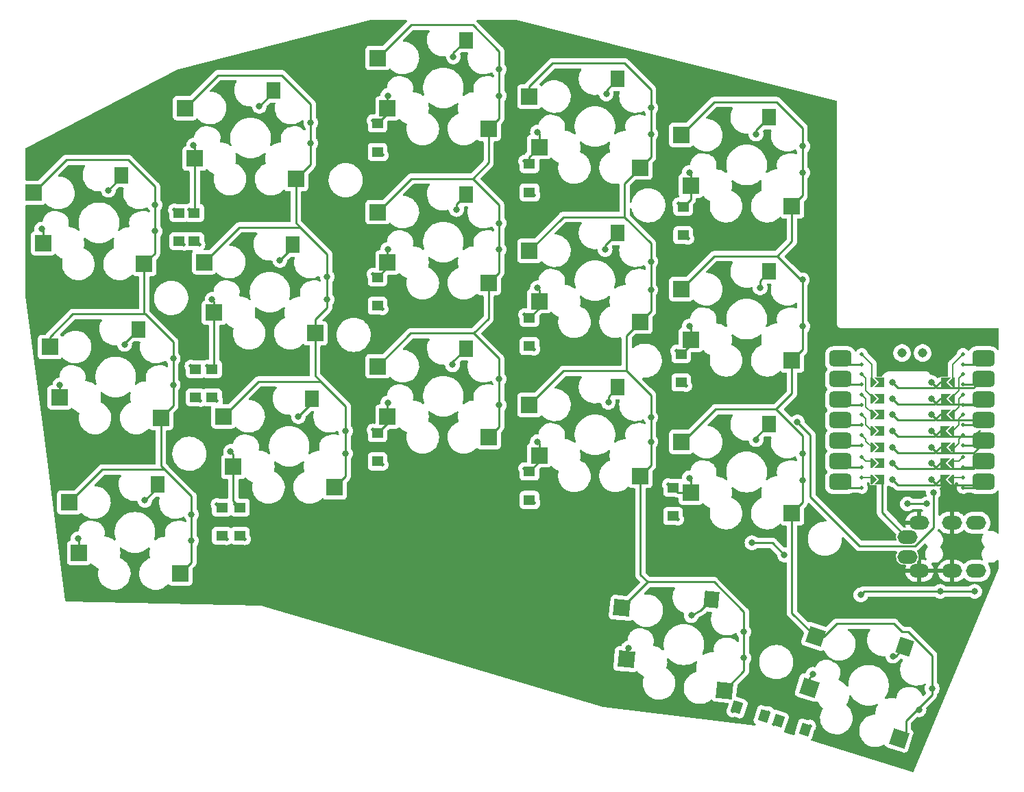
<source format=gtl>
%TF.GenerationSoftware,KiCad,Pcbnew,(6.0.7)*%
%TF.CreationDate,2022-09-04T11:35:24+09:00*%
%TF.ProjectId,selen-full,73656c65-6e2d-4667-956c-6c2e6b696361,rev?*%
%TF.SameCoordinates,Original*%
%TF.FileFunction,Copper,L1,Top*%
%TF.FilePolarity,Positive*%
%FSLAX46Y46*%
G04 Gerber Fmt 4.6, Leading zero omitted, Abs format (unit mm)*
G04 Created by KiCad (PCBNEW (6.0.7)) date 2022-09-04 11:35:24*
%MOMM*%
%LPD*%
G01*
G04 APERTURE LIST*
G04 Aperture macros list*
%AMRoundRect*
0 Rectangle with rounded corners*
0 $1 Rounding radius*
0 $2 $3 $4 $5 $6 $7 $8 $9 X,Y pos of 4 corners*
0 Add a 4 corners polygon primitive as box body*
4,1,4,$2,$3,$4,$5,$6,$7,$8,$9,$2,$3,0*
0 Add four circle primitives for the rounded corners*
1,1,$1+$1,$2,$3*
1,1,$1+$1,$4,$5*
1,1,$1+$1,$6,$7*
1,1,$1+$1,$8,$9*
0 Add four rect primitives between the rounded corners*
20,1,$1+$1,$2,$3,$4,$5,0*
20,1,$1+$1,$4,$5,$6,$7,0*
20,1,$1+$1,$6,$7,$8,$9,0*
20,1,$1+$1,$8,$9,$2,$3,0*%
%AMRotRect*
0 Rectangle, with rotation*
0 The origin of the aperture is its center*
0 $1 length*
0 $2 width*
0 $3 Rotation angle, in degrees counterclockwise*
0 Add horizontal line*
21,1,$1,$2,0,0,$3*%
%AMFreePoly0*
4,1,6,0.600000,0.200000,0.000000,-0.400000,-0.600000,0.200000,-0.600000,0.400000,0.600000,0.400000,0.600000,0.200000,0.600000,0.200000,$1*%
%AMFreePoly1*
4,1,49,0.014036,0.121239,0.026629,0.122131,0.041953,0.113759,0.062500,0.108253,0.075111,0.095642,0.088388,0.088388,0.776776,-0.600000,5.173224,-0.600000,5.861612,0.088388,5.890356,0.109852,5.959154,0.124664,6.025052,0.099961,6.067161,0.043572,6.072131,-0.026629,6.038388,-0.088388,5.313388,-0.813388,5.295552,-0.826707,5.292530,-0.830189,5.289826,-0.830982,5.284644,-0.834852,
5.254549,-0.841331,5.225000,-0.850000,0.725000,-0.850000,0.702969,-0.846805,0.698371,-0.847131,0.695898,-0.845780,0.689498,-0.844852,0.663632,-0.828151,0.636612,-0.813388,-0.088388,-0.088388,-0.106146,-0.064607,-0.108253,-0.062500,-0.108552,-0.061385,-0.109852,-0.059644,-0.113261,-0.043810,-0.125000,0.000000,-0.123721,0.004774,-0.124664,0.009154,-0.117242,0.028953,-0.108253,0.062500,
-0.102516,0.068237,-0.099961,0.075052,-0.083139,0.087614,-0.062500,0.108253,-0.051584,0.111178,-0.043572,0.117161,-0.024114,0.118539,0.000000,0.125000,0.014036,0.121239,0.014036,0.121239,$1*%
%AMFreePoly2*
4,1,6,0.600000,-0.250000,-0.600000,-0.250000,-0.600000,1.000000,0.000000,0.400000,0.600000,1.000000,0.600000,-0.250000,0.600000,-0.250000,$1*%
G04 Aperture macros list end*
%TA.AperFunction,EtchedComponent*%
%ADD10C,0.200000*%
%TD*%
%TA.AperFunction,EtchedComponent*%
%ADD11C,0.250000*%
%TD*%
%TA.AperFunction,SMDPad,CuDef*%
%ADD12R,1.400000X1.200000*%
%TD*%
%TA.AperFunction,ComponentPad*%
%ADD13C,0.500000*%
%TD*%
%TA.AperFunction,SMDPad,CuDef*%
%ADD14RotRect,1.200000X1.400000X342.000000*%
%TD*%
%TA.AperFunction,SMDPad,CuDef*%
%ADD15R,2.000000X2.000000*%
%TD*%
%TA.AperFunction,SMDPad,CuDef*%
%ADD16R,1.800000X2.000000*%
%TD*%
%TA.AperFunction,SMDPad,CuDef*%
%ADD17RotRect,2.000000X2.000000X354.000000*%
%TD*%
%TA.AperFunction,SMDPad,CuDef*%
%ADD18RotRect,1.800000X2.000000X354.000000*%
%TD*%
%TA.AperFunction,SMDPad,CuDef*%
%ADD19RotRect,1.200000X1.400000X162.000000*%
%TD*%
%TA.AperFunction,SMDPad,CuDef*%
%ADD20RotRect,2.000000X2.000000X342.000000*%
%TD*%
%TA.AperFunction,SMDPad,CuDef*%
%ADD21RotRect,1.800000X2.000000X342.000000*%
%TD*%
%TA.AperFunction,ComponentPad*%
%ADD22O,2.500000X1.700000*%
%TD*%
%TA.AperFunction,SMDPad,CuDef*%
%ADD23RoundRect,0.499745X-0.874395X-0.499745X0.874395X-0.499745X0.874395X0.499745X-0.874395X0.499745X0*%
%TD*%
%TA.AperFunction,SMDPad,CuDef*%
%ADD24FreePoly0,270.000000*%
%TD*%
%TA.AperFunction,SMDPad,CuDef*%
%ADD25FreePoly0,90.000000*%
%TD*%
%TA.AperFunction,SMDPad,CuDef*%
%ADD26FreePoly1,0.000000*%
%TD*%
%TA.AperFunction,ComponentPad*%
%ADD27C,0.800000*%
%TD*%
%TA.AperFunction,SMDPad,CuDef*%
%ADD28FreePoly2,270.000000*%
%TD*%
%TA.AperFunction,SMDPad,CuDef*%
%ADD29FreePoly2,90.000000*%
%TD*%
%TA.AperFunction,SMDPad,CuDef*%
%ADD30FreePoly1,180.000000*%
%TD*%
%TA.AperFunction,SMDPad,CuDef*%
%ADD31C,1.143000*%
%TD*%
%TA.AperFunction,ViaPad*%
%ADD32C,0.800000*%
%TD*%
%TA.AperFunction,Conductor*%
%ADD33C,0.250000*%
%TD*%
G04 APERTURE END LIST*
D10*
%TO.C,U1*%
X195063796Y-103687504D02*
X195788184Y-104411892D01*
D11*
X207063796Y-98437504D02*
X208713789Y-98437504D01*
D10*
X206563796Y-102687504D02*
X206563796Y-103687504D01*
D11*
X194563796Y-98437504D02*
X192795699Y-98437504D01*
D10*
X206563796Y-105187504D02*
X206563796Y-105937504D01*
X195063796Y-101687504D02*
X195788184Y-102411892D01*
X207063796Y-99687504D02*
X206563796Y-100187504D01*
X195063796Y-107687504D02*
X195063796Y-107937504D01*
D11*
X194563796Y-113687504D02*
X192795699Y-113687504D01*
X207063796Y-111187504D02*
X208563796Y-111187504D01*
X194563796Y-100937504D02*
X192795699Y-100937504D01*
D10*
X194563796Y-112437504D02*
X195663796Y-112437504D01*
X207063796Y-109937504D02*
X206563796Y-110437504D01*
D11*
X207063796Y-108437504D02*
X208563796Y-108437504D01*
X207063796Y-105937504D02*
X208214044Y-105937504D01*
X194563796Y-103437504D02*
X192795699Y-103437504D01*
D10*
X195063796Y-101187504D02*
X195063796Y-101687504D01*
X206563796Y-110437504D02*
X205613796Y-110437504D01*
X206563796Y-108187504D02*
X205638184Y-109113116D01*
X206563796Y-105937504D02*
X205813796Y-106687504D01*
X194563796Y-107187504D02*
X195063796Y-107687504D01*
X194563796Y-104687504D02*
X195063796Y-105187504D01*
X194563796Y-102187504D02*
X195063796Y-102687504D01*
X207063796Y-107187504D02*
X206563796Y-107687504D01*
X195063796Y-107937504D02*
X196038184Y-108911892D01*
X194563796Y-99687504D02*
X194813796Y-99937504D01*
X194813796Y-99937504D02*
X195063796Y-100187504D01*
X207063796Y-97187504D02*
X205813796Y-98437504D01*
X206563796Y-103687504D02*
X205613796Y-104637504D01*
X194563796Y-109937504D02*
X195063796Y-110437504D01*
X195063796Y-102687504D02*
X195063796Y-103687504D01*
X208713789Y-105073511D02*
X208713789Y-105351296D01*
D11*
X194563796Y-108437504D02*
X192795699Y-108437504D01*
X194563796Y-111187504D02*
X192795699Y-111187504D01*
X207063796Y-113687504D02*
X208563796Y-113687504D01*
D10*
X195813796Y-98437504D02*
X195813796Y-100087504D01*
X207063796Y-102187504D02*
X206563796Y-102687504D01*
D11*
X194563796Y-105937504D02*
X192795699Y-105937504D01*
D10*
X205813796Y-98437504D02*
X205813796Y-100437504D01*
X206563796Y-101687504D02*
X205813796Y-102437504D01*
D11*
X207063796Y-103437504D02*
X208713789Y-103437504D01*
D10*
X195063796Y-100187504D02*
X195063796Y-101187504D01*
X206563796Y-100187504D02*
X206563796Y-101687504D01*
X195063796Y-105187504D02*
X195063796Y-105937504D01*
X207063796Y-112437504D02*
X205613796Y-112437504D01*
X195063796Y-110437504D02*
X196038184Y-110437504D01*
D11*
X207063796Y-100937504D02*
X208713789Y-100937504D01*
D10*
X206563796Y-107687504D02*
X206563796Y-108187504D01*
X194563796Y-97187504D02*
X195813796Y-98437504D01*
X195063796Y-105937504D02*
X195813796Y-106687504D01*
X207063796Y-104687504D02*
X206563796Y-105187504D01*
%TD*%
D12*
%TO.P,D9,1,K*%
%TO.N,row1*%
X153500000Y-96200000D03*
D13*
X154100000Y-96600000D03*
%TO.P,D9,2,A*%
%TO.N,Net-(D9-Pad2)*%
X152900000Y-92300000D03*
D12*
X153500000Y-92700000D03*
%TD*%
%TO.P,D4,1,K*%
%TO.N,row0*%
X153500000Y-77200000D03*
D13*
X154100000Y-77600000D03*
%TO.P,D4,2,A*%
%TO.N,Net-(D4-Pad2)*%
X152900000Y-73300000D03*
D12*
X153500000Y-73700000D03*
%TD*%
D13*
%TO.P,D12,1,K*%
%TO.N,row2*%
X118350000Y-120034000D03*
D12*
X117750000Y-119634000D03*
%TO.P,D12,2,A*%
%TO.N,Net-(D12-Pad2)*%
X117750000Y-116134000D03*
D13*
X117150000Y-115734000D03*
%TD*%
%TO.P,D17,1,K*%
%TO.N,row3*%
X183684167Y-142947027D03*
D14*
X184250000Y-142500000D03*
%TO.P,D17,2,A*%
%TO.N,Net-(D17-Pad2)*%
X187578698Y-143581560D03*
D13*
X188144531Y-143134532D03*
%TD*%
D15*
%TO.P,SW1,1,1*%
%TO.N,col0*%
X92230000Y-77262500D03*
X105930000Y-86042500D03*
D16*
%TO.P,SW1,2,2*%
%TO.N,Net-(D1-Pad2)*%
X103130000Y-75062500D03*
D15*
X93430000Y-83502500D03*
%TD*%
%TO.P,SW13,1,1*%
%TO.N,col2*%
X148475000Y-107473750D03*
X134775000Y-98693750D03*
D16*
%TO.P,SW13,2,2*%
%TO.N,Net-(D13-Pad2)*%
X145675000Y-96493750D03*
D15*
X135975000Y-104933750D03*
%TD*%
D13*
%TO.P,D15,1,K*%
%TO.N,row2*%
X171850000Y-117600000D03*
D12*
X171250000Y-117200000D03*
D13*
%TO.P,D15,2,A*%
%TO.N,Net-(D15-Pad2)*%
X170650000Y-113300000D03*
D12*
X171250000Y-113700000D03*
%TD*%
D13*
%TO.P,D8,2,A*%
%TO.N,Net-(D8-Pad2)*%
X134150000Y-87300000D03*
D12*
X134750000Y-87700000D03*
%TO.P,D8,1,K*%
%TO.N,row1*%
X134750000Y-91200000D03*
D13*
X135350000Y-91600000D03*
%TD*%
D15*
%TO.P,SW7,1,1*%
%TO.N,col1*%
X113343750Y-85835000D03*
X127043750Y-94615000D03*
%TO.P,SW7,2,2*%
%TO.N,Net-(D7-Pad2)*%
X114543750Y-92075000D03*
D16*
X124243750Y-83635000D03*
%TD*%
D13*
%TO.P,D11,1,K*%
%TO.N,row2*%
X116100000Y-120034000D03*
D12*
X115500000Y-119634000D03*
D13*
%TO.P,D11,2,A*%
%TO.N,Net-(D11-Pad2)*%
X114900000Y-115734000D03*
D12*
X115500000Y-116134000D03*
%TD*%
D15*
%TO.P,SW6,1,1*%
%TO.N,col0*%
X107993750Y-105092500D03*
X94293750Y-96312500D03*
D16*
%TO.P,SW6,2,2*%
%TO.N,Net-(D6-Pad2)*%
X105193750Y-94112500D03*
D15*
X95493750Y-102552500D03*
%TD*%
%TO.P,SW11,1,1*%
%TO.N,col0*%
X96675000Y-115521250D03*
X110375000Y-124301250D03*
%TO.P,SW11,2,2*%
%TO.N,Net-(D11-Pad2)*%
X97875000Y-121761250D03*
D16*
X107575000Y-113321250D03*
%TD*%
D15*
%TO.P,SW8,1,1*%
%TO.N,col2*%
X134775000Y-79643750D03*
X148475000Y-88423750D03*
D16*
%TO.P,SW8,2,2*%
%TO.N,Net-(D8-Pad2)*%
X145675000Y-77443750D03*
D15*
X135975000Y-85883750D03*
%TD*%
%TO.P,SW10,1,1*%
%TO.N,col4*%
X172240000Y-89168750D03*
X185940000Y-97948750D03*
D16*
%TO.P,SW10,2,2*%
%TO.N,Net-(D10-Pad2)*%
X183140000Y-86968750D03*
D15*
X173440000Y-95408750D03*
%TD*%
%TO.P,SW15,1,1*%
%TO.N,col4*%
X172240000Y-108060000D03*
X185940000Y-116840000D03*
D16*
%TO.P,SW15,2,2*%
%TO.N,Net-(D15-Pad2)*%
X183140000Y-105860000D03*
D15*
X173440000Y-114300000D03*
%TD*%
%TO.P,SW3,1,1*%
%TO.N,col2*%
X134775000Y-60593750D03*
X148475000Y-69373750D03*
D16*
%TO.P,SW3,2,2*%
%TO.N,Net-(D3-Pad2)*%
X145675000Y-58393750D03*
D15*
X135975000Y-66833750D03*
%TD*%
D17*
%TO.P,SW16,1,1*%
%TO.N,col3*%
X164912260Y-128570170D03*
X177619450Y-138734113D03*
D18*
%TO.P,SW16,2,2*%
%TO.N,Net-(D16-Pad2)*%
X175982511Y-127521583D03*
D17*
X165453429Y-134901421D03*
%TD*%
D12*
%TO.P,D3,1,K*%
%TO.N,row0*%
X134750000Y-72200000D03*
D13*
X135350000Y-72600000D03*
D12*
%TO.P,D3,2,A*%
%TO.N,Net-(D3-Pad2)*%
X134750000Y-68700000D03*
D13*
X134150000Y-68300000D03*
%TD*%
%TO.P,D5,1,K*%
%TO.N,row0*%
X173100000Y-82900000D03*
D12*
X172500000Y-82500000D03*
D13*
%TO.P,D5,2,A*%
%TO.N,Net-(D5-Pad2)*%
X171900000Y-78600000D03*
D12*
X172500000Y-79000000D03*
%TD*%
%TO.P,D1,1,K*%
%TO.N,row0*%
X110236000Y-83234000D03*
D13*
X110836000Y-83634000D03*
%TO.P,D1,2,A*%
%TO.N,Net-(D1-Pad2)*%
X109636000Y-79334000D03*
D12*
X110236000Y-79734000D03*
%TD*%
D15*
%TO.P,SW2,1,1*%
%TO.N,col1*%
X110962500Y-66785000D03*
X124662500Y-75565000D03*
D16*
%TO.P,SW2,2,2*%
%TO.N,Net-(D2-Pad2)*%
X121862500Y-64585000D03*
D15*
X112162500Y-73025000D03*
%TD*%
%TO.P,SW9,1,1*%
%TO.N,col3*%
X167207500Y-93186250D03*
X153507500Y-84406250D03*
D16*
%TO.P,SW9,2,2*%
%TO.N,Net-(D9-Pad2)*%
X164407500Y-82206250D03*
D15*
X154707500Y-90646250D03*
%TD*%
%TO.P,SW5,1,1*%
%TO.N,col4*%
X185940000Y-78898750D03*
X172240000Y-70118750D03*
D16*
%TO.P,SW5,2,2*%
%TO.N,Net-(D5-Pad2)*%
X183140000Y-67918750D03*
D15*
X173440000Y-76358750D03*
%TD*%
D19*
%TO.P,D16,1,K*%
%TO.N,row3*%
X182490546Y-141928318D03*
D13*
X183056379Y-141481291D03*
D19*
%TO.P,D16,2,A*%
%TO.N,Net-(D16-Pad2)*%
X179161848Y-140846758D03*
D13*
X178596015Y-141293786D03*
%TD*%
D12*
%TO.P,D13,1,K*%
%TO.N,row2*%
X134750000Y-110450000D03*
D13*
X135350000Y-110850000D03*
%TO.P,D13,2,A*%
%TO.N,Net-(D13-Pad2)*%
X134150000Y-106550000D03*
D12*
X134750000Y-106950000D03*
%TD*%
%TO.P,D10,1,K*%
%TO.N,row1*%
X172250000Y-100700000D03*
D13*
X172850000Y-101100000D03*
D12*
%TO.P,D10,2,A*%
%TO.N,Net-(D10-Pad2)*%
X172250000Y-97200000D03*
D13*
X171650000Y-96800000D03*
%TD*%
D20*
%TO.P,SW17,1,1*%
%TO.N,col4*%
X188846708Y-132090553D03*
X199163013Y-144674362D03*
D21*
%TO.P,SW17,2,2*%
%TO.N,Net-(D17-Pad2)*%
X199893062Y-133366514D03*
D20*
X188059710Y-138395966D03*
%TD*%
D15*
%TO.P,SW12,1,1*%
%TO.N,col1*%
X129425000Y-113665000D03*
X115725000Y-104885000D03*
%TO.P,SW12,2,2*%
%TO.N,Net-(D12-Pad2)*%
X116925000Y-111125000D03*
D16*
X126625000Y-102685000D03*
%TD*%
D13*
%TO.P,D14,1,K*%
%TO.N,row2*%
X154100000Y-115600000D03*
D12*
X153500000Y-115200000D03*
D13*
%TO.P,D14,2,A*%
%TO.N,Net-(D14-Pad2)*%
X152900000Y-111300000D03*
D12*
X153500000Y-111700000D03*
%TD*%
D22*
%TO.P,J1,A*%
%TO.N,data*%
X200184000Y-122225000D03*
X200184000Y-119775000D03*
%TO.P,J1,B*%
%TO.N,+3V3*%
X208684000Y-118025000D03*
X208684000Y-123975000D03*
%TO.P,J1,C*%
%TO.N,GND*%
X205684000Y-123975000D03*
X205684000Y-118025000D03*
%TO.P,J1,D*%
X201684000Y-118025000D03*
X201684000Y-123975000D03*
%TD*%
D12*
%TO.P,D2,1,K*%
%TO.N,row0*%
X112111000Y-83234000D03*
D13*
X112711000Y-83634000D03*
%TO.P,D2,2,A*%
%TO.N,Net-(D2-Pad2)*%
X111511000Y-79334000D03*
D12*
X112111000Y-79734000D03*
%TD*%
D15*
%TO.P,SW14,1,1*%
%TO.N,col3*%
X153507500Y-103456250D03*
X167207500Y-112236250D03*
%TO.P,SW14,2,2*%
%TO.N,Net-(D14-Pad2)*%
X154707500Y-109696250D03*
D16*
X164407500Y-101256250D03*
%TD*%
D13*
%TO.P,D7,1,K*%
%TO.N,row1*%
X114900000Y-102938000D03*
D12*
X114300000Y-102538000D03*
D13*
%TO.P,D7,2,A*%
%TO.N,Net-(D7-Pad2)*%
X113700000Y-98638000D03*
D12*
X114300000Y-99038000D03*
%TD*%
D15*
%TO.P,SW4,1,1*%
%TO.N,col3*%
X167207500Y-74136250D03*
X153507500Y-65356250D03*
D16*
%TO.P,SW4,2,2*%
%TO.N,Net-(D4-Pad2)*%
X164407500Y-63156250D03*
D15*
X154707500Y-71596250D03*
%TD*%
D13*
%TO.P,U1,*%
%TO.N,*%
X207063796Y-100937504D03*
X207063796Y-97187504D03*
X207063796Y-99687504D03*
X207063796Y-104687504D03*
X194563796Y-108437504D03*
X207063796Y-113687504D03*
X194563796Y-112437504D03*
X194563796Y-107187504D03*
D23*
X209588184Y-100271296D03*
D13*
X194563796Y-109937504D03*
D23*
X191921304Y-110431296D03*
D13*
X194563796Y-111187504D03*
D24*
X205588184Y-108687504D03*
D13*
X207063796Y-98437504D03*
D25*
X196088184Y-102687504D03*
D24*
X205588184Y-102687504D03*
D23*
X209588184Y-107891296D03*
X209588184Y-110431296D03*
X191921304Y-97731296D03*
D13*
X207063796Y-107187504D03*
X194563796Y-113687504D03*
X194563796Y-97187504D03*
D25*
X196088184Y-100687504D03*
X196088184Y-108687504D03*
D23*
X191921304Y-100271296D03*
D25*
X196088184Y-104687504D03*
D13*
X194563796Y-98437504D03*
D23*
X191921304Y-107891296D03*
D13*
X207063796Y-112437504D03*
X207063796Y-108437504D03*
D23*
X209588184Y-112971296D03*
D25*
X196063796Y-106687504D03*
D13*
X207063796Y-102187504D03*
D23*
X191921304Y-112971296D03*
D13*
X194563796Y-103437504D03*
D25*
X196088184Y-110687504D03*
X196063796Y-112687504D03*
D13*
X194563796Y-99687504D03*
X207063796Y-109937504D03*
D23*
X209588184Y-97731296D03*
D24*
X205563796Y-106687504D03*
D13*
X194563796Y-105937504D03*
X207063796Y-111187504D03*
X194563796Y-104687504D03*
X207063796Y-105937504D03*
D23*
X209588184Y-102811296D03*
X191921304Y-105351296D03*
X209588184Y-105351296D03*
D13*
X194563796Y-102187504D03*
D24*
X205563796Y-110687504D03*
D13*
X194563796Y-100937504D03*
D24*
X205588184Y-100687504D03*
X205588184Y-104687504D03*
D13*
X207063796Y-103437504D03*
D24*
X205563796Y-112687504D03*
D23*
X191921304Y-102811296D03*
D26*
%TO.P,U1,1,D0*%
%TO.N,col2*%
X198364408Y-100687504D03*
D27*
X198364408Y-100687504D03*
D28*
X204588184Y-100687504D03*
%TO.P,U1,2,D1*%
%TO.N,col1*%
X204588184Y-102687504D03*
D27*
X198364408Y-102687504D03*
D26*
X198364408Y-102687504D03*
D28*
%TO.P,U1,3,D2*%
%TO.N,col0*%
X204588184Y-104687504D03*
D26*
X198364408Y-104687504D03*
D27*
X198364408Y-104687504D03*
D26*
%TO.P,U1,4,D3*%
%TO.N,col3*%
X198364408Y-106687504D03*
D28*
X204563796Y-106687504D03*
D27*
X198364408Y-106687504D03*
D26*
%TO.P,U1,5,D4*%
%TO.N,col4*%
X198364408Y-108687504D03*
D27*
X198364408Y-108687504D03*
D28*
X204588184Y-108687504D03*
D26*
%TO.P,U1,6,D5*%
%TO.N,row0*%
X198364408Y-110687504D03*
D27*
X198364408Y-110687504D03*
D28*
X204563796Y-110687504D03*
%TO.P,U1,7,D6*%
%TO.N,unconnected-(U1-Pad7)*%
X204563796Y-112687504D03*
D26*
X198364408Y-112687504D03*
D27*
X198364408Y-112687504D03*
%TO.P,U1,8,D7*%
%TO.N,data*%
X203150408Y-112687504D03*
D29*
X197063796Y-112687504D03*
D30*
X203150408Y-112687504D03*
D27*
%TO.P,U1,9,D8*%
%TO.N,row1*%
X203150408Y-110687504D03*
D30*
X203150408Y-110687504D03*
D29*
X197088184Y-110687504D03*
%TO.P,U1,10,D9*%
%TO.N,row3*%
X197088184Y-108687504D03*
D30*
X203150408Y-108687504D03*
D27*
X203150408Y-108687504D03*
%TO.P,U1,11,D10*%
%TO.N,row2*%
X203150408Y-106687504D03*
D29*
X197063796Y-106687504D03*
D30*
X203150408Y-106687504D03*
%TO.P,U1,12,3V3*%
%TO.N,+3V3*%
X203150408Y-104687504D03*
D27*
X203150408Y-104687504D03*
D29*
X197088184Y-104687504D03*
D30*
%TO.P,U1,13,GND*%
%TO.N,GND*%
X203150408Y-102687504D03*
D27*
X203150408Y-102687504D03*
D29*
X197088184Y-102687504D03*
%TO.P,U1,14,5V*%
%TO.N,unconnected-(U1-Pad14)*%
X197088184Y-100687504D03*
D27*
X203150408Y-100687504D03*
D30*
X203150408Y-100687504D03*
D31*
%TO.P,U1,17*%
%TO.N,N/C*%
X199536987Y-97044929D03*
%TO.P,U1,18*%
X202076987Y-97044929D03*
%TD*%
D12*
%TO.P,D6,1,K*%
%TO.N,row1*%
X112268000Y-102538000D03*
D13*
X112868000Y-102938000D03*
D12*
%TO.P,D6,2,A*%
%TO.N,Net-(D6-Pad2)*%
X112268000Y-99038000D03*
D13*
X111668000Y-98638000D03*
%TD*%
D32*
%TO.N,GND*%
X172000000Y-105400000D03*
%TO.N,Net-(D1-Pad2)*%
X93250000Y-81750000D03*
X101500000Y-76937501D03*
%TO.N,Net-(D2-Pad2)*%
X112014000Y-71374000D03*
X120142000Y-66548000D03*
%TO.N,Net-(D3-Pad2)*%
X144106305Y-60450539D03*
X136000000Y-65250000D03*
%TO.N,Net-(D4-Pad2)*%
X154500000Y-69750000D03*
X163000000Y-65031251D03*
%TO.N,Net-(D5-Pad2)*%
X173250000Y-74750000D03*
X181500000Y-70000000D03*
%TO.N,row1*%
X203400000Y-114300000D03*
X186612299Y-105587701D03*
%TO.N,Net-(D6-Pad2)*%
X103500000Y-95987501D03*
X95500000Y-101000000D03*
%TO.N,Net-(D7-Pad2)*%
X122682000Y-85598000D03*
X114300000Y-90424000D03*
%TO.N,Net-(D8-Pad2)*%
X136000000Y-84250000D03*
X144500000Y-79318751D03*
%TO.N,Net-(D9-Pad2)*%
X154500000Y-89000000D03*
X162856653Y-84262355D03*
%TO.N,Net-(D10-Pad2)*%
X173250000Y-93750000D03*
X182000000Y-89000000D03*
%TO.N,row2*%
X181000000Y-120500000D03*
X185000000Y-122000000D03*
%TO.N,Net-(D11-Pad2)*%
X97750000Y-120000000D03*
X106000000Y-115250000D03*
%TO.N,Net-(D12-Pad2)*%
X124968000Y-104902000D03*
X116586000Y-109220000D03*
%TO.N,Net-(D13-Pad2)*%
X144000000Y-98500000D03*
X136000000Y-103250000D03*
%TO.N,Net-(D14-Pad2)*%
X163250000Y-103131251D03*
X154500000Y-108000000D03*
%TO.N,Net-(D15-Pad2)*%
X181500000Y-107750000D03*
X173250000Y-112500000D03*
%TO.N,row3*%
X208500000Y-126500000D03*
X194431802Y-126931802D03*
X204250000Y-126500000D03*
%TO.N,Net-(D16-Pad2)*%
X173500000Y-129500000D03*
X165746244Y-133503756D03*
%TO.N,Net-(D17-Pad2)*%
X188511180Y-136761180D03*
X198400000Y-134500000D03*
%TO.N,col0*%
X107250000Y-78750000D03*
X111750000Y-120250000D03*
X111750000Y-117000000D03*
X109500000Y-101000000D03*
X109500000Y-97725500D03*
X107250000Y-82000000D03*
%TO.N,col1*%
X126492000Y-71120000D03*
X128524000Y-87630000D03*
X126492000Y-68580000D03*
X130810000Y-109474000D03*
X130810000Y-106680000D03*
X128524000Y-90424000D03*
%TO.N,col2*%
X149750000Y-100250000D03*
X149750000Y-103500000D03*
X149750000Y-84250000D03*
X149750000Y-81000000D03*
X149750000Y-62000000D03*
X149750000Y-65250000D03*
%TO.N,col3*%
X168500000Y-85750000D03*
X168500000Y-66750000D03*
X168500000Y-89250000D03*
X180000000Y-131500000D03*
X168500000Y-70000000D03*
X168500000Y-105000000D03*
X180000000Y-134750000D03*
X168500000Y-108000000D03*
%TO.N,col4*%
X187250000Y-93750000D03*
X187250000Y-112750000D03*
X187250000Y-109500000D03*
X203250000Y-138500000D03*
X187250000Y-71500000D03*
X187250000Y-74750000D03*
X201625000Y-141137094D03*
X187215001Y-88000000D03*
%TO.N,+3V3*%
X200200000Y-115700000D03*
X202610949Y-115700000D03*
%TO.N,GND*%
X203900000Y-98000000D03*
X188722000Y-67056000D03*
X178600000Y-82000000D03*
X130556000Y-70358000D03*
%TD*%
D33*
%TO.N,Net-(D5-Pad2)*%
X173440000Y-76358750D02*
X173440000Y-78060000D01*
X173440000Y-78060000D02*
X172500000Y-79000000D01*
%TO.N,Net-(D1-Pad2)*%
X101500000Y-76937501D02*
X103130000Y-75307501D01*
X103130000Y-75307501D02*
X103130000Y-75062500D01*
X93430000Y-81930000D02*
X93250000Y-81750000D01*
X93430000Y-83502500D02*
X93430000Y-81930000D01*
%TO.N,Net-(D2-Pad2)*%
X121862500Y-64827500D02*
X121862500Y-64585000D01*
X112162500Y-71522500D02*
X112014000Y-71374000D01*
X120142000Y-66548000D02*
X121862500Y-64827500D01*
X112162500Y-73025000D02*
X112162500Y-71522500D01*
X112162500Y-79682500D02*
X112111000Y-79734000D01*
X112162500Y-73025000D02*
X112162500Y-79682500D01*
%TO.N,Net-(D3-Pad2)*%
X135975000Y-66833750D02*
X135975000Y-67475000D01*
X144106305Y-60450539D02*
X144106305Y-59962445D01*
X144106305Y-59962445D02*
X145675000Y-58393750D01*
X135975000Y-66833750D02*
X135975000Y-65275000D01*
X135975000Y-67475000D02*
X134750000Y-68700000D01*
X135975000Y-65275000D02*
X136000000Y-65250000D01*
%TO.N,Net-(D4-Pad2)*%
X154707500Y-69957500D02*
X154500000Y-69750000D01*
X153500000Y-72803750D02*
X153500000Y-73700000D01*
X154707500Y-71596250D02*
X153500000Y-72803750D01*
X163000000Y-65031251D02*
X163000000Y-64563750D01*
X154707500Y-71596250D02*
X154707500Y-69957500D01*
X163000000Y-64563750D02*
X164407500Y-63156250D01*
%TO.N,Net-(D5-Pad2)*%
X173440000Y-76358750D02*
X173440000Y-74940000D01*
X173440000Y-74940000D02*
X173250000Y-74750000D01*
X181500000Y-70000000D02*
X181500000Y-69558750D01*
X181500000Y-69558750D02*
X183140000Y-67918750D01*
%TO.N,row1*%
X188200000Y-114800000D02*
X194300000Y-120900000D01*
X203400000Y-118600000D02*
X203400000Y-114300000D01*
X194300000Y-120900000D02*
X201100000Y-120900000D01*
X188200000Y-107175402D02*
X188200000Y-114800000D01*
X201100000Y-120900000D02*
X203400000Y-118600000D01*
X186612299Y-105587701D02*
X188200000Y-107175402D01*
%TO.N,Net-(D6-Pad2)*%
X95493750Y-102552500D02*
X95493750Y-101006250D01*
X103500000Y-95987501D02*
X103500000Y-95806250D01*
X95493750Y-101006250D02*
X95500000Y-101000000D01*
X103500000Y-95806250D02*
X105193750Y-94112500D01*
%TO.N,Net-(D7-Pad2)*%
X114543750Y-98794250D02*
X114300000Y-99038000D01*
X124243750Y-84036250D02*
X124243750Y-83635000D01*
X114543750Y-92075000D02*
X114543750Y-98794250D01*
X114543750Y-90667750D02*
X114300000Y-90424000D01*
X114543750Y-92075000D02*
X114543750Y-90667750D01*
X122682000Y-85598000D02*
X124243750Y-84036250D01*
%TO.N,Net-(D8-Pad2)*%
X144500000Y-79318751D02*
X144500000Y-78618750D01*
X135975000Y-85883750D02*
X135975000Y-86475000D01*
X135975000Y-86475000D02*
X134750000Y-87700000D01*
X144500000Y-78618750D02*
X145675000Y-77443750D01*
X135975000Y-85883750D02*
X135975000Y-84275000D01*
X135975000Y-84275000D02*
X136000000Y-84250000D01*
%TO.N,Net-(D9-Pad2)*%
X154707500Y-90646250D02*
X154707500Y-89207500D01*
X162856653Y-83757097D02*
X164407500Y-82206250D01*
X162856653Y-84262355D02*
X162856653Y-83757097D01*
X154707500Y-89207500D02*
X154500000Y-89000000D01*
X154707500Y-91492500D02*
X153500000Y-92700000D01*
X154707500Y-90646250D02*
X154707500Y-91492500D01*
%TO.N,Net-(D10-Pad2)*%
X182000000Y-88108750D02*
X183140000Y-86968750D01*
X173440000Y-96010000D02*
X172250000Y-97200000D01*
X173440000Y-93940000D02*
X173250000Y-93750000D01*
X182000000Y-89000000D02*
X182000000Y-88108750D01*
X173440000Y-95408750D02*
X173440000Y-96010000D01*
X173440000Y-95408750D02*
X173440000Y-93940000D01*
%TO.N,row2*%
X183500000Y-120500000D02*
X185000000Y-122000000D01*
X181000000Y-120500000D02*
X183500000Y-120500000D01*
%TO.N,Net-(D11-Pad2)*%
X107575000Y-113675000D02*
X107575000Y-113321250D01*
X106000000Y-115250000D02*
X107575000Y-113675000D01*
X97875000Y-120125000D02*
X97750000Y-120000000D01*
X97875000Y-121761250D02*
X97875000Y-120125000D01*
%TO.N,Net-(D12-Pad2)*%
X126625000Y-103245000D02*
X126625000Y-102685000D01*
X124968000Y-104902000D02*
X126625000Y-103245000D01*
X116925000Y-109559000D02*
X116586000Y-109220000D01*
X116925000Y-111125000D02*
X116925000Y-115309000D01*
X116925000Y-111125000D02*
X116925000Y-109559000D01*
X116925000Y-115309000D02*
X117750000Y-116134000D01*
%TO.N,Net-(D13-Pad2)*%
X135975000Y-103275000D02*
X136000000Y-103250000D01*
X135975000Y-104933750D02*
X135975000Y-103275000D01*
X135975000Y-105725000D02*
X134750000Y-106950000D01*
X144000000Y-98500000D02*
X144000000Y-98168750D01*
X135975000Y-104933750D02*
X135975000Y-105725000D01*
X144000000Y-98168750D02*
X145675000Y-96493750D01*
%TO.N,Net-(D14-Pad2)*%
X154707500Y-109696250D02*
X154707500Y-110492500D01*
X163250000Y-102413750D02*
X164407500Y-101256250D01*
X154707500Y-109696250D02*
X154707500Y-108207500D01*
X154707500Y-110492500D02*
X153500000Y-111700000D01*
X154707500Y-108207500D02*
X154500000Y-108000000D01*
X163250000Y-103131251D02*
X163250000Y-102413750D01*
%TO.N,Net-(D15-Pad2)*%
X181500000Y-107500000D02*
X183140000Y-105860000D01*
X173440000Y-112690000D02*
X173250000Y-112500000D01*
X181500000Y-107750000D02*
X181500000Y-107500000D01*
X171850000Y-114300000D02*
X171250000Y-113700000D01*
X173440000Y-114300000D02*
X173440000Y-112690000D01*
X173440000Y-114300000D02*
X171850000Y-114300000D01*
%TO.N,row3*%
X208500000Y-126500000D02*
X204250000Y-126500000D01*
X204250000Y-126500000D02*
X194863604Y-126500000D01*
X194863604Y-126500000D02*
X194431802Y-126931802D01*
%TO.N,Net-(D16-Pad2)*%
X165453429Y-133796571D02*
X165746244Y-133503756D01*
X178815090Y-140500000D02*
X179161848Y-140846758D01*
X165453429Y-134901421D02*
X165453429Y-133796571D01*
X173500000Y-129500000D02*
X174645980Y-128858114D01*
X174645980Y-128858114D02*
X175982511Y-127521583D01*
%TO.N,Net-(D17-Pad2)*%
X198400000Y-134500000D02*
X198759576Y-134500000D01*
X188059710Y-137212650D02*
X188511180Y-136761180D01*
X198759576Y-134500000D02*
X199893062Y-133366514D01*
X188059710Y-138395966D02*
X188059710Y-137212650D01*
%TO.N,col0*%
X107250000Y-84722500D02*
X105930000Y-86042500D01*
X92230000Y-77262500D02*
X96305001Y-73187499D01*
X96305001Y-73187499D02*
X103937499Y-73187499D01*
X111750000Y-117000000D02*
X111750000Y-120250000D01*
X94293750Y-95062500D02*
X97118751Y-92237499D01*
X103937499Y-73187499D02*
X107250000Y-76500000D01*
X100750001Y-111446249D02*
X108446249Y-111446249D01*
X105930000Y-86042500D02*
X105930000Y-92117499D01*
X109500000Y-101000000D02*
X109500000Y-103586250D01*
X107993750Y-105092500D02*
X107993750Y-110993750D01*
X97118751Y-92237499D02*
X106050000Y-92237499D01*
X107993750Y-110993750D02*
X108446249Y-111446249D01*
X109500000Y-103586250D02*
X107993750Y-105092500D01*
X107250000Y-82000000D02*
X107250000Y-84722500D01*
X94293750Y-96312500D02*
X94293750Y-95062500D01*
X107250000Y-76500000D02*
X107250000Y-78750000D01*
X96675000Y-115521250D02*
X100750001Y-111446249D01*
X109500000Y-95687499D02*
X109500000Y-101000000D01*
X111750000Y-120250000D02*
X111750000Y-122926250D01*
X111750000Y-114750000D02*
X111750000Y-117000000D01*
X108446249Y-111446249D02*
X111750000Y-114750000D01*
X105930000Y-92117499D02*
X106050000Y-92237499D01*
X107250000Y-78750000D02*
X107250000Y-82000000D01*
X111750000Y-122926250D02*
X110375000Y-124301250D01*
X106050000Y-92237499D02*
X109500000Y-95687499D01*
%TO.N,col1*%
X127762000Y-100584000D02*
X130810000Y-103632000D01*
X128524000Y-91440000D02*
X127043750Y-92920250D01*
X127043750Y-92920250D02*
X127043750Y-94615000D01*
X128524000Y-87630000D02*
X128524000Y-90424000D01*
X130810000Y-106680000D02*
X130810000Y-109474000D01*
X127043750Y-99865750D02*
X127762000Y-100584000D01*
X124662500Y-75565000D02*
X124662500Y-80974500D01*
X128524000Y-84836000D02*
X128524000Y-87630000D01*
X120026000Y-100584000D02*
X127762000Y-100584000D01*
X110962500Y-66785000D02*
X115037501Y-62709999D01*
X125222000Y-81534000D02*
X128524000Y-84836000D01*
X130810000Y-109474000D02*
X130810000Y-112280000D01*
X130810000Y-103632000D02*
X130810000Y-106680000D01*
X128524000Y-90424000D02*
X128524000Y-91440000D01*
X130810000Y-112280000D02*
X129425000Y-113665000D01*
X117644750Y-81534000D02*
X125222000Y-81534000D01*
X127043750Y-94615000D02*
X127043750Y-99865750D01*
X126492000Y-73735500D02*
X124662500Y-75565000D01*
X113343750Y-85835000D02*
X117644750Y-81534000D01*
X126492000Y-66294000D02*
X126492000Y-68580000D01*
X124662500Y-80974500D02*
X125222000Y-81534000D01*
X115037501Y-62709999D02*
X122907999Y-62709999D01*
X115725000Y-104885000D02*
X120026000Y-100584000D01*
X122907999Y-62709999D02*
X126492000Y-66294000D01*
X126492000Y-68580000D02*
X126492000Y-71120000D01*
X126492000Y-71120000D02*
X126492000Y-73735500D01*
%TO.N,col2*%
X149750000Y-65250000D02*
X149750000Y-68098750D01*
X149750000Y-62000000D02*
X149750000Y-65250000D01*
X146500000Y-75500000D02*
X149750000Y-78750000D01*
X149750000Y-103500000D02*
X149750000Y-106198750D01*
X134775000Y-79643750D02*
X138918750Y-75500000D01*
X149750000Y-84250000D02*
X149750000Y-87148750D01*
X148475000Y-92762498D02*
X146618749Y-94618749D01*
X138918750Y-75500000D02*
X146500000Y-75500000D01*
X149750000Y-87148750D02*
X148475000Y-88423750D01*
X138868750Y-56500000D02*
X146500000Y-56500000D01*
X148475000Y-69373750D02*
X148475000Y-73525000D01*
X148475000Y-73525000D02*
X146500000Y-75500000D01*
X148475000Y-88423750D02*
X148475000Y-92762498D01*
X149750000Y-81000000D02*
X149750000Y-84250000D01*
X149750000Y-68098750D02*
X148475000Y-69373750D01*
X134775000Y-60593750D02*
X138868750Y-56500000D01*
X149750000Y-59750000D02*
X149750000Y-62000000D01*
X134775000Y-98693750D02*
X138850001Y-94618749D01*
X146500000Y-56500000D02*
X149750000Y-59750000D01*
X138850001Y-94618749D02*
X146618749Y-94618749D01*
X149750000Y-100250000D02*
X149750000Y-103500000D01*
X149750000Y-78750000D02*
X149750000Y-81000000D01*
X149750000Y-106198750D02*
X148475000Y-107473750D01*
X149750000Y-97750000D02*
X149750000Y-100250000D01*
X146618749Y-94618749D02*
X149750000Y-97750000D01*
%TO.N,col3*%
X167207500Y-112236250D02*
X167207500Y-124432874D01*
X167207500Y-124432874D02*
X168128528Y-125353902D01*
X168500000Y-64500000D02*
X168500000Y-66750000D01*
X168500000Y-83500000D02*
X168500000Y-85750000D01*
X153507500Y-65356250D02*
X153507500Y-64106250D01*
X180000000Y-136353563D02*
X177619450Y-138734113D01*
X168500000Y-108000000D02*
X168500000Y-110943750D01*
X165250000Y-80250000D02*
X168500000Y-83500000D01*
X168500000Y-72843750D02*
X167207500Y-74136250D01*
X168500000Y-66750000D02*
X168500000Y-70000000D01*
X168500000Y-70000000D02*
X168500000Y-72843750D01*
X180000000Y-129064492D02*
X180000000Y-131500000D01*
X153507500Y-84406250D02*
X157663750Y-80250000D01*
X180000000Y-134750000D02*
X180000000Y-136353563D01*
X180000000Y-131500000D02*
X180000000Y-134750000D01*
X167207500Y-93186250D02*
X168500000Y-91893750D01*
X168500000Y-102250000D02*
X168500000Y-105000000D01*
X153507500Y-64106250D02*
X156363750Y-61250000D01*
X165250000Y-76093750D02*
X165250000Y-80250000D01*
X157713750Y-99250000D02*
X165500000Y-99250000D01*
X157663750Y-80250000D02*
X165250000Y-80250000D01*
X165500000Y-99250000D02*
X168500000Y-102250000D01*
X153507500Y-103456250D02*
X157713750Y-99250000D01*
X168500000Y-91893750D02*
X168500000Y-89250000D01*
X168128528Y-125353902D02*
X176289410Y-125353902D01*
X167207500Y-74136250D02*
X165250000Y-76093750D01*
X164912260Y-128570170D02*
X168128528Y-125353902D01*
X165250000Y-61250000D02*
X168500000Y-64500000D01*
X168500000Y-110943750D02*
X167207500Y-112236250D01*
X156363750Y-61250000D02*
X165250000Y-61250000D01*
X167207500Y-93186250D02*
X165500000Y-94893750D01*
X176289410Y-125353902D02*
X180000000Y-129064492D01*
X165500000Y-94893750D02*
X165500000Y-99250000D01*
X168500000Y-85750000D02*
X168500000Y-89250000D01*
X168500000Y-105000000D02*
X168500000Y-108000000D01*
%TO.N,col4*%
X185940000Y-102029998D02*
X183984999Y-103984999D01*
X187250000Y-115530000D02*
X185940000Y-116840000D01*
X187250000Y-96638750D02*
X185940000Y-97948750D01*
X184043749Y-66043749D02*
X187250000Y-69250000D01*
X203250000Y-134425924D02*
X203250000Y-138500000D01*
X184093749Y-85093749D02*
X187250000Y-88250000D01*
X187250000Y-93750000D02*
X187250000Y-96638750D01*
X200324076Y-131500000D02*
X203250000Y-134425924D01*
X187250000Y-109500000D02*
X187250000Y-112750000D01*
X187250000Y-112750000D02*
X187250000Y-115530000D01*
X198500000Y-130500000D02*
X199500000Y-131500000D01*
X188846708Y-132090553D02*
X189898171Y-132090553D01*
X185940000Y-97948750D02*
X185940000Y-102029998D01*
X187250000Y-69250000D02*
X187250000Y-71500000D01*
X176315001Y-85093749D02*
X184093749Y-85093749D01*
X191488724Y-130500000D02*
X198500000Y-130500000D01*
X187250000Y-71750000D02*
X187250000Y-74750000D01*
X172240000Y-89168750D02*
X176315001Y-85093749D01*
X187250000Y-107250000D02*
X187250000Y-109500000D01*
X187250000Y-74750000D02*
X187250000Y-77588750D01*
X200000000Y-142500000D02*
X200000000Y-143837375D01*
X187250000Y-71500000D02*
X187250000Y-71750000D01*
X183984999Y-103984999D02*
X187250000Y-107250000D01*
X185940000Y-129183845D02*
X188846708Y-132090553D01*
X176315001Y-66043749D02*
X184043749Y-66043749D01*
X172440000Y-108060000D02*
X176515001Y-103984999D01*
X185940000Y-116840000D02*
X185940000Y-129183845D01*
X185940000Y-83247498D02*
X184093749Y-85093749D01*
X172240000Y-70118750D02*
X176315001Y-66043749D01*
X189898171Y-132090553D02*
X191488724Y-130500000D01*
X187250000Y-90750000D02*
X187250000Y-93750000D01*
X176515001Y-103984999D02*
X183984999Y-103984999D01*
X203250000Y-138500000D02*
X203250000Y-139250000D01*
X185940000Y-78898750D02*
X185940000Y-83247498D01*
X187250000Y-88250000D02*
X187250000Y-90750000D01*
X172240000Y-108060000D02*
X172440000Y-108060000D01*
X199500000Y-131500000D02*
X200324076Y-131500000D01*
X200000000Y-143837375D02*
X199163013Y-144674362D01*
X203250000Y-139250000D02*
X200000000Y-142500000D01*
X187250000Y-77588750D02*
X185940000Y-78898750D01*
%TO.N,data*%
X200075000Y-119775000D02*
X197063796Y-116763796D01*
X197063796Y-116763796D02*
X197063796Y-112687504D01*
X200184000Y-119775000D02*
X200075000Y-119775000D01*
%TO.N,+3V3*%
X200200000Y-115700000D02*
X202610949Y-115700000D01*
%TD*%
%TA.AperFunction,Conductor*%
%TO.N,GND*%
G36*
X138356277Y-55900502D02*
G01*
X138402770Y-55954158D01*
X138412874Y-56024432D01*
X138383380Y-56089012D01*
X138377251Y-56095595D01*
X135424500Y-59048345D01*
X135362188Y-59082371D01*
X135335405Y-59085250D01*
X133726866Y-59085250D01*
X133664684Y-59092005D01*
X133528295Y-59143135D01*
X133411739Y-59230489D01*
X133324385Y-59347045D01*
X133273255Y-59483434D01*
X133266500Y-59545616D01*
X133266500Y-61641884D01*
X133273255Y-61704066D01*
X133324385Y-61840455D01*
X133411739Y-61957011D01*
X133528295Y-62044365D01*
X133664684Y-62095495D01*
X133726866Y-62102250D01*
X135823134Y-62102250D01*
X135885316Y-62095495D01*
X136021705Y-62044365D01*
X136138261Y-61957011D01*
X136165146Y-61921139D01*
X136222003Y-61878624D01*
X136292821Y-61873598D01*
X136359607Y-61912393D01*
X136399914Y-61957158D01*
X136476371Y-62042072D01*
X136479733Y-62044893D01*
X136479734Y-62044894D01*
X136517399Y-62076499D01*
X136691550Y-62222629D01*
X136929764Y-62371481D01*
X137186375Y-62485732D01*
X137456390Y-62563157D01*
X137460740Y-62563768D01*
X137460743Y-62563769D01*
X137563690Y-62578237D01*
X137734552Y-62602250D01*
X137945146Y-62602250D01*
X137947332Y-62602097D01*
X137947336Y-62602097D01*
X138150827Y-62587868D01*
X138150832Y-62587867D01*
X138155212Y-62587561D01*
X138429970Y-62529159D01*
X138434099Y-62527656D01*
X138434103Y-62527655D01*
X138689781Y-62434596D01*
X138689785Y-62434594D01*
X138693926Y-62433087D01*
X138941942Y-62301214D01*
X138973062Y-62278604D01*
X139165629Y-62138697D01*
X139165632Y-62138694D01*
X139169192Y-62136108D01*
X139184041Y-62121769D01*
X139354877Y-61956794D01*
X139371252Y-61940981D01*
X139544188Y-61719632D01*
X139546384Y-61715828D01*
X139546389Y-61715821D01*
X139682435Y-61480181D01*
X139684636Y-61476369D01*
X139789862Y-61215926D01*
X139823544Y-61080837D01*
X139856753Y-60947643D01*
X139856754Y-60947638D01*
X139857817Y-60943374D01*
X139867740Y-60848968D01*
X139886719Y-60668386D01*
X139886719Y-60668383D01*
X139887178Y-60664017D01*
X139886840Y-60654334D01*
X139877529Y-60387689D01*
X139877528Y-60387683D01*
X139877375Y-60383292D01*
X139860387Y-60286944D01*
X139829360Y-60110986D01*
X139828598Y-60106663D01*
X139741797Y-59839515D01*
X139730771Y-59816907D01*
X139641231Y-59633326D01*
X139618660Y-59587048D01*
X139616205Y-59583409D01*
X139616202Y-59583403D01*
X139526054Y-59449754D01*
X139461585Y-59354174D01*
X139273629Y-59145428D01*
X139058450Y-58964871D01*
X138820236Y-58816019D01*
X138563625Y-58701768D01*
X138293610Y-58624343D01*
X138289260Y-58623732D01*
X138289257Y-58623731D01*
X138167774Y-58606658D01*
X138015448Y-58585250D01*
X137983595Y-58585250D01*
X137915474Y-58565248D01*
X137868981Y-58511592D01*
X137858877Y-58441318D01*
X137888371Y-58376738D01*
X137894500Y-58370155D01*
X139094250Y-57170405D01*
X139156562Y-57136379D01*
X139183345Y-57133500D01*
X141065151Y-57133500D01*
X141133272Y-57153502D01*
X141179765Y-57207158D01*
X141189869Y-57277432D01*
X141174270Y-57322500D01*
X141065364Y-57511131D01*
X140960138Y-57771574D01*
X140892183Y-58044126D01*
X140891724Y-58048494D01*
X140891723Y-58048499D01*
X140876378Y-58194499D01*
X140862822Y-58323483D01*
X140862975Y-58327871D01*
X140862975Y-58327877D01*
X140872227Y-58592799D01*
X140872625Y-58604208D01*
X140873387Y-58608531D01*
X140873388Y-58608538D01*
X140897350Y-58744431D01*
X140921402Y-58880837D01*
X141008203Y-59147985D01*
X141010131Y-59151938D01*
X141010133Y-59151943D01*
X141048443Y-59230489D01*
X141131340Y-59400452D01*
X141133795Y-59404091D01*
X141133798Y-59404097D01*
X141178545Y-59470437D01*
X141288415Y-59633326D01*
X141476371Y-59842072D01*
X141691550Y-60022629D01*
X141929764Y-60171481D01*
X142092927Y-60244126D01*
X142129953Y-60260611D01*
X142186375Y-60285732D01*
X142456390Y-60363157D01*
X142460740Y-60363768D01*
X142460743Y-60363769D01*
X142561641Y-60377949D01*
X142734552Y-60402250D01*
X142945146Y-60402250D01*
X142947331Y-60402097D01*
X142947337Y-60402097D01*
X143064575Y-60393899D01*
X143133925Y-60409101D01*
X143184047Y-60459382D01*
X143198674Y-60506421D01*
X143211426Y-60627744D01*
X143212763Y-60640467D01*
X143271778Y-60822095D01*
X143367265Y-60987483D01*
X143495052Y-61129405D01*
X143649553Y-61241657D01*
X143655581Y-61244341D01*
X143655583Y-61244342D01*
X143774925Y-61297476D01*
X143824017Y-61319333D01*
X143917417Y-61339186D01*
X144004361Y-61357667D01*
X144004366Y-61357667D01*
X144010818Y-61359039D01*
X144201792Y-61359039D01*
X144208244Y-61357667D01*
X144208249Y-61357667D01*
X144295193Y-61339186D01*
X144388593Y-61319333D01*
X144437685Y-61297476D01*
X144557027Y-61244342D01*
X144557029Y-61244341D01*
X144563057Y-61241657D01*
X144717558Y-61129405D01*
X144845345Y-60987483D01*
X144940832Y-60822095D01*
X144999847Y-60640467D01*
X145001211Y-60627495D01*
X145019119Y-60457104D01*
X145019809Y-60450539D01*
X145002487Y-60285732D01*
X145000537Y-60267174D01*
X145000537Y-60267172D01*
X144999847Y-60260611D01*
X144970131Y-60169154D01*
X144951165Y-60110784D01*
X144949137Y-60039817D01*
X144981902Y-59982754D01*
X145025499Y-59939156D01*
X145087810Y-59905130D01*
X145114595Y-59902250D01*
X145816150Y-59902250D01*
X145884271Y-59922252D01*
X145930764Y-59975908D01*
X145940868Y-60046182D01*
X145938407Y-60058732D01*
X145910876Y-60169154D01*
X145892183Y-60244126D01*
X145891724Y-60248494D01*
X145891723Y-60248499D01*
X145869559Y-60459382D01*
X145862822Y-60523483D01*
X145862975Y-60527871D01*
X145862975Y-60527877D01*
X145872351Y-60796357D01*
X145872625Y-60804208D01*
X145873387Y-60808531D01*
X145873388Y-60808538D01*
X145897164Y-60943374D01*
X145921402Y-61080837D01*
X146008203Y-61347985D01*
X146131340Y-61600452D01*
X146133795Y-61604091D01*
X146133798Y-61604097D01*
X146154460Y-61634729D01*
X146288415Y-61833326D01*
X146291360Y-61836597D01*
X146291361Y-61836598D01*
X146333592Y-61883500D01*
X146476371Y-62042072D01*
X146479733Y-62044893D01*
X146479734Y-62044894D01*
X146517399Y-62076499D01*
X146691550Y-62222629D01*
X146929764Y-62371481D01*
X147186375Y-62485732D01*
X147456390Y-62563157D01*
X147460740Y-62563768D01*
X147460743Y-62563769D01*
X147563690Y-62578237D01*
X147734552Y-62602250D01*
X147945146Y-62602250D01*
X147947332Y-62602097D01*
X147947336Y-62602097D01*
X148150827Y-62587868D01*
X148150832Y-62587867D01*
X148155212Y-62587561D01*
X148429970Y-62529159D01*
X148434099Y-62527656D01*
X148434103Y-62527655D01*
X148689781Y-62434596D01*
X148689785Y-62434594D01*
X148693926Y-62433087D01*
X148783184Y-62385628D01*
X148852720Y-62371308D01*
X148918960Y-62396856D01*
X148951455Y-62433879D01*
X149007658Y-62531226D01*
X149007661Y-62531231D01*
X149010960Y-62536944D01*
X149084137Y-62618215D01*
X149114853Y-62682221D01*
X149116500Y-62702524D01*
X149116500Y-62832486D01*
X149096498Y-62900607D01*
X149042842Y-62947100D01*
X148972568Y-62957204D01*
X148937450Y-62946774D01*
X148885025Y-62922439D01*
X148880344Y-62920266D01*
X148649232Y-62856174D01*
X148545521Y-62845090D01*
X148456778Y-62835606D01*
X148456770Y-62835606D01*
X148453443Y-62835250D01*
X148314197Y-62835250D01*
X148311624Y-62835462D01*
X148311613Y-62835462D01*
X148141124Y-62849479D01*
X148141118Y-62849480D01*
X148135973Y-62849903D01*
X147903364Y-62908330D01*
X147898631Y-62910388D01*
X147898622Y-62910391D01*
X147846929Y-62932868D01*
X147807340Y-62942867D01*
X147730591Y-62949379D01*
X147730587Y-62949380D01*
X147725280Y-62949830D01*
X147720125Y-62951168D01*
X147720119Y-62951169D01*
X147507297Y-63006407D01*
X147507293Y-63006408D01*
X147502128Y-63007749D01*
X147497262Y-63009941D01*
X147497259Y-63009942D01*
X147388980Y-63058718D01*
X147291925Y-63102438D01*
X147100681Y-63231191D01*
X146933865Y-63390326D01*
X146796246Y-63575292D01*
X146793830Y-63580043D01*
X146793828Y-63580047D01*
X146763848Y-63639014D01*
X146691760Y-63780801D01*
X146690178Y-63785895D01*
X146690177Y-63785898D01*
X146652286Y-63907928D01*
X146623393Y-64000977D01*
X146622692Y-64006266D01*
X146595529Y-64211213D01*
X146593102Y-64229524D01*
X146593302Y-64234853D01*
X146593302Y-64234855D01*
X146594738Y-64273094D01*
X146601751Y-64459908D01*
X146637815Y-64631787D01*
X146647802Y-64679387D01*
X146642214Y-64750164D01*
X146599250Y-64806684D01*
X146533277Y-64830954D01*
X146487469Y-64834157D01*
X146404788Y-64839939D01*
X146130030Y-64898341D01*
X146125901Y-64899844D01*
X146125897Y-64899845D01*
X145870219Y-64992904D01*
X145870215Y-64992906D01*
X145866074Y-64994413D01*
X145618058Y-65126286D01*
X145614499Y-65128872D01*
X145614497Y-65128873D01*
X145549427Y-65176149D01*
X145447780Y-65250000D01*
X145442884Y-65253557D01*
X145376016Y-65277416D01*
X145306865Y-65261335D01*
X145257384Y-65210421D01*
X145243285Y-65140838D01*
X145251671Y-65105238D01*
X145263988Y-65074128D01*
X145263990Y-65074122D01*
X145265443Y-65070452D01*
X145343940Y-64764725D01*
X145383500Y-64451571D01*
X145383500Y-64135929D01*
X145343940Y-63822775D01*
X145265443Y-63517048D01*
X145250697Y-63479804D01*
X145150702Y-63227245D01*
X145150700Y-63227240D01*
X145149247Y-63223571D01*
X145082653Y-63102438D01*
X144999093Y-62950443D01*
X144999091Y-62950440D01*
X144997184Y-62946971D01*
X144852174Y-62747381D01*
X144813982Y-62694814D01*
X144813981Y-62694812D01*
X144811654Y-62691610D01*
X144595582Y-62461517D01*
X144352375Y-62260318D01*
X144103300Y-62102250D01*
X144089216Y-62093312D01*
X144089215Y-62093312D01*
X144085869Y-62091188D01*
X144082290Y-62089504D01*
X144082283Y-62089500D01*
X143803856Y-61958483D01*
X143803852Y-61958481D01*
X143800266Y-61956794D01*
X143788439Y-61952951D01*
X143574690Y-61883500D01*
X143500072Y-61859255D01*
X143190020Y-61800109D01*
X142953838Y-61785250D01*
X142796162Y-61785250D01*
X142559980Y-61800109D01*
X142249928Y-61859255D01*
X142175310Y-61883500D01*
X141961562Y-61952951D01*
X141949734Y-61956794D01*
X141946148Y-61958481D01*
X141946144Y-61958483D01*
X141667717Y-62089500D01*
X141667710Y-62089504D01*
X141664131Y-62091188D01*
X141660785Y-62093312D01*
X141660784Y-62093312D01*
X141646700Y-62102250D01*
X141397625Y-62260318D01*
X141154418Y-62461517D01*
X140938346Y-62691610D01*
X140936019Y-62694812D01*
X140936018Y-62694814D01*
X140897826Y-62747381D01*
X140752816Y-62946971D01*
X140750909Y-62950440D01*
X140750907Y-62950443D01*
X140667347Y-63102438D01*
X140600753Y-63223571D01*
X140599300Y-63227240D01*
X140599298Y-63227245D01*
X140499303Y-63479804D01*
X140484557Y-63517048D01*
X140406060Y-63822775D01*
X140366500Y-64135929D01*
X140366500Y-64451571D01*
X140406060Y-64764725D01*
X140484557Y-65070452D01*
X140486010Y-65074123D01*
X140486014Y-65074134D01*
X140498412Y-65105449D01*
X140504891Y-65176149D01*
X140472118Y-65239129D01*
X140410498Y-65274392D01*
X140339595Y-65270743D01*
X140300270Y-65248353D01*
X140257447Y-65212420D01*
X140251822Y-65207700D01*
X140251818Y-65207697D01*
X140248450Y-65204871D01*
X140010236Y-65056019D01*
X139753625Y-64941768D01*
X139533463Y-64878638D01*
X139487837Y-64865555D01*
X139487836Y-64865555D01*
X139483610Y-64864343D01*
X139479260Y-64863732D01*
X139479257Y-64863731D01*
X139205614Y-64825273D01*
X139140940Y-64795985D01*
X139102367Y-64736381D01*
X139102818Y-64663134D01*
X139112310Y-64632568D01*
X139126607Y-64586523D01*
X139131782Y-64547476D01*
X139156198Y-64363261D01*
X139156198Y-64363256D01*
X139156898Y-64357976D01*
X139156280Y-64341500D01*
X139150367Y-64183999D01*
X139148249Y-64127592D01*
X139127083Y-64026712D01*
X139104672Y-63919905D01*
X139100907Y-63901959D01*
X139088915Y-63871593D01*
X139018185Y-63692494D01*
X139018184Y-63692492D01*
X139016224Y-63687529D01*
X138991461Y-63646720D01*
X138899390Y-63494993D01*
X138896623Y-63490433D01*
X138861440Y-63449888D01*
X138749023Y-63320338D01*
X138749021Y-63320336D01*
X138745523Y-63316305D01*
X138647887Y-63236248D01*
X138571373Y-63173510D01*
X138571367Y-63173506D01*
X138567245Y-63170126D01*
X138562609Y-63167487D01*
X138562606Y-63167485D01*
X138371529Y-63058718D01*
X138366886Y-63056075D01*
X138150175Y-62977413D01*
X138144926Y-62976464D01*
X138144923Y-62976463D01*
X137925763Y-62936833D01*
X137895136Y-62927132D01*
X137880344Y-62920266D01*
X137649232Y-62856174D01*
X137545521Y-62845090D01*
X137456778Y-62835606D01*
X137456770Y-62835606D01*
X137453443Y-62835250D01*
X137314197Y-62835250D01*
X137311624Y-62835462D01*
X137311613Y-62835462D01*
X137141124Y-62849479D01*
X137141118Y-62849480D01*
X137135973Y-62849903D01*
X137019668Y-62879117D01*
X136908375Y-62907071D01*
X136908371Y-62907072D01*
X136903364Y-62908330D01*
X136898634Y-62910386D01*
X136898627Y-62910389D01*
X136688159Y-63001903D01*
X136688156Y-63001905D01*
X136683422Y-63003963D01*
X136679088Y-63006767D01*
X136679084Y-63006769D01*
X136486396Y-63131425D01*
X136486393Y-63131427D01*
X136482053Y-63134235D01*
X136478230Y-63137714D01*
X136478227Y-63137716D01*
X136369942Y-63236248D01*
X136304665Y-63295646D01*
X136301466Y-63299697D01*
X136301462Y-63299701D01*
X136245124Y-63371038D01*
X136156021Y-63483862D01*
X136040113Y-63693828D01*
X136017613Y-63757367D01*
X135963391Y-63910485D01*
X135960055Y-63919905D01*
X135959148Y-63924998D01*
X135959147Y-63925001D01*
X135919658Y-64146693D01*
X135917996Y-64156023D01*
X135917933Y-64161186D01*
X135916990Y-64238353D01*
X135896157Y-64306224D01*
X135841937Y-64352058D01*
X135817197Y-64360060D01*
X135717712Y-64381206D01*
X135711682Y-64383891D01*
X135711681Y-64383891D01*
X135549278Y-64456197D01*
X135549276Y-64456198D01*
X135543248Y-64458882D01*
X135537907Y-64462762D01*
X135537906Y-64462763D01*
X135503095Y-64488055D01*
X135388747Y-64571134D01*
X135384326Y-64576044D01*
X135384325Y-64576045D01*
X135285735Y-64685541D01*
X135260960Y-64713056D01*
X135228915Y-64768560D01*
X135173244Y-64864985D01*
X135165473Y-64878444D01*
X135106458Y-65060072D01*
X135105769Y-65066631D01*
X135105768Y-65066635D01*
X135090446Y-65212420D01*
X135063433Y-65278077D01*
X135005211Y-65318707D01*
X134965136Y-65325250D01*
X134926866Y-65325250D01*
X134864684Y-65332005D01*
X134728295Y-65383135D01*
X134611739Y-65470489D01*
X134524385Y-65587045D01*
X134473255Y-65723434D01*
X134466500Y-65785616D01*
X134466500Y-67432055D01*
X134446498Y-67500176D01*
X134392842Y-67546669D01*
X134324342Y-67556518D01*
X134324300Y-67556868D01*
X134322992Y-67556712D01*
X134155329Y-67536720D01*
X134148326Y-67537456D01*
X134148325Y-67537456D01*
X133993101Y-67553770D01*
X133993097Y-67553771D01*
X133986093Y-67554507D01*
X133979422Y-67556778D01*
X133831673Y-67607075D01*
X133831670Y-67607076D01*
X133825003Y-67609346D01*
X133819005Y-67613036D01*
X133819003Y-67613037D01*
X133686065Y-67694821D01*
X133686063Y-67694823D01*
X133680066Y-67698512D01*
X133558486Y-67817573D01*
X133554675Y-67823487D01*
X133554673Y-67823489D01*
X133482158Y-67936010D01*
X133466304Y-67960610D01*
X133454337Y-67993489D01*
X133411840Y-68110250D01*
X133408103Y-68120516D01*
X133386775Y-68289343D01*
X133403381Y-68458699D01*
X133405605Y-68465384D01*
X133405605Y-68465385D01*
X133412975Y-68487539D01*
X133457094Y-68620167D01*
X133460741Y-68626189D01*
X133460742Y-68626191D01*
X133523276Y-68729447D01*
X133541500Y-68794718D01*
X133541500Y-69348134D01*
X133548255Y-69410316D01*
X133599385Y-69546705D01*
X133686739Y-69663261D01*
X133803295Y-69750615D01*
X133939684Y-69801745D01*
X134001866Y-69808500D01*
X135498134Y-69808500D01*
X135560316Y-69801745D01*
X135696705Y-69750615D01*
X135813261Y-69663261D01*
X135900615Y-69546705D01*
X135951745Y-69410316D01*
X135958500Y-69348134D01*
X135958500Y-68468250D01*
X135978502Y-68400129D01*
X136032158Y-68353636D01*
X136084500Y-68342250D01*
X137023134Y-68342250D01*
X137085316Y-68335495D01*
X137221705Y-68284365D01*
X137338261Y-68197011D01*
X137360603Y-68167200D01*
X137417462Y-68124685D01*
X137488280Y-68119659D01*
X137555065Y-68158455D01*
X137663427Y-68278803D01*
X137663431Y-68278807D01*
X137666371Y-68282072D01*
X137669733Y-68284893D01*
X137669734Y-68284894D01*
X137704650Y-68314192D01*
X137881550Y-68462629D01*
X137885282Y-68464961D01*
X138105243Y-68602407D01*
X138119764Y-68611481D01*
X138266794Y-68676943D01*
X138324979Y-68702849D01*
X138379075Y-68748829D01*
X138399724Y-68816757D01*
X138395987Y-68848438D01*
X138354137Y-69016290D01*
X138352183Y-69024126D01*
X138351724Y-69028494D01*
X138351723Y-69028499D01*
X138327159Y-69262221D01*
X138322822Y-69303483D01*
X138322975Y-69307871D01*
X138322975Y-69307877D01*
X138332405Y-69577897D01*
X138332625Y-69584208D01*
X138333387Y-69588531D01*
X138333388Y-69588538D01*
X138361967Y-69750615D01*
X138381402Y-69860837D01*
X138468203Y-70127985D01*
X138470131Y-70131938D01*
X138470133Y-70131943D01*
X138497970Y-70189017D01*
X138591340Y-70380452D01*
X138593795Y-70384091D01*
X138593798Y-70384097D01*
X138616190Y-70417294D01*
X138748415Y-70613326D01*
X138936371Y-70822072D01*
X139151550Y-71002629D01*
X139389764Y-71151481D01*
X139466538Y-71185663D01*
X139637324Y-71261702D01*
X139646375Y-71265732D01*
X139753635Y-71296488D01*
X139877788Y-71332088D01*
X139916390Y-71343157D01*
X139920740Y-71343768D01*
X139920743Y-71343769D01*
X139998345Y-71354675D01*
X140194552Y-71382250D01*
X140405146Y-71382250D01*
X140407332Y-71382097D01*
X140407336Y-71382097D01*
X140610827Y-71367868D01*
X140610832Y-71367867D01*
X140615212Y-71367561D01*
X140889970Y-71309159D01*
X140894099Y-71307656D01*
X140894103Y-71307655D01*
X141149781Y-71214596D01*
X141149785Y-71214594D01*
X141153926Y-71213087D01*
X141401942Y-71081214D01*
X141422657Y-71066164D01*
X141625629Y-70918697D01*
X141625632Y-70918694D01*
X141629192Y-70916108D01*
X141637071Y-70908500D01*
X141752039Y-70797476D01*
X141831252Y-70720981D01*
X141997094Y-70508712D01*
X142001481Y-70503097D01*
X142001482Y-70503096D01*
X142004188Y-70499632D01*
X142006384Y-70495828D01*
X142006389Y-70495821D01*
X142142435Y-70260181D01*
X142144636Y-70256369D01*
X142249862Y-69995926D01*
X142267023Y-69927097D01*
X142316753Y-69727643D01*
X142316754Y-69727638D01*
X142317817Y-69723374D01*
X142319638Y-69706055D01*
X142346719Y-69448386D01*
X142346719Y-69448383D01*
X142347178Y-69444017D01*
X142346693Y-69430129D01*
X142337529Y-69167689D01*
X142337528Y-69167683D01*
X142337375Y-69163292D01*
X142336500Y-69158326D01*
X142296080Y-68929097D01*
X142288598Y-68886663D01*
X142201797Y-68619515D01*
X142198856Y-68613484D01*
X142128020Y-68468250D01*
X142078660Y-68367048D01*
X142076205Y-68363409D01*
X142076202Y-68363403D01*
X141998272Y-68247868D01*
X141921585Y-68134174D01*
X141907749Y-68118807D01*
X141794911Y-67993489D01*
X141733629Y-67925428D01*
X141518450Y-67744871D01*
X141280236Y-67596019D01*
X141075021Y-67504651D01*
X141020925Y-67458671D01*
X141000276Y-67390743D01*
X141004013Y-67359062D01*
X141046753Y-67187643D01*
X141046754Y-67187638D01*
X141047817Y-67183374D01*
X141051399Y-67149301D01*
X141076719Y-66908386D01*
X141076719Y-66908383D01*
X141077178Y-66904017D01*
X141077025Y-66899623D01*
X141067529Y-66627689D01*
X141067528Y-66627683D01*
X141067375Y-66623292D01*
X141065057Y-66610141D01*
X141021431Y-66362731D01*
X141018598Y-66346663D01*
X141004627Y-66303664D01*
X141002600Y-66232696D01*
X141039262Y-66171898D01*
X141102975Y-66140573D01*
X141173509Y-66148667D01*
X141204776Y-66167643D01*
X141236770Y-66194111D01*
X141397625Y-66327182D01*
X141664131Y-66496312D01*
X141667710Y-66497996D01*
X141667717Y-66498000D01*
X141946144Y-66629017D01*
X141946148Y-66629019D01*
X141949734Y-66630706D01*
X142249928Y-66728245D01*
X142559980Y-66787391D01*
X142796162Y-66802250D01*
X142953838Y-66802250D01*
X143190020Y-66787391D01*
X143500072Y-66728245D01*
X143800266Y-66630706D01*
X143803852Y-66629019D01*
X143803856Y-66629017D01*
X144082283Y-66498000D01*
X144082290Y-66497996D01*
X144085869Y-66496312D01*
X144352375Y-66327182D01*
X144435868Y-66258110D01*
X144547099Y-66166092D01*
X144612337Y-66138082D01*
X144682362Y-66149789D01*
X144734942Y-66197496D01*
X144753382Y-66266055D01*
X144749672Y-66293659D01*
X144704410Y-66475195D01*
X144702183Y-66484126D01*
X144701724Y-66488494D01*
X144701723Y-66488499D01*
X144675508Y-66737928D01*
X144672822Y-66763483D01*
X144672975Y-66767871D01*
X144672975Y-66767877D01*
X144682343Y-67036131D01*
X144682625Y-67044208D01*
X144683387Y-67048531D01*
X144683388Y-67048538D01*
X144707164Y-67183374D01*
X144731402Y-67320837D01*
X144736081Y-67335237D01*
X144741547Y-67352061D01*
X144743573Y-67423029D01*
X144706909Y-67483826D01*
X144664807Y-67509396D01*
X144600218Y-67532904D01*
X144600209Y-67532908D01*
X144596074Y-67534413D01*
X144348058Y-67666286D01*
X144344499Y-67668872D01*
X144344497Y-67668873D01*
X144131686Y-67823489D01*
X144120808Y-67831392D01*
X144117644Y-67834448D01*
X144117641Y-67834450D01*
X144046951Y-67902715D01*
X143918748Y-68026519D01*
X143805984Y-68170851D01*
X143757177Y-68233322D01*
X143745812Y-68247868D01*
X143743616Y-68251672D01*
X143743611Y-68251679D01*
X143644243Y-68423791D01*
X143605364Y-68491131D01*
X143500138Y-68751574D01*
X143499073Y-68755847D01*
X143499072Y-68755849D01*
X143434137Y-69016290D01*
X143432183Y-69024126D01*
X143431724Y-69028494D01*
X143431723Y-69028499D01*
X143407159Y-69262221D01*
X143402822Y-69303483D01*
X143402975Y-69307871D01*
X143402975Y-69307877D01*
X143412405Y-69577897D01*
X143412625Y-69584208D01*
X143413387Y-69588531D01*
X143413388Y-69588538D01*
X143441967Y-69750615D01*
X143461402Y-69860837D01*
X143548203Y-70127985D01*
X143550131Y-70131938D01*
X143550133Y-70131943D01*
X143577970Y-70189017D01*
X143671340Y-70380452D01*
X143673795Y-70384091D01*
X143673798Y-70384097D01*
X143696190Y-70417294D01*
X143828415Y-70613326D01*
X144016371Y-70822072D01*
X144231550Y-71002629D01*
X144469764Y-71151481D01*
X144546538Y-71185663D01*
X144717324Y-71261702D01*
X144726375Y-71265732D01*
X144833635Y-71296488D01*
X144957788Y-71332088D01*
X144996390Y-71343157D01*
X145000740Y-71343768D01*
X145000743Y-71343769D01*
X145078345Y-71354675D01*
X145274552Y-71382250D01*
X145485146Y-71382250D01*
X145487332Y-71382097D01*
X145487336Y-71382097D01*
X145690827Y-71367868D01*
X145690832Y-71367867D01*
X145695212Y-71367561D01*
X145969970Y-71309159D01*
X145974099Y-71307656D01*
X145974103Y-71307655D01*
X146229781Y-71214596D01*
X146229785Y-71214594D01*
X146233926Y-71213087D01*
X146481942Y-71081214D01*
X146502657Y-71066164D01*
X146705629Y-70918697D01*
X146705632Y-70918694D01*
X146709192Y-70916108D01*
X146717071Y-70908500D01*
X146886370Y-70745009D01*
X146911252Y-70720981D01*
X146912031Y-70719984D01*
X146971811Y-70683150D01*
X147042795Y-70684497D01*
X147099114Y-70724375D01*
X147100008Y-70723481D01*
X147105238Y-70728711D01*
X147105835Y-70729134D01*
X147111739Y-70737011D01*
X147228295Y-70824365D01*
X147364684Y-70875495D01*
X147426866Y-70882250D01*
X147715500Y-70882250D01*
X147783621Y-70902252D01*
X147830114Y-70955908D01*
X147841500Y-71008250D01*
X147841500Y-73210406D01*
X147821498Y-73278527D01*
X147804595Y-73299501D01*
X146274500Y-74829595D01*
X146212188Y-74863621D01*
X146185405Y-74866500D01*
X138997513Y-74866500D01*
X138986329Y-74865973D01*
X138978841Y-74864299D01*
X138970918Y-74864548D01*
X138910783Y-74866438D01*
X138906825Y-74866500D01*
X138878894Y-74866500D01*
X138874979Y-74866995D01*
X138874975Y-74866995D01*
X138874917Y-74867003D01*
X138874888Y-74867006D01*
X138863046Y-74867939D01*
X138818860Y-74869327D01*
X138801494Y-74874372D01*
X138799408Y-74874978D01*
X138780056Y-74878986D01*
X138767818Y-74880532D01*
X138767816Y-74880533D01*
X138759953Y-74881526D01*
X138718836Y-74897806D01*
X138707635Y-74901641D01*
X138665156Y-74913982D01*
X138658337Y-74918015D01*
X138658332Y-74918017D01*
X138647721Y-74924293D01*
X138629971Y-74932990D01*
X138611133Y-74940448D01*
X138604717Y-74945109D01*
X138604716Y-74945110D01*
X138575375Y-74966428D01*
X138565451Y-74972947D01*
X138534210Y-74991422D01*
X138534205Y-74991426D01*
X138527387Y-74995458D01*
X138513063Y-75009782D01*
X138498031Y-75022621D01*
X138481643Y-75034528D01*
X138453462Y-75068593D01*
X138445472Y-75077373D01*
X135424500Y-78098345D01*
X135362188Y-78132371D01*
X135335405Y-78135250D01*
X133726866Y-78135250D01*
X133664684Y-78142005D01*
X133528295Y-78193135D01*
X133411739Y-78280489D01*
X133324385Y-78397045D01*
X133273255Y-78533434D01*
X133266500Y-78595616D01*
X133266500Y-80691884D01*
X133273255Y-80754066D01*
X133324385Y-80890455D01*
X133411739Y-81007011D01*
X133528295Y-81094365D01*
X133664684Y-81145495D01*
X133726866Y-81152250D01*
X135823134Y-81152250D01*
X135885316Y-81145495D01*
X136021705Y-81094365D01*
X136138261Y-81007011D01*
X136165146Y-80971139D01*
X136222003Y-80928624D01*
X136292821Y-80923598D01*
X136359607Y-80962393D01*
X136401107Y-81008483D01*
X136476371Y-81092072D01*
X136691550Y-81272629D01*
X136929764Y-81421481D01*
X137043537Y-81472136D01*
X137180448Y-81533093D01*
X137186375Y-81535732D01*
X137190603Y-81536944D01*
X137190602Y-81536944D01*
X137447187Y-81610518D01*
X137456390Y-81613157D01*
X137460740Y-81613768D01*
X137460743Y-81613769D01*
X137563690Y-81628237D01*
X137734552Y-81652250D01*
X137945146Y-81652250D01*
X137947332Y-81652097D01*
X137947336Y-81652097D01*
X138150827Y-81637868D01*
X138150832Y-81637867D01*
X138155212Y-81637561D01*
X138429970Y-81579159D01*
X138434099Y-81577656D01*
X138434103Y-81577655D01*
X138689781Y-81484596D01*
X138689785Y-81484594D01*
X138693926Y-81483087D01*
X138941942Y-81351214D01*
X138968548Y-81331884D01*
X139165629Y-81188697D01*
X139165632Y-81188694D01*
X139169192Y-81186108D01*
X139237317Y-81120321D01*
X139269947Y-81088810D01*
X139371252Y-80990981D01*
X139526756Y-80791944D01*
X139541481Y-80773097D01*
X139541482Y-80773096D01*
X139544188Y-80769632D01*
X139546384Y-80765828D01*
X139546389Y-80765821D01*
X139682435Y-80530181D01*
X139684636Y-80526369D01*
X139789862Y-80265926D01*
X139794835Y-80245981D01*
X139856753Y-79997643D01*
X139856754Y-79997638D01*
X139857817Y-79993374D01*
X139858425Y-79987595D01*
X139886719Y-79718386D01*
X139886719Y-79718383D01*
X139887178Y-79714017D01*
X139887025Y-79709623D01*
X139877529Y-79437689D01*
X139877528Y-79437683D01*
X139877375Y-79433292D01*
X139872781Y-79407233D01*
X139841973Y-79232519D01*
X139828598Y-79156663D01*
X139741797Y-78889515D01*
X139737210Y-78880109D01*
X139670549Y-78743435D01*
X139618660Y-78637048D01*
X139616205Y-78633409D01*
X139616202Y-78633403D01*
X139529989Y-78505588D01*
X139461585Y-78404174D01*
X139438130Y-78378124D01*
X139350609Y-78280923D01*
X139273629Y-78195428D01*
X139058450Y-78014871D01*
X138820236Y-77866019D01*
X138611016Y-77772868D01*
X138567639Y-77753555D01*
X138567637Y-77753554D01*
X138563625Y-77751768D01*
X138393093Y-77702869D01*
X138297837Y-77675555D01*
X138297836Y-77675555D01*
X138293610Y-77674343D01*
X138289260Y-77673732D01*
X138289257Y-77673731D01*
X138162395Y-77655902D01*
X138015448Y-77635250D01*
X137983594Y-77635250D01*
X137915473Y-77615248D01*
X137868980Y-77561592D01*
X137858876Y-77491318D01*
X137888370Y-77426738D01*
X137894499Y-77420155D01*
X139144249Y-76170405D01*
X139206561Y-76136379D01*
X139233344Y-76133500D01*
X141094019Y-76133500D01*
X141162140Y-76153502D01*
X141208633Y-76207158D01*
X141218737Y-76277432D01*
X141203138Y-76322499D01*
X141065364Y-76561131D01*
X140960138Y-76821574D01*
X140959073Y-76825847D01*
X140959072Y-76825849D01*
X140894487Y-77084886D01*
X140892183Y-77094126D01*
X140891724Y-77098494D01*
X140891723Y-77098499D01*
X140864297Y-77359450D01*
X140862822Y-77373483D01*
X140862975Y-77377871D01*
X140862975Y-77377877D01*
X140872427Y-77648526D01*
X140872625Y-77654208D01*
X140873387Y-77658531D01*
X140873388Y-77658538D01*
X140900539Y-77812517D01*
X140921402Y-77930837D01*
X141008203Y-78197985D01*
X141010131Y-78201938D01*
X141010133Y-78201943D01*
X141051806Y-78287384D01*
X141131340Y-78450452D01*
X141133795Y-78454091D01*
X141133798Y-78454097D01*
X141197896Y-78549126D01*
X141288415Y-78683326D01*
X141291360Y-78686597D01*
X141291361Y-78686598D01*
X141315237Y-78713115D01*
X141476371Y-78892072D01*
X141691550Y-79072629D01*
X141929764Y-79221481D01*
X142186375Y-79335732D01*
X142190603Y-79336944D01*
X142190602Y-79336944D01*
X142425007Y-79404158D01*
X142456390Y-79413157D01*
X142460740Y-79413768D01*
X142460743Y-79413769D01*
X142563690Y-79428237D01*
X142734552Y-79452250D01*
X142945146Y-79452250D01*
X142947332Y-79452097D01*
X142947336Y-79452097D01*
X143150827Y-79437868D01*
X143150832Y-79437867D01*
X143155212Y-79437561D01*
X143429970Y-79379159D01*
X143435295Y-79377221D01*
X143435707Y-79377195D01*
X143438328Y-79376443D01*
X143438493Y-79377018D01*
X143506147Y-79372716D01*
X143568189Y-79407233D01*
X143601720Y-79469813D01*
X143603701Y-79482449D01*
X143606458Y-79508679D01*
X143665473Y-79690307D01*
X143668776Y-79696029D01*
X143668777Y-79696030D01*
X143700554Y-79751069D01*
X143760960Y-79855695D01*
X143765378Y-79860602D01*
X143765379Y-79860603D01*
X143857813Y-79963261D01*
X143888747Y-79997617D01*
X144043248Y-80109869D01*
X144049276Y-80112553D01*
X144049278Y-80112554D01*
X144205545Y-80182128D01*
X144217712Y-80187545D01*
X144311113Y-80207398D01*
X144398056Y-80225879D01*
X144398061Y-80225879D01*
X144404513Y-80227251D01*
X144595487Y-80227251D01*
X144601939Y-80225879D01*
X144601944Y-80225879D01*
X144688887Y-80207398D01*
X144782288Y-80187545D01*
X144794455Y-80182128D01*
X144950722Y-80112554D01*
X144950724Y-80112553D01*
X144956752Y-80109869D01*
X145111253Y-79997617D01*
X145142187Y-79963261D01*
X145234621Y-79860603D01*
X145234622Y-79860602D01*
X145239040Y-79855695D01*
X145299446Y-79751069D01*
X145331223Y-79696030D01*
X145331224Y-79696029D01*
X145334527Y-79690307D01*
X145393542Y-79508679D01*
X145400985Y-79437868D01*
X145412814Y-79325316D01*
X145413504Y-79318751D01*
X145406974Y-79256618D01*
X145394233Y-79135393D01*
X145394232Y-79135389D01*
X145393542Y-79128823D01*
X145391181Y-79121556D01*
X145389762Y-79117188D01*
X145387733Y-79046221D01*
X145424394Y-78985422D01*
X145488106Y-78954096D01*
X145509594Y-78952250D01*
X145816150Y-78952250D01*
X145884271Y-78972252D01*
X145930764Y-79025908D01*
X145940868Y-79096182D01*
X145938407Y-79108732D01*
X145893974Y-79286944D01*
X145892183Y-79294126D01*
X145891724Y-79298494D01*
X145891723Y-79298499D01*
X145864384Y-79558621D01*
X145862822Y-79573483D01*
X145862975Y-79577871D01*
X145862975Y-79577877D01*
X145872208Y-79842260D01*
X145872625Y-79854208D01*
X145873387Y-79858531D01*
X145873388Y-79858538D01*
X145900008Y-80009508D01*
X145921402Y-80130837D01*
X146008203Y-80397985D01*
X146010131Y-80401938D01*
X146010133Y-80401943D01*
X146037549Y-80458153D01*
X146131340Y-80650452D01*
X146133795Y-80654091D01*
X146133798Y-80654097D01*
X146192441Y-80741038D01*
X146288415Y-80883326D01*
X146291360Y-80886597D01*
X146291361Y-80886598D01*
X146335523Y-80935645D01*
X146476371Y-81092072D01*
X146691550Y-81272629D01*
X146929764Y-81421481D01*
X147043537Y-81472136D01*
X147180448Y-81533093D01*
X147186375Y-81535732D01*
X147190603Y-81536944D01*
X147190602Y-81536944D01*
X147447187Y-81610518D01*
X147456390Y-81613157D01*
X147460740Y-81613768D01*
X147460743Y-81613769D01*
X147563690Y-81628237D01*
X147734552Y-81652250D01*
X147945146Y-81652250D01*
X147947332Y-81652097D01*
X147947336Y-81652097D01*
X148150827Y-81637868D01*
X148150832Y-81637867D01*
X148155212Y-81637561D01*
X148429970Y-81579159D01*
X148434099Y-81577656D01*
X148434103Y-81577655D01*
X148689781Y-81484596D01*
X148689785Y-81484594D01*
X148693926Y-81483087D01*
X148787232Y-81433475D01*
X148805270Y-81423884D01*
X148874808Y-81409564D01*
X148941048Y-81435111D01*
X148973541Y-81472133D01*
X149010960Y-81536944D01*
X149084137Y-81618215D01*
X149114853Y-81682221D01*
X149116500Y-81702524D01*
X149116500Y-81882486D01*
X149096498Y-81950607D01*
X149042842Y-81997100D01*
X148972568Y-82007204D01*
X148937450Y-81996774D01*
X148885025Y-81972439D01*
X148880344Y-81970266D01*
X148688638Y-81917102D01*
X148654205Y-81907553D01*
X148654204Y-81907553D01*
X148649232Y-81906174D01*
X148545521Y-81895090D01*
X148456778Y-81885606D01*
X148456770Y-81885606D01*
X148453443Y-81885250D01*
X148314197Y-81885250D01*
X148311624Y-81885462D01*
X148311613Y-81885462D01*
X148141124Y-81899479D01*
X148141118Y-81899480D01*
X148135973Y-81899903D01*
X147903364Y-81958330D01*
X147898631Y-81960388D01*
X147898622Y-81960391D01*
X147846929Y-81982868D01*
X147807340Y-81992867D01*
X147730591Y-81999379D01*
X147730587Y-81999380D01*
X147725280Y-81999830D01*
X147720125Y-82001168D01*
X147720119Y-82001169D01*
X147507297Y-82056407D01*
X147507293Y-82056408D01*
X147502128Y-82057749D01*
X147497262Y-82059941D01*
X147497259Y-82059942D01*
X147388980Y-82108718D01*
X147291925Y-82152438D01*
X147100681Y-82281191D01*
X146933865Y-82440326D01*
X146796246Y-82625292D01*
X146793830Y-82630043D01*
X146793828Y-82630047D01*
X146767302Y-82682221D01*
X146691760Y-82830801D01*
X146690178Y-82835895D01*
X146690177Y-82835898D01*
X146652286Y-82957928D01*
X146623393Y-83050977D01*
X146622692Y-83056266D01*
X146596483Y-83254017D01*
X146593102Y-83279524D01*
X146593302Y-83284853D01*
X146593302Y-83284855D01*
X146595429Y-83341500D01*
X146601751Y-83509908D01*
X146643347Y-83708153D01*
X146647802Y-83729387D01*
X146642214Y-83800164D01*
X146599250Y-83856684D01*
X146533277Y-83880954D01*
X146487469Y-83884157D01*
X146404788Y-83889939D01*
X146130030Y-83948341D01*
X146125901Y-83949844D01*
X146125897Y-83949845D01*
X145870219Y-84042904D01*
X145870215Y-84042906D01*
X145866074Y-84044413D01*
X145618058Y-84176286D01*
X145614499Y-84178872D01*
X145614497Y-84178873D01*
X145557399Y-84220357D01*
X145449414Y-84298813D01*
X145442884Y-84303557D01*
X145376016Y-84327416D01*
X145306865Y-84311335D01*
X145257384Y-84260421D01*
X145243285Y-84190838D01*
X145251671Y-84155238D01*
X145263988Y-84124128D01*
X145263990Y-84124122D01*
X145265443Y-84120452D01*
X145343940Y-83814725D01*
X145383500Y-83501571D01*
X145383500Y-83185929D01*
X145343940Y-82872775D01*
X145265443Y-82567048D01*
X145246878Y-82520158D01*
X145150702Y-82277245D01*
X145150700Y-82277240D01*
X145149247Y-82273571D01*
X145117142Y-82215172D01*
X144999093Y-82000443D01*
X144999091Y-82000440D01*
X144997184Y-81996971D01*
X144835178Y-81773988D01*
X144813982Y-81744814D01*
X144813981Y-81744812D01*
X144811654Y-81741610D01*
X144595582Y-81511517D01*
X144574436Y-81494023D01*
X144419938Y-81366211D01*
X144352375Y-81310318D01*
X144103300Y-81152250D01*
X144089216Y-81143312D01*
X144089215Y-81143312D01*
X144085869Y-81141188D01*
X144082290Y-81139504D01*
X144082283Y-81139500D01*
X143803856Y-81008483D01*
X143803852Y-81008481D01*
X143800266Y-81006794D01*
X143691729Y-80971528D01*
X143652808Y-80958882D01*
X143500072Y-80909255D01*
X143190020Y-80850109D01*
X142953838Y-80835250D01*
X142796162Y-80835250D01*
X142559980Y-80850109D01*
X142249928Y-80909255D01*
X142097192Y-80958882D01*
X142058272Y-80971528D01*
X141949734Y-81006794D01*
X141946148Y-81008481D01*
X141946144Y-81008483D01*
X141667717Y-81139500D01*
X141667710Y-81139504D01*
X141664131Y-81141188D01*
X141660785Y-81143312D01*
X141660784Y-81143312D01*
X141646700Y-81152250D01*
X141397625Y-81310318D01*
X141330062Y-81366211D01*
X141175565Y-81494023D01*
X141154418Y-81511517D01*
X140938346Y-81741610D01*
X140936019Y-81744812D01*
X140936018Y-81744814D01*
X140914822Y-81773988D01*
X140752816Y-81996971D01*
X140750909Y-82000440D01*
X140750907Y-82000443D01*
X140632858Y-82215172D01*
X140600753Y-82273571D01*
X140599300Y-82277240D01*
X140599298Y-82277245D01*
X140503122Y-82520158D01*
X140484557Y-82567048D01*
X140406060Y-82872775D01*
X140366500Y-83185929D01*
X140366500Y-83501571D01*
X140406060Y-83814725D01*
X140484557Y-84120452D01*
X140486010Y-84124123D01*
X140486014Y-84124134D01*
X140498412Y-84155449D01*
X140504891Y-84226149D01*
X140472118Y-84289129D01*
X140410498Y-84324392D01*
X140339595Y-84320743D01*
X140300270Y-84298353D01*
X140276214Y-84278168D01*
X140251822Y-84257700D01*
X140251818Y-84257697D01*
X140248450Y-84254871D01*
X140010236Y-84106019D01*
X139818856Y-84020811D01*
X139757639Y-83993555D01*
X139757637Y-83993554D01*
X139753625Y-83991768D01*
X139515496Y-83923486D01*
X139487837Y-83915555D01*
X139487836Y-83915555D01*
X139483610Y-83914343D01*
X139479260Y-83913732D01*
X139479257Y-83913731D01*
X139205614Y-83875273D01*
X139140940Y-83845985D01*
X139102367Y-83786381D01*
X139102818Y-83713134D01*
X139102843Y-83713056D01*
X139126607Y-83636523D01*
X139135087Y-83572539D01*
X139156198Y-83413261D01*
X139156198Y-83413256D01*
X139156898Y-83407976D01*
X139155155Y-83361533D01*
X139151330Y-83259663D01*
X139148249Y-83177592D01*
X139100907Y-82951959D01*
X139094133Y-82934805D01*
X139018185Y-82742494D01*
X139018184Y-82742492D01*
X139016224Y-82737529D01*
X138994983Y-82702524D01*
X138911312Y-82564640D01*
X138896623Y-82540433D01*
X138857891Y-82495798D01*
X138749023Y-82370338D01*
X138749021Y-82370336D01*
X138745523Y-82366305D01*
X138675975Y-82309279D01*
X138571373Y-82223510D01*
X138571367Y-82223506D01*
X138567245Y-82220126D01*
X138562609Y-82217487D01*
X138562606Y-82217485D01*
X138371529Y-82108718D01*
X138366886Y-82106075D01*
X138150175Y-82027413D01*
X138144926Y-82026464D01*
X138144923Y-82026463D01*
X137925763Y-81986833D01*
X137895136Y-81977132D01*
X137880344Y-81970266D01*
X137688638Y-81917102D01*
X137654205Y-81907553D01*
X137654204Y-81907553D01*
X137649232Y-81906174D01*
X137545521Y-81895090D01*
X137456778Y-81885606D01*
X137456770Y-81885606D01*
X137453443Y-81885250D01*
X137314197Y-81885250D01*
X137311624Y-81885462D01*
X137311613Y-81885462D01*
X137141124Y-81899479D01*
X137141118Y-81899480D01*
X137135973Y-81899903D01*
X137028095Y-81927000D01*
X136908375Y-81957071D01*
X136908371Y-81957072D01*
X136903364Y-81958330D01*
X136898634Y-81960386D01*
X136898627Y-81960389D01*
X136688159Y-82051903D01*
X136688156Y-82051905D01*
X136683422Y-82053963D01*
X136679088Y-82056767D01*
X136679084Y-82056769D01*
X136486396Y-82181425D01*
X136486393Y-82181427D01*
X136482053Y-82184235D01*
X136478230Y-82187714D01*
X136478227Y-82187716D01*
X136328352Y-82324092D01*
X136304665Y-82345646D01*
X136301466Y-82349697D01*
X136301462Y-82349701D01*
X136210113Y-82465369D01*
X136156021Y-82533862D01*
X136040113Y-82743828D01*
X136010998Y-82826046D01*
X135963391Y-82960485D01*
X135960055Y-82969905D01*
X135959148Y-82974998D01*
X135959147Y-82975001D01*
X135919113Y-83199754D01*
X135917996Y-83206023D01*
X135917933Y-83211186D01*
X135917603Y-83238221D01*
X135896771Y-83306092D01*
X135842552Y-83351927D01*
X135817813Y-83359929D01*
X135717712Y-83381206D01*
X135711682Y-83383891D01*
X135711681Y-83383891D01*
X135549278Y-83456197D01*
X135549276Y-83456198D01*
X135543248Y-83458882D01*
X135537907Y-83462762D01*
X135537906Y-83462763D01*
X135526742Y-83470874D01*
X135388747Y-83571134D01*
X135384326Y-83576044D01*
X135384325Y-83576045D01*
X135283158Y-83688403D01*
X135260960Y-83713056D01*
X135221379Y-83781613D01*
X135172893Y-83865593D01*
X135165473Y-83878444D01*
X135106458Y-84060072D01*
X135105768Y-84066633D01*
X135105768Y-84066635D01*
X135092193Y-84195792D01*
X135086496Y-84250000D01*
X135086620Y-84251178D01*
X135067184Y-84317371D01*
X135013528Y-84363864D01*
X134961186Y-84375250D01*
X134926866Y-84375250D01*
X134864684Y-84382005D01*
X134728295Y-84433135D01*
X134611739Y-84520489D01*
X134524385Y-84637045D01*
X134473255Y-84773434D01*
X134466500Y-84835616D01*
X134466500Y-86432055D01*
X134446498Y-86500176D01*
X134392842Y-86546669D01*
X134324342Y-86556518D01*
X134324300Y-86556868D01*
X134322992Y-86556712D01*
X134155329Y-86536720D01*
X134148326Y-86537456D01*
X134148325Y-86537456D01*
X133993101Y-86553770D01*
X133993097Y-86553771D01*
X133986093Y-86554507D01*
X133979422Y-86556778D01*
X133831673Y-86607075D01*
X133831670Y-86607076D01*
X133825003Y-86609346D01*
X133819005Y-86613036D01*
X133819003Y-86613037D01*
X133686065Y-86694821D01*
X133686063Y-86694823D01*
X133680066Y-86698512D01*
X133645087Y-86732766D01*
X133584043Y-86792546D01*
X133558486Y-86817573D01*
X133554675Y-86823487D01*
X133554673Y-86823489D01*
X133472022Y-86951738D01*
X133466304Y-86960610D01*
X133429721Y-87061122D01*
X133419614Y-87088891D01*
X133408103Y-87120516D01*
X133386775Y-87289343D01*
X133403381Y-87458699D01*
X133405605Y-87465384D01*
X133405605Y-87465385D01*
X133418781Y-87504994D01*
X133457094Y-87620167D01*
X133460741Y-87626189D01*
X133460742Y-87626191D01*
X133523276Y-87729447D01*
X133541500Y-87794718D01*
X133541500Y-88348134D01*
X133548255Y-88410316D01*
X133599385Y-88546705D01*
X133686739Y-88663261D01*
X133803295Y-88750615D01*
X133939684Y-88801745D01*
X134001866Y-88808500D01*
X135498134Y-88808500D01*
X135560316Y-88801745D01*
X135696705Y-88750615D01*
X135813261Y-88663261D01*
X135900615Y-88546705D01*
X135951745Y-88410316D01*
X135958500Y-88348134D01*
X135958500Y-87518250D01*
X135978502Y-87450129D01*
X136032158Y-87403636D01*
X136084500Y-87392250D01*
X137023134Y-87392250D01*
X137085316Y-87385495D01*
X137221705Y-87334365D01*
X137338261Y-87247011D01*
X137360603Y-87217200D01*
X137417462Y-87174685D01*
X137488280Y-87169659D01*
X137555065Y-87208455D01*
X137663427Y-87328803D01*
X137663431Y-87328807D01*
X137666371Y-87332072D01*
X137669733Y-87334893D01*
X137669734Y-87334894D01*
X137704650Y-87364192D01*
X137881550Y-87512629D01*
X137885282Y-87514961D01*
X138105243Y-87652407D01*
X138119764Y-87661481D01*
X138266794Y-87726943D01*
X138324979Y-87752849D01*
X138379075Y-87798829D01*
X138399724Y-87866757D01*
X138395987Y-87898438D01*
X138354137Y-88066290D01*
X138352183Y-88074126D01*
X138351724Y-88078494D01*
X138351723Y-88078499D01*
X138325706Y-88326045D01*
X138322822Y-88353483D01*
X138322975Y-88357871D01*
X138322975Y-88357877D01*
X138332424Y-88628444D01*
X138332625Y-88634208D01*
X138333387Y-88638531D01*
X138333388Y-88638538D01*
X138357164Y-88773374D01*
X138381402Y-88910837D01*
X138468203Y-89177985D01*
X138470131Y-89181938D01*
X138470133Y-89181943D01*
X138497970Y-89239017D01*
X138591340Y-89430452D01*
X138593795Y-89434091D01*
X138593798Y-89434097D01*
X138621577Y-89475281D01*
X138748415Y-89663326D01*
X138751360Y-89666597D01*
X138751361Y-89666598D01*
X138771408Y-89688862D01*
X138936371Y-89872072D01*
X138939733Y-89874893D01*
X138939734Y-89874894D01*
X138974879Y-89904384D01*
X139151550Y-90052629D01*
X139389764Y-90201481D01*
X139471187Y-90237733D01*
X139637324Y-90311702D01*
X139646375Y-90315732D01*
X139650603Y-90316944D01*
X139650602Y-90316944D01*
X139877788Y-90382088D01*
X139916390Y-90393157D01*
X139920740Y-90393768D01*
X139920743Y-90393769D01*
X140015223Y-90407047D01*
X140194552Y-90432250D01*
X140405146Y-90432250D01*
X140407332Y-90432097D01*
X140407336Y-90432097D01*
X140610827Y-90417868D01*
X140610832Y-90417867D01*
X140615212Y-90417561D01*
X140889970Y-90359159D01*
X140894099Y-90357656D01*
X140894103Y-90357655D01*
X141149781Y-90264596D01*
X141149785Y-90264594D01*
X141153926Y-90263087D01*
X141401942Y-90131214D01*
X141426944Y-90113049D01*
X141625629Y-89968697D01*
X141625632Y-89968694D01*
X141629192Y-89966108D01*
X141637038Y-89958532D01*
X141767163Y-89832871D01*
X141831252Y-89770981D01*
X141992377Y-89564750D01*
X142001481Y-89553097D01*
X142001482Y-89553096D01*
X142004188Y-89549632D01*
X142006384Y-89545828D01*
X142006389Y-89545821D01*
X142142435Y-89310181D01*
X142144636Y-89306369D01*
X142249862Y-89045926D01*
X142267023Y-88977097D01*
X142316753Y-88777643D01*
X142316754Y-88777638D01*
X142317817Y-88773374D01*
X142319638Y-88756055D01*
X142346719Y-88498386D01*
X142346719Y-88498383D01*
X142347178Y-88494017D01*
X142346657Y-88479095D01*
X142337529Y-88217689D01*
X142337528Y-88217683D01*
X142337375Y-88213292D01*
X142336598Y-88208882D01*
X142301973Y-88012519D01*
X142288598Y-87936663D01*
X142201797Y-87669515D01*
X142198750Y-87663266D01*
X142128020Y-87518250D01*
X142078660Y-87417048D01*
X142076205Y-87413409D01*
X142076202Y-87413403D01*
X141997276Y-87296391D01*
X141921585Y-87184174D01*
X141907749Y-87168807D01*
X141795093Y-87043691D01*
X141733629Y-86975428D01*
X141723862Y-86967232D01*
X141658924Y-86912743D01*
X141518450Y-86794871D01*
X141280236Y-86646019D01*
X141075021Y-86554651D01*
X141020925Y-86508671D01*
X141000276Y-86440743D01*
X141004013Y-86409062D01*
X141046753Y-86237643D01*
X141046754Y-86237638D01*
X141047817Y-86233374D01*
X141048742Y-86224580D01*
X141076719Y-85958386D01*
X141076719Y-85958383D01*
X141077178Y-85954017D01*
X141077025Y-85949623D01*
X141067529Y-85677689D01*
X141067528Y-85677683D01*
X141067375Y-85673292D01*
X141065057Y-85660141D01*
X141019360Y-85400986D01*
X141018598Y-85396663D01*
X141004627Y-85353664D01*
X141002600Y-85282696D01*
X141039262Y-85221898D01*
X141102975Y-85190573D01*
X141173509Y-85198667D01*
X141204776Y-85217643D01*
X141215062Y-85226152D01*
X141397625Y-85377182D01*
X141664131Y-85546312D01*
X141667710Y-85547996D01*
X141667717Y-85548000D01*
X141946144Y-85679017D01*
X141946148Y-85679019D01*
X141949734Y-85680706D01*
X142249928Y-85778245D01*
X142559980Y-85837391D01*
X142796162Y-85852250D01*
X142953838Y-85852250D01*
X143190020Y-85837391D01*
X143500072Y-85778245D01*
X143800266Y-85680706D01*
X143803852Y-85679019D01*
X143803856Y-85679017D01*
X144082283Y-85548000D01*
X144082290Y-85547996D01*
X144085869Y-85546312D01*
X144352375Y-85377182D01*
X144472381Y-85277904D01*
X144547099Y-85216092D01*
X144612337Y-85188082D01*
X144682362Y-85199789D01*
X144734942Y-85247496D01*
X144753382Y-85316055D01*
X144749672Y-85343659D01*
X144704410Y-85525195D01*
X144702183Y-85534126D01*
X144701724Y-85538494D01*
X144701723Y-85538499D01*
X144675508Y-85787928D01*
X144672822Y-85813483D01*
X144672975Y-85817871D01*
X144672975Y-85817877D01*
X144682343Y-86086131D01*
X144682625Y-86094208D01*
X144683387Y-86098531D01*
X144683388Y-86098538D01*
X144710617Y-86252958D01*
X144731402Y-86370837D01*
X144739706Y-86396393D01*
X144741547Y-86402061D01*
X144743573Y-86473029D01*
X144706909Y-86533826D01*
X144664807Y-86559396D01*
X144600218Y-86582904D01*
X144600209Y-86582908D01*
X144596074Y-86584413D01*
X144348058Y-86716286D01*
X144344499Y-86718872D01*
X144344497Y-86718873D01*
X144140957Y-86866753D01*
X144120808Y-86881392D01*
X144117644Y-86884448D01*
X144117641Y-86884450D01*
X144046951Y-86952715D01*
X143918748Y-87076519D01*
X143805984Y-87220851D01*
X143757177Y-87283322D01*
X143745812Y-87297868D01*
X143743616Y-87301672D01*
X143743611Y-87301679D01*
X143647139Y-87468774D01*
X143605364Y-87541131D01*
X143500138Y-87801574D01*
X143499073Y-87805847D01*
X143499072Y-87805849D01*
X143434137Y-88066290D01*
X143432183Y-88074126D01*
X143431724Y-88078494D01*
X143431723Y-88078499D01*
X143405706Y-88326045D01*
X143402822Y-88353483D01*
X143402975Y-88357871D01*
X143402975Y-88357877D01*
X143412424Y-88628444D01*
X143412625Y-88634208D01*
X143413387Y-88638531D01*
X143413388Y-88638538D01*
X143437164Y-88773374D01*
X143461402Y-88910837D01*
X143548203Y-89177985D01*
X143550131Y-89181938D01*
X143550133Y-89181943D01*
X143577970Y-89239017D01*
X143671340Y-89430452D01*
X143673795Y-89434091D01*
X143673798Y-89434097D01*
X143701577Y-89475281D01*
X143828415Y-89663326D01*
X143831360Y-89666597D01*
X143831361Y-89666598D01*
X143851408Y-89688862D01*
X144016371Y-89872072D01*
X144019733Y-89874893D01*
X144019734Y-89874894D01*
X144054879Y-89904384D01*
X144231550Y-90052629D01*
X144469764Y-90201481D01*
X144551187Y-90237733D01*
X144717324Y-90311702D01*
X144726375Y-90315732D01*
X144730603Y-90316944D01*
X144730602Y-90316944D01*
X144957788Y-90382088D01*
X144996390Y-90393157D01*
X145000740Y-90393768D01*
X145000743Y-90393769D01*
X145095223Y-90407047D01*
X145274552Y-90432250D01*
X145485146Y-90432250D01*
X145487332Y-90432097D01*
X145487336Y-90432097D01*
X145690827Y-90417868D01*
X145690832Y-90417867D01*
X145695212Y-90417561D01*
X145969970Y-90359159D01*
X145974099Y-90357656D01*
X145974103Y-90357655D01*
X146229781Y-90264596D01*
X146229785Y-90264594D01*
X146233926Y-90263087D01*
X146481942Y-90131214D01*
X146506944Y-90113049D01*
X146705629Y-89968697D01*
X146705632Y-89968694D01*
X146709192Y-89966108D01*
X146717038Y-89958532D01*
X146865834Y-89814841D01*
X146911252Y-89770981D01*
X146912031Y-89769984D01*
X146971811Y-89733150D01*
X147042795Y-89734497D01*
X147099114Y-89774375D01*
X147100008Y-89773481D01*
X147105238Y-89778711D01*
X147105835Y-89779134D01*
X147111739Y-89787011D01*
X147228295Y-89874365D01*
X147364684Y-89925495D01*
X147426866Y-89932250D01*
X147715500Y-89932250D01*
X147783621Y-89952252D01*
X147830114Y-90005908D01*
X147841500Y-90058250D01*
X147841500Y-92447903D01*
X147821498Y-92516024D01*
X147804595Y-92536998D01*
X146393249Y-93948344D01*
X146330937Y-93982370D01*
X146304154Y-93985249D01*
X138928769Y-93985249D01*
X138917586Y-93984722D01*
X138910093Y-93983047D01*
X138902167Y-93983296D01*
X138902166Y-93983296D01*
X138842003Y-93985187D01*
X138838045Y-93985249D01*
X138810145Y-93985249D01*
X138806155Y-93985753D01*
X138794321Y-93986685D01*
X138750112Y-93988075D01*
X138742496Y-93990288D01*
X138742494Y-93990288D01*
X138730653Y-93993728D01*
X138711294Y-93997737D01*
X138709984Y-93997903D01*
X138691204Y-94000275D01*
X138683838Y-94003191D01*
X138683832Y-94003193D01*
X138650099Y-94016549D01*
X138638869Y-94020394D01*
X138604018Y-94030519D01*
X138596408Y-94032730D01*
X138589585Y-94036765D01*
X138578967Y-94043044D01*
X138561214Y-94051741D01*
X138555110Y-94054158D01*
X138542384Y-94059197D01*
X138529072Y-94068869D01*
X138506613Y-94085186D01*
X138496696Y-94091700D01*
X138458639Y-94114207D01*
X138444318Y-94128528D01*
X138429285Y-94141368D01*
X138412894Y-94153277D01*
X138399743Y-94169174D01*
X138384703Y-94187354D01*
X138376713Y-94196133D01*
X135424500Y-97148345D01*
X135362188Y-97182371D01*
X135335405Y-97185250D01*
X133726866Y-97185250D01*
X133664684Y-97192005D01*
X133528295Y-97243135D01*
X133411739Y-97330489D01*
X133324385Y-97447045D01*
X133273255Y-97583434D01*
X133266500Y-97645616D01*
X133266500Y-99741884D01*
X133273255Y-99804066D01*
X133324385Y-99940455D01*
X133411739Y-100057011D01*
X133528295Y-100144365D01*
X133664684Y-100195495D01*
X133726866Y-100202250D01*
X135823134Y-100202250D01*
X135885316Y-100195495D01*
X136021705Y-100144365D01*
X136138261Y-100057011D01*
X136165146Y-100021139D01*
X136222003Y-99978624D01*
X136292821Y-99973598D01*
X136359607Y-100012393D01*
X136430836Y-100091500D01*
X136476371Y-100142072D01*
X136479733Y-100144893D01*
X136479734Y-100144894D01*
X136525109Y-100182968D01*
X136691550Y-100322629D01*
X136929764Y-100471481D01*
X137063484Y-100531017D01*
X137180448Y-100583093D01*
X137186375Y-100585732D01*
X137292554Y-100616178D01*
X137447187Y-100660518D01*
X137456390Y-100663157D01*
X137460740Y-100663768D01*
X137460743Y-100663769D01*
X137554881Y-100676999D01*
X137734552Y-100702250D01*
X137945146Y-100702250D01*
X137947332Y-100702097D01*
X137947336Y-100702097D01*
X138150827Y-100687868D01*
X138150832Y-100687867D01*
X138155212Y-100687561D01*
X138429970Y-100629159D01*
X138434099Y-100627656D01*
X138434103Y-100627655D01*
X138689781Y-100534596D01*
X138689785Y-100534594D01*
X138693926Y-100533087D01*
X138941942Y-100401214D01*
X138968681Y-100381787D01*
X139165629Y-100238697D01*
X139165632Y-100238694D01*
X139169192Y-100236108D01*
X139193367Y-100212763D01*
X139301534Y-100108307D01*
X139371252Y-100040981D01*
X139526756Y-99841944D01*
X139541481Y-99823097D01*
X139541482Y-99823096D01*
X139544188Y-99819632D01*
X139546384Y-99815828D01*
X139546389Y-99815821D01*
X139669061Y-99603345D01*
X139684636Y-99576369D01*
X139789862Y-99315926D01*
X139794835Y-99295981D01*
X139856753Y-99047643D01*
X139856754Y-99047638D01*
X139857817Y-99043374D01*
X139858692Y-99035055D01*
X139886719Y-98768386D01*
X139886719Y-98768383D01*
X139887178Y-98764017D01*
X139886389Y-98741420D01*
X139877529Y-98487689D01*
X139877528Y-98487683D01*
X139877375Y-98483292D01*
X139876334Y-98477384D01*
X139841973Y-98282519D01*
X139828598Y-98206663D01*
X139741797Y-97939515D01*
X139737093Y-97929869D01*
X139677378Y-97807438D01*
X139618660Y-97687048D01*
X139616205Y-97683409D01*
X139616202Y-97683403D01*
X139532429Y-97559205D01*
X139461585Y-97454174D01*
X139273629Y-97245428D01*
X139058450Y-97064871D01*
X138820236Y-96916019D01*
X138611016Y-96822868D01*
X138567639Y-96803555D01*
X138567637Y-96803554D01*
X138563625Y-96801768D01*
X138325388Y-96733455D01*
X138297837Y-96725555D01*
X138297836Y-96725555D01*
X138293610Y-96724343D01*
X138289260Y-96723732D01*
X138289257Y-96723731D01*
X138162395Y-96705902D01*
X138015448Y-96685250D01*
X137983594Y-96685250D01*
X137915473Y-96665248D01*
X137868980Y-96611592D01*
X137858876Y-96541318D01*
X137888370Y-96476738D01*
X137894499Y-96470155D01*
X139075500Y-95289154D01*
X139137812Y-95255128D01*
X139164595Y-95252249D01*
X141054326Y-95252249D01*
X141122447Y-95272251D01*
X141168940Y-95325907D01*
X141179044Y-95396181D01*
X141163445Y-95441249D01*
X141112954Y-95528702D01*
X141065364Y-95611131D01*
X140960138Y-95871574D01*
X140959073Y-95875847D01*
X140959072Y-95875849D01*
X140894487Y-96134886D01*
X140892183Y-96144126D01*
X140891724Y-96148494D01*
X140891723Y-96148499D01*
X140866054Y-96392731D01*
X140862822Y-96423483D01*
X140862975Y-96427871D01*
X140862975Y-96427877D01*
X140872427Y-96698526D01*
X140872625Y-96704208D01*
X140873387Y-96708531D01*
X140873388Y-96708538D01*
X140900539Y-96862517D01*
X140921402Y-96980837D01*
X141008203Y-97247985D01*
X141010131Y-97251938D01*
X141010133Y-97251943D01*
X141059437Y-97353029D01*
X141131340Y-97500452D01*
X141133795Y-97504091D01*
X141133798Y-97504097D01*
X141197857Y-97599068D01*
X141288415Y-97733326D01*
X141291360Y-97736597D01*
X141291361Y-97736598D01*
X141358777Y-97811471D01*
X141476371Y-97942072D01*
X141479733Y-97944893D01*
X141479734Y-97944894D01*
X141513459Y-97973193D01*
X141691550Y-98122629D01*
X141929764Y-98271481D01*
X142091999Y-98343713D01*
X142172733Y-98379658D01*
X142186375Y-98385732D01*
X142456390Y-98463157D01*
X142460740Y-98463768D01*
X142460743Y-98463769D01*
X142557621Y-98477384D01*
X142734552Y-98502250D01*
X142945146Y-98502250D01*
X142964318Y-98500909D01*
X143033667Y-98516109D01*
X143083790Y-98566390D01*
X143098418Y-98613432D01*
X143103499Y-98661770D01*
X143106458Y-98689928D01*
X143165473Y-98871556D01*
X143260960Y-99036944D01*
X143265378Y-99041851D01*
X143265379Y-99041852D01*
X143376743Y-99165534D01*
X143388747Y-99178866D01*
X143436751Y-99213743D01*
X143531647Y-99282689D01*
X143543248Y-99291118D01*
X143549276Y-99293802D01*
X143549278Y-99293803D01*
X143711681Y-99366109D01*
X143717712Y-99368794D01*
X143811113Y-99388647D01*
X143898056Y-99407128D01*
X143898061Y-99407128D01*
X143904513Y-99408500D01*
X144095487Y-99408500D01*
X144101939Y-99407128D01*
X144101944Y-99407128D01*
X144188887Y-99388647D01*
X144282288Y-99368794D01*
X144288319Y-99366109D01*
X144450722Y-99293803D01*
X144450724Y-99293802D01*
X144456752Y-99291118D01*
X144468354Y-99282689D01*
X144563249Y-99213743D01*
X144611253Y-99178866D01*
X144623257Y-99165534D01*
X144734621Y-99041852D01*
X144734622Y-99041851D01*
X144739040Y-99036944D01*
X144834527Y-98871556D01*
X144893542Y-98689928D01*
X144895722Y-98669193D01*
X144912814Y-98506565D01*
X144913504Y-98500000D01*
X144907135Y-98439406D01*
X144894232Y-98316635D01*
X144894232Y-98316633D01*
X144893542Y-98310072D01*
X144883323Y-98278621D01*
X144881297Y-98207654D01*
X144914062Y-98150592D01*
X145025499Y-98039155D01*
X145087811Y-98005129D01*
X145114594Y-98002250D01*
X145816150Y-98002250D01*
X145884271Y-98022252D01*
X145930764Y-98075908D01*
X145940868Y-98146182D01*
X145938407Y-98158732D01*
X145894324Y-98335540D01*
X145892183Y-98344126D01*
X145891724Y-98348494D01*
X145891723Y-98348499D01*
X145863405Y-98617937D01*
X145862822Y-98623483D01*
X145862975Y-98627871D01*
X145862975Y-98627877D01*
X145872208Y-98892260D01*
X145872625Y-98904208D01*
X145873387Y-98908531D01*
X145873388Y-98908538D01*
X145900452Y-99062025D01*
X145921402Y-99180837D01*
X146008203Y-99447985D01*
X146010131Y-99451938D01*
X146010133Y-99451943D01*
X146060864Y-99555956D01*
X146131340Y-99700452D01*
X146133795Y-99704091D01*
X146133798Y-99704097D01*
X146168615Y-99755715D01*
X146288415Y-99933326D01*
X146291360Y-99936597D01*
X146291361Y-99936598D01*
X146334436Y-99984437D01*
X146476371Y-100142072D01*
X146479733Y-100144893D01*
X146479734Y-100144894D01*
X146525109Y-100182968D01*
X146691550Y-100322629D01*
X146929764Y-100471481D01*
X147063484Y-100531017D01*
X147180448Y-100583093D01*
X147186375Y-100585732D01*
X147292554Y-100616178D01*
X147447187Y-100660518D01*
X147456390Y-100663157D01*
X147460740Y-100663768D01*
X147460743Y-100663769D01*
X147554881Y-100676999D01*
X147734552Y-100702250D01*
X147945146Y-100702250D01*
X147947332Y-100702097D01*
X147947336Y-100702097D01*
X148150827Y-100687868D01*
X148150832Y-100687867D01*
X148155212Y-100687561D01*
X148429970Y-100629159D01*
X148434099Y-100627656D01*
X148434103Y-100627655D01*
X148689781Y-100534596D01*
X148689785Y-100534594D01*
X148693926Y-100533087D01*
X148725742Y-100516170D01*
X148795280Y-100501851D01*
X148861520Y-100527399D01*
X148904728Y-100588486D01*
X148915473Y-100621556D01*
X148918776Y-100627278D01*
X148918777Y-100627279D01*
X148947483Y-100676999D01*
X149010960Y-100786944D01*
X149044315Y-100823988D01*
X149053139Y-100833788D01*
X149083856Y-100897796D01*
X149075091Y-100968249D01*
X149029628Y-101022780D01*
X148961900Y-101044075D01*
X148906454Y-101032386D01*
X148880344Y-101020266D01*
X148688638Y-100967102D01*
X148654205Y-100957553D01*
X148654204Y-100957553D01*
X148649232Y-100956174D01*
X148545521Y-100945090D01*
X148456778Y-100935606D01*
X148456770Y-100935606D01*
X148453443Y-100935250D01*
X148314197Y-100935250D01*
X148311624Y-100935462D01*
X148311613Y-100935462D01*
X148141124Y-100949479D01*
X148141118Y-100949480D01*
X148135973Y-100949903D01*
X147903364Y-101008330D01*
X147898631Y-101010388D01*
X147898622Y-101010391D01*
X147846929Y-101032868D01*
X147807340Y-101042867D01*
X147730591Y-101049379D01*
X147730587Y-101049380D01*
X147725280Y-101049830D01*
X147720125Y-101051168D01*
X147720119Y-101051169D01*
X147507297Y-101106407D01*
X147507293Y-101106408D01*
X147502128Y-101107749D01*
X147497262Y-101109941D01*
X147497259Y-101109942D01*
X147388980Y-101158718D01*
X147291925Y-101202438D01*
X147100681Y-101331191D01*
X147096824Y-101334870D01*
X147096822Y-101334872D01*
X147082920Y-101348134D01*
X146933865Y-101490326D01*
X146796246Y-101675292D01*
X146793830Y-101680043D01*
X146793828Y-101680047D01*
X146763848Y-101739014D01*
X146691760Y-101880801D01*
X146690178Y-101885895D01*
X146690177Y-101885898D01*
X146640485Y-102045932D01*
X146623393Y-102100977D01*
X146622692Y-102106266D01*
X146594372Y-102319943D01*
X146593102Y-102329524D01*
X146593302Y-102334853D01*
X146593302Y-102334855D01*
X146594295Y-102361299D01*
X146601751Y-102559908D01*
X146630461Y-102696738D01*
X146647802Y-102779387D01*
X146642214Y-102850164D01*
X146599250Y-102906684D01*
X146533277Y-102930954D01*
X146488834Y-102934062D01*
X146404788Y-102939939D01*
X146130030Y-102998341D01*
X146125901Y-102999844D01*
X146125897Y-102999845D01*
X145870219Y-103092904D01*
X145870215Y-103092906D01*
X145866074Y-103094413D01*
X145618058Y-103226286D01*
X145614499Y-103228872D01*
X145614497Y-103228873D01*
X145555613Y-103271655D01*
X145443739Y-103352936D01*
X145442884Y-103353557D01*
X145376016Y-103377416D01*
X145306865Y-103361335D01*
X145257384Y-103310421D01*
X145243285Y-103240838D01*
X145251671Y-103205238D01*
X145263988Y-103174128D01*
X145263990Y-103174122D01*
X145265443Y-103170452D01*
X145343940Y-102864725D01*
X145383500Y-102551571D01*
X145383500Y-102235929D01*
X145343940Y-101922775D01*
X145265443Y-101617048D01*
X145252884Y-101585328D01*
X145150702Y-101327245D01*
X145150700Y-101327240D01*
X145149247Y-101323571D01*
X145121726Y-101273510D01*
X144999093Y-101050443D01*
X144999091Y-101050440D01*
X144997184Y-101046971D01*
X144829835Y-100816634D01*
X144813982Y-100794814D01*
X144813981Y-100794812D01*
X144811654Y-100791610D01*
X144595582Y-100561517D01*
X144574436Y-100544023D01*
X144404307Y-100403280D01*
X144352375Y-100360318D01*
X144103300Y-100202250D01*
X144089216Y-100193312D01*
X144089215Y-100193312D01*
X144085869Y-100191188D01*
X144082290Y-100189504D01*
X144082283Y-100189500D01*
X143803856Y-100058483D01*
X143803852Y-100058481D01*
X143800266Y-100056794D01*
X143774097Y-100048291D01*
X143652057Y-100008638D01*
X143500072Y-99959255D01*
X143190020Y-99900109D01*
X142953838Y-99885250D01*
X142796162Y-99885250D01*
X142559980Y-99900109D01*
X142249928Y-99959255D01*
X142097943Y-100008638D01*
X141975904Y-100048291D01*
X141949734Y-100056794D01*
X141946148Y-100058481D01*
X141946144Y-100058483D01*
X141667717Y-100189500D01*
X141667710Y-100189504D01*
X141664131Y-100191188D01*
X141660785Y-100193312D01*
X141660784Y-100193312D01*
X141646700Y-100202250D01*
X141397625Y-100360318D01*
X141345693Y-100403280D01*
X141175565Y-100544023D01*
X141154418Y-100561517D01*
X140938346Y-100791610D01*
X140936019Y-100794812D01*
X140936018Y-100794814D01*
X140920165Y-100816634D01*
X140752816Y-101046971D01*
X140750909Y-101050440D01*
X140750907Y-101050443D01*
X140628274Y-101273510D01*
X140600753Y-101323571D01*
X140599300Y-101327240D01*
X140599298Y-101327245D01*
X140497116Y-101585328D01*
X140484557Y-101617048D01*
X140406060Y-101922775D01*
X140366500Y-102235929D01*
X140366500Y-102551571D01*
X140406060Y-102864725D01*
X140484557Y-103170452D01*
X140486010Y-103174123D01*
X140486014Y-103174134D01*
X140498412Y-103205449D01*
X140504891Y-103276149D01*
X140472118Y-103339129D01*
X140410498Y-103374392D01*
X140339595Y-103370743D01*
X140300270Y-103348353D01*
X140274750Y-103326939D01*
X140251822Y-103307700D01*
X140251818Y-103307697D01*
X140248450Y-103304871D01*
X140010236Y-103156019D01*
X139780636Y-103053794D01*
X139757639Y-103043555D01*
X139757637Y-103043554D01*
X139753625Y-103041768D01*
X139515496Y-102973486D01*
X139487837Y-102965555D01*
X139487836Y-102965555D01*
X139483610Y-102964343D01*
X139479260Y-102963732D01*
X139479257Y-102963731D01*
X139205614Y-102925273D01*
X139140940Y-102895985D01*
X139102367Y-102836381D01*
X139102818Y-102763134D01*
X139103097Y-102762238D01*
X139126607Y-102686523D01*
X139135057Y-102622767D01*
X139156198Y-102463261D01*
X139156198Y-102463256D01*
X139156898Y-102457976D01*
X139155155Y-102411533D01*
X139151346Y-102310092D01*
X139148249Y-102227592D01*
X139100907Y-102001959D01*
X139098948Y-101996998D01*
X139018185Y-101792494D01*
X139018184Y-101792492D01*
X139016224Y-101787529D01*
X139012216Y-101780923D01*
X138906170Y-101606166D01*
X138896623Y-101590433D01*
X138883304Y-101575084D01*
X138749023Y-101420338D01*
X138749021Y-101420336D01*
X138745523Y-101416305D01*
X138690948Y-101371556D01*
X138571373Y-101273510D01*
X138571367Y-101273506D01*
X138567245Y-101270126D01*
X138562609Y-101267487D01*
X138562606Y-101267485D01*
X138371529Y-101158718D01*
X138366886Y-101156075D01*
X138150175Y-101077413D01*
X138144926Y-101076464D01*
X138144923Y-101076463D01*
X137925763Y-101036833D01*
X137895136Y-101027132D01*
X137880344Y-101020266D01*
X137688638Y-100967102D01*
X137654205Y-100957553D01*
X137654204Y-100957553D01*
X137649232Y-100956174D01*
X137545521Y-100945090D01*
X137456778Y-100935606D01*
X137456770Y-100935606D01*
X137453443Y-100935250D01*
X137314197Y-100935250D01*
X137311624Y-100935462D01*
X137311613Y-100935462D01*
X137141124Y-100949479D01*
X137141118Y-100949480D01*
X137135973Y-100949903D01*
X137019669Y-100979116D01*
X136908375Y-101007071D01*
X136908371Y-101007072D01*
X136903364Y-101008330D01*
X136898634Y-101010386D01*
X136898627Y-101010389D01*
X136688159Y-101101903D01*
X136688156Y-101101905D01*
X136683422Y-101103963D01*
X136679088Y-101106767D01*
X136679084Y-101106769D01*
X136486396Y-101231425D01*
X136486393Y-101231427D01*
X136482053Y-101234235D01*
X136478230Y-101237714D01*
X136478227Y-101237716D01*
X136309571Y-101391182D01*
X136304665Y-101395646D01*
X136301466Y-101399697D01*
X136301462Y-101399701D01*
X136210113Y-101515369D01*
X136156021Y-101583862D01*
X136040113Y-101793828D01*
X136007509Y-101885898D01*
X135963391Y-102010485D01*
X135960055Y-102019905D01*
X135959148Y-102024998D01*
X135959147Y-102025001D01*
X135923060Y-102227592D01*
X135917996Y-102256023D01*
X135916138Y-102255692D01*
X135892844Y-102314031D01*
X135835049Y-102355265D01*
X135819928Y-102359479D01*
X135792266Y-102365359D01*
X135717712Y-102381206D01*
X135711682Y-102383891D01*
X135711681Y-102383891D01*
X135549278Y-102456197D01*
X135549276Y-102456198D01*
X135543248Y-102458882D01*
X135537907Y-102462762D01*
X135537906Y-102462763D01*
X135511108Y-102482233D01*
X135388747Y-102571134D01*
X135384326Y-102576044D01*
X135384325Y-102576045D01*
X135267130Y-102706204D01*
X135260960Y-102713056D01*
X135209122Y-102802842D01*
X135171180Y-102868560D01*
X135165473Y-102878444D01*
X135106458Y-103060072D01*
X135105768Y-103066633D01*
X135105768Y-103066635D01*
X135088328Y-103232568D01*
X135086496Y-103250000D01*
X135087186Y-103256565D01*
X135090288Y-103286080D01*
X135077516Y-103355918D01*
X135029013Y-103407765D01*
X134964978Y-103425250D01*
X134926866Y-103425250D01*
X134864684Y-103432005D01*
X134728295Y-103483135D01*
X134611739Y-103570489D01*
X134524385Y-103687045D01*
X134473255Y-103823434D01*
X134466500Y-103885616D01*
X134466500Y-105682055D01*
X134446498Y-105750176D01*
X134392842Y-105796669D01*
X134324342Y-105806518D01*
X134324300Y-105806868D01*
X134322992Y-105806712D01*
X134155329Y-105786720D01*
X134148326Y-105787456D01*
X134148325Y-105787456D01*
X133993101Y-105803770D01*
X133993097Y-105803771D01*
X133986093Y-105804507D01*
X133979422Y-105806778D01*
X133831673Y-105857075D01*
X133831670Y-105857076D01*
X133825003Y-105859346D01*
X133819005Y-105863036D01*
X133819003Y-105863037D01*
X133686065Y-105944821D01*
X133686063Y-105944823D01*
X133680066Y-105948512D01*
X133558486Y-106067573D01*
X133554675Y-106073487D01*
X133554673Y-106073489D01*
X133492601Y-106169805D01*
X133466304Y-106210610D01*
X133450939Y-106252826D01*
X133421641Y-106333322D01*
X133408103Y-106370516D01*
X133386775Y-106539343D01*
X133403381Y-106708699D01*
X133457094Y-106870167D01*
X133460741Y-106876189D01*
X133460742Y-106876191D01*
X133523276Y-106979447D01*
X133541500Y-107044718D01*
X133541500Y-107598134D01*
X133548255Y-107660316D01*
X133599385Y-107796705D01*
X133686739Y-107913261D01*
X133803295Y-108000615D01*
X133939684Y-108051745D01*
X134001866Y-108058500D01*
X135498134Y-108058500D01*
X135560316Y-108051745D01*
X135696705Y-108000615D01*
X135813261Y-107913261D01*
X135900615Y-107796705D01*
X135951745Y-107660316D01*
X135958500Y-107598134D01*
X135958500Y-106689594D01*
X135978502Y-106621473D01*
X135995405Y-106600499D01*
X136116749Y-106479155D01*
X136179061Y-106445129D01*
X136205844Y-106442250D01*
X137023134Y-106442250D01*
X137085316Y-106435495D01*
X137221705Y-106384365D01*
X137338261Y-106297011D01*
X137360603Y-106267200D01*
X137417462Y-106224685D01*
X137488280Y-106219659D01*
X137555065Y-106258455D01*
X137663427Y-106378803D01*
X137663431Y-106378807D01*
X137666371Y-106382072D01*
X137669733Y-106384893D01*
X137669734Y-106384894D01*
X137704650Y-106414192D01*
X137881550Y-106562629D01*
X137885282Y-106564961D01*
X138105243Y-106702407D01*
X138119764Y-106711481D01*
X138266881Y-106776982D01*
X138324979Y-106802849D01*
X138379075Y-106848829D01*
X138399724Y-106916757D01*
X138395987Y-106948438D01*
X138353286Y-107119703D01*
X138352183Y-107124126D01*
X138351724Y-107128494D01*
X138351723Y-107128499D01*
X138324369Y-107388766D01*
X138322822Y-107403483D01*
X138322975Y-107407871D01*
X138322975Y-107407877D01*
X138332405Y-107677897D01*
X138332625Y-107684208D01*
X138333387Y-107688531D01*
X138333388Y-107688538D01*
X138357164Y-107823374D01*
X138381402Y-107960837D01*
X138468203Y-108227985D01*
X138470131Y-108231938D01*
X138470133Y-108231943D01*
X138498690Y-108290492D01*
X138591340Y-108480452D01*
X138593795Y-108484091D01*
X138593798Y-108484097D01*
X138638880Y-108550933D01*
X138748415Y-108713326D01*
X138936371Y-108922072D01*
X138939733Y-108924893D01*
X138939734Y-108924894D01*
X138960138Y-108942015D01*
X139151550Y-109102629D01*
X139389764Y-109251481D01*
X139513799Y-109306705D01*
X139637324Y-109361702D01*
X139646375Y-109365732D01*
X139721906Y-109387390D01*
X139877788Y-109432088D01*
X139916390Y-109443157D01*
X139920740Y-109443768D01*
X139920743Y-109443769D01*
X140001205Y-109455077D01*
X140194552Y-109482250D01*
X140405146Y-109482250D01*
X140407332Y-109482097D01*
X140407336Y-109482097D01*
X140610827Y-109467868D01*
X140610832Y-109467867D01*
X140615212Y-109467561D01*
X140889970Y-109409159D01*
X140894099Y-109407656D01*
X140894103Y-109407655D01*
X141149781Y-109314596D01*
X141149785Y-109314594D01*
X141153926Y-109313087D01*
X141401942Y-109181214D01*
X141406758Y-109177715D01*
X141625629Y-109018697D01*
X141625632Y-109018694D01*
X141629192Y-109016108D01*
X141658701Y-108987612D01*
X141772442Y-108877773D01*
X141831252Y-108820981D01*
X142004188Y-108599632D01*
X142006384Y-108595828D01*
X142006389Y-108595821D01*
X142142435Y-108360181D01*
X142144636Y-108356369D01*
X142249862Y-108095926D01*
X142255598Y-108072921D01*
X142316753Y-107827643D01*
X142316754Y-107827638D01*
X142317817Y-107823374D01*
X142318526Y-107816635D01*
X142346719Y-107548386D01*
X142346719Y-107548383D01*
X142347178Y-107544017D01*
X142347025Y-107539623D01*
X142337529Y-107267689D01*
X142337528Y-107267683D01*
X142337375Y-107263292D01*
X142335767Y-107254169D01*
X142301973Y-107062519D01*
X142288598Y-106986663D01*
X142201797Y-106719515D01*
X142198807Y-106713383D01*
X142129363Y-106571004D01*
X142078660Y-106467048D01*
X142076205Y-106463409D01*
X142076202Y-106463403D01*
X141998272Y-106347868D01*
X141921585Y-106234174D01*
X141907749Y-106218807D01*
X141795093Y-106093691D01*
X141733629Y-106025428D01*
X141721258Y-106015047D01*
X141649111Y-105954509D01*
X141518450Y-105844871D01*
X141280236Y-105696019D01*
X141085678Y-105609396D01*
X141075021Y-105604651D01*
X141020925Y-105558671D01*
X141000276Y-105490743D01*
X141004013Y-105459062D01*
X141046753Y-105287643D01*
X141046754Y-105287638D01*
X141047817Y-105283374D01*
X141048631Y-105275636D01*
X141076719Y-105008386D01*
X141076719Y-105008383D01*
X141077178Y-105004017D01*
X141077025Y-104999623D01*
X141067529Y-104727689D01*
X141067528Y-104727683D01*
X141067375Y-104723292D01*
X141065057Y-104710141D01*
X141021650Y-104463973D01*
X141018598Y-104446663D01*
X141004627Y-104403664D01*
X141002600Y-104332696D01*
X141039262Y-104271898D01*
X141102975Y-104240573D01*
X141173509Y-104248667D01*
X141204776Y-104267643D01*
X141227008Y-104286035D01*
X141397625Y-104427182D01*
X141664131Y-104596312D01*
X141667710Y-104597996D01*
X141667717Y-104598000D01*
X141946144Y-104729017D01*
X141946148Y-104729019D01*
X141949734Y-104730706D01*
X142249928Y-104828245D01*
X142559980Y-104887391D01*
X142796162Y-104902250D01*
X142953838Y-104902250D01*
X143190020Y-104887391D01*
X143500072Y-104828245D01*
X143800266Y-104730706D01*
X143803852Y-104729019D01*
X143803856Y-104729017D01*
X144082283Y-104598000D01*
X144082290Y-104597996D01*
X144085869Y-104596312D01*
X144352375Y-104427182D01*
X144431339Y-104361857D01*
X144547099Y-104266092D01*
X144612337Y-104238082D01*
X144682362Y-104249789D01*
X144734942Y-104297496D01*
X144753382Y-104366055D01*
X144749672Y-104393659D01*
X144704410Y-104575195D01*
X144702183Y-104584126D01*
X144701724Y-104588494D01*
X144701723Y-104588499D01*
X144676447Y-104828989D01*
X144672822Y-104863483D01*
X144672975Y-104867871D01*
X144672975Y-104867877D01*
X144681804Y-105120692D01*
X144682625Y-105144208D01*
X144683387Y-105148531D01*
X144683388Y-105148538D01*
X144710617Y-105302958D01*
X144731402Y-105420837D01*
X144738880Y-105443852D01*
X144741547Y-105452061D01*
X144743573Y-105523029D01*
X144706909Y-105583826D01*
X144664807Y-105609396D01*
X144600218Y-105632904D01*
X144600209Y-105632908D01*
X144596074Y-105634413D01*
X144348058Y-105766286D01*
X144344499Y-105768872D01*
X144344497Y-105768873D01*
X144140957Y-105916753D01*
X144120808Y-105931392D01*
X144117644Y-105934448D01*
X144117641Y-105934450D01*
X144071580Y-105978931D01*
X143918748Y-106126519D01*
X143805984Y-106270851D01*
X143757177Y-106333322D01*
X143745812Y-106347868D01*
X143743616Y-106351672D01*
X143743611Y-106351679D01*
X143644243Y-106523791D01*
X143605364Y-106591131D01*
X143500138Y-106851574D01*
X143499073Y-106855847D01*
X143499072Y-106855849D01*
X143433286Y-107119703D01*
X143432183Y-107124126D01*
X143431724Y-107128494D01*
X143431723Y-107128499D01*
X143404369Y-107388766D01*
X143402822Y-107403483D01*
X143402975Y-107407871D01*
X143402975Y-107407877D01*
X143412405Y-107677897D01*
X143412625Y-107684208D01*
X143413387Y-107688531D01*
X143413388Y-107688538D01*
X143437164Y-107823374D01*
X143461402Y-107960837D01*
X143548203Y-108227985D01*
X143550131Y-108231938D01*
X143550133Y-108231943D01*
X143578690Y-108290492D01*
X143671340Y-108480452D01*
X143673795Y-108484091D01*
X143673798Y-108484097D01*
X143718880Y-108550933D01*
X143828415Y-108713326D01*
X144016371Y-108922072D01*
X144019733Y-108924893D01*
X144019734Y-108924894D01*
X144040138Y-108942015D01*
X144231550Y-109102629D01*
X144469764Y-109251481D01*
X144593799Y-109306705D01*
X144717324Y-109361702D01*
X144726375Y-109365732D01*
X144801906Y-109387390D01*
X144957788Y-109432088D01*
X144996390Y-109443157D01*
X145000740Y-109443768D01*
X145000743Y-109443769D01*
X145081205Y-109455077D01*
X145274552Y-109482250D01*
X145485146Y-109482250D01*
X145487332Y-109482097D01*
X145487336Y-109482097D01*
X145690827Y-109467868D01*
X145690832Y-109467867D01*
X145695212Y-109467561D01*
X145969970Y-109409159D01*
X145974099Y-109407656D01*
X145974103Y-109407655D01*
X146229781Y-109314596D01*
X146229785Y-109314594D01*
X146233926Y-109313087D01*
X146481942Y-109181214D01*
X146486758Y-109177715D01*
X146705629Y-109018697D01*
X146705632Y-109018694D01*
X146709192Y-109016108D01*
X146738701Y-108987612D01*
X146882813Y-108848444D01*
X146911252Y-108820981D01*
X146912031Y-108819984D01*
X146971811Y-108783150D01*
X147042795Y-108784497D01*
X147099114Y-108824375D01*
X147100008Y-108823481D01*
X147105238Y-108828711D01*
X147105835Y-108829134D01*
X147111739Y-108837011D01*
X147228295Y-108924365D01*
X147364684Y-108975495D01*
X147426866Y-108982250D01*
X149523134Y-108982250D01*
X149585316Y-108975495D01*
X149721705Y-108924365D01*
X149838261Y-108837011D01*
X149925615Y-108720455D01*
X149976745Y-108584066D01*
X149983500Y-108521884D01*
X149983500Y-106913344D01*
X150003502Y-106845223D01*
X150020405Y-106824249D01*
X150142247Y-106702407D01*
X150150537Y-106694863D01*
X150157018Y-106690750D01*
X150203659Y-106641082D01*
X150206413Y-106638241D01*
X150226134Y-106618520D01*
X150228612Y-106615325D01*
X150236318Y-106606303D01*
X150250246Y-106591471D01*
X150266586Y-106574071D01*
X150275750Y-106557402D01*
X150276346Y-106556318D01*
X150287199Y-106539795D01*
X150288356Y-106538303D01*
X150299613Y-106523791D01*
X150317176Y-106483207D01*
X150322383Y-106472577D01*
X150343695Y-106433810D01*
X150345666Y-106426133D01*
X150345668Y-106426128D01*
X150348732Y-106414192D01*
X150355138Y-106395480D01*
X150360033Y-106384169D01*
X150363181Y-106376895D01*
X150364421Y-106369067D01*
X150364423Y-106369060D01*
X150370099Y-106333226D01*
X150372505Y-106321606D01*
X150381528Y-106286461D01*
X150381528Y-106286460D01*
X150383500Y-106278780D01*
X150383500Y-106258526D01*
X150385051Y-106238815D01*
X150386980Y-106226636D01*
X150388220Y-106218807D01*
X150384059Y-106174788D01*
X150383500Y-106162931D01*
X150383500Y-104504384D01*
X151999000Y-104504384D01*
X152005755Y-104566566D01*
X152056885Y-104702955D01*
X152144239Y-104819511D01*
X152260795Y-104906865D01*
X152397184Y-104957995D01*
X152459366Y-104964750D01*
X154555634Y-104964750D01*
X154617816Y-104957995D01*
X154754205Y-104906865D01*
X154870761Y-104819511D01*
X154897646Y-104783639D01*
X154954503Y-104741124D01*
X155025321Y-104736098D01*
X155092107Y-104774893D01*
X155133607Y-104820983D01*
X155208871Y-104904572D01*
X155212233Y-104907393D01*
X155212234Y-104907394D01*
X155225166Y-104918245D01*
X155424050Y-105085129D01*
X155662264Y-105233981D01*
X155918875Y-105348232D01*
X155982134Y-105366371D01*
X156172081Y-105420837D01*
X156188890Y-105425657D01*
X156193240Y-105426268D01*
X156193243Y-105426269D01*
X156283432Y-105438944D01*
X156467052Y-105464750D01*
X156677646Y-105464750D01*
X156679832Y-105464597D01*
X156679836Y-105464597D01*
X156883327Y-105450368D01*
X156883332Y-105450367D01*
X156887712Y-105450061D01*
X157162470Y-105391659D01*
X157166599Y-105390156D01*
X157166603Y-105390155D01*
X157422281Y-105297096D01*
X157422285Y-105297094D01*
X157426426Y-105295587D01*
X157674442Y-105163714D01*
X157678003Y-105161127D01*
X157898129Y-105001197D01*
X157898132Y-105001194D01*
X157901692Y-104998608D01*
X157919449Y-104981461D01*
X158022400Y-104882042D01*
X158103752Y-104803481D01*
X158248275Y-104618499D01*
X158273981Y-104585597D01*
X158273982Y-104585596D01*
X158276688Y-104582132D01*
X158278884Y-104578328D01*
X158278889Y-104578321D01*
X158414935Y-104342681D01*
X158417136Y-104338869D01*
X158522362Y-104078426D01*
X158529083Y-104051471D01*
X158589253Y-103810143D01*
X158589254Y-103810138D01*
X158590317Y-103805874D01*
X158591690Y-103792818D01*
X158619219Y-103530886D01*
X158619219Y-103530883D01*
X158619678Y-103526517D01*
X158619434Y-103519527D01*
X158610029Y-103250189D01*
X158610028Y-103250183D01*
X158609875Y-103245792D01*
X158609002Y-103240838D01*
X158565304Y-102993018D01*
X158561098Y-102969163D01*
X158474297Y-102702015D01*
X158471724Y-102696738D01*
X158392179Y-102533650D01*
X158351160Y-102449548D01*
X158348705Y-102445909D01*
X158348702Y-102445903D01*
X158257096Y-102310092D01*
X158194085Y-102216674D01*
X158187328Y-102209169D01*
X158082718Y-102092989D01*
X158006129Y-102007928D01*
X157999016Y-102001959D01*
X157913644Y-101930324D01*
X157790950Y-101827371D01*
X157552736Y-101678519D01*
X157367405Y-101596004D01*
X157300139Y-101566055D01*
X157300137Y-101566054D01*
X157296125Y-101564268D01*
X157125593Y-101515369D01*
X157030337Y-101488055D01*
X157030336Y-101488055D01*
X157026110Y-101486843D01*
X157021760Y-101486232D01*
X157021757Y-101486231D01*
X156913381Y-101471000D01*
X156747948Y-101447750D01*
X156716095Y-101447750D01*
X156647974Y-101427748D01*
X156601481Y-101374092D01*
X156591377Y-101303818D01*
X156620871Y-101239238D01*
X156627000Y-101232655D01*
X157939250Y-99920405D01*
X158001562Y-99886379D01*
X158028345Y-99883500D01*
X159872848Y-99883500D01*
X159940969Y-99903502D01*
X159987462Y-99957158D01*
X159997566Y-100027432D01*
X159972137Y-100087074D01*
X159938312Y-100130368D01*
X159936116Y-100134172D01*
X159936111Y-100134179D01*
X159834387Y-100310371D01*
X159797864Y-100373631D01*
X159692638Y-100634074D01*
X159691573Y-100638347D01*
X159691572Y-100638349D01*
X159626885Y-100897796D01*
X159624683Y-100906626D01*
X159624224Y-100910994D01*
X159624223Y-100910999D01*
X159595781Y-101181614D01*
X159595322Y-101185983D01*
X159595475Y-101190371D01*
X159595475Y-101190377D01*
X159604868Y-101459342D01*
X159605125Y-101466708D01*
X159605887Y-101471031D01*
X159605888Y-101471038D01*
X159625067Y-101579804D01*
X159653902Y-101743337D01*
X159740703Y-102010485D01*
X159742631Y-102014438D01*
X159742633Y-102014443D01*
X159779375Y-102089774D01*
X159863840Y-102262952D01*
X159866295Y-102266591D01*
X159866298Y-102266597D01*
X159923014Y-102350682D01*
X160020915Y-102495826D01*
X160023860Y-102499097D01*
X160023861Y-102499098D01*
X160049349Y-102527405D01*
X160208871Y-102704572D01*
X160424050Y-102885129D01*
X160662264Y-103033981D01*
X160822862Y-103105484D01*
X160874431Y-103128444D01*
X160918875Y-103148232D01*
X160983288Y-103166702D01*
X161183879Y-103224220D01*
X161188890Y-103225657D01*
X161193240Y-103226268D01*
X161193243Y-103226269D01*
X161238064Y-103232568D01*
X161467052Y-103264750D01*
X161677646Y-103264750D01*
X161679832Y-103264597D01*
X161679836Y-103264597D01*
X161883327Y-103250368D01*
X161883332Y-103250367D01*
X161887712Y-103250061D01*
X162162470Y-103191659D01*
X162166608Y-103190153D01*
X162184655Y-103183585D01*
X162255509Y-103179083D01*
X162317549Y-103213603D01*
X162351077Y-103276184D01*
X162353056Y-103288813D01*
X162356458Y-103321179D01*
X162415473Y-103502807D01*
X162418776Y-103508529D01*
X162418777Y-103508530D01*
X162429162Y-103526517D01*
X162510960Y-103668195D01*
X162515378Y-103673102D01*
X162515379Y-103673103D01*
X162558259Y-103720726D01*
X162638747Y-103810117D01*
X162714654Y-103865267D01*
X162786624Y-103917556D01*
X162793248Y-103922369D01*
X162799276Y-103925053D01*
X162799278Y-103925054D01*
X162961681Y-103997360D01*
X162967712Y-104000045D01*
X163061113Y-104019898D01*
X163148056Y-104038379D01*
X163148061Y-104038379D01*
X163154513Y-104039751D01*
X163345487Y-104039751D01*
X163351939Y-104038379D01*
X163351944Y-104038379D01*
X163438887Y-104019898D01*
X163532288Y-104000045D01*
X163538319Y-103997360D01*
X163700722Y-103925054D01*
X163700724Y-103925053D01*
X163706752Y-103922369D01*
X163713377Y-103917556D01*
X163785346Y-103865267D01*
X163861253Y-103810117D01*
X163941741Y-103720726D01*
X163984621Y-103673103D01*
X163984622Y-103673102D01*
X163989040Y-103668195D01*
X164070838Y-103526517D01*
X164081223Y-103508530D01*
X164081224Y-103508529D01*
X164084527Y-103502807D01*
X164143542Y-103321179D01*
X164144404Y-103312984D01*
X164162814Y-103137816D01*
X164163504Y-103131251D01*
X164159474Y-103092904D01*
X164144233Y-102947893D01*
X164144232Y-102947889D01*
X164143542Y-102941323D01*
X164140173Y-102930954D01*
X164139762Y-102929688D01*
X164137733Y-102858721D01*
X164174394Y-102797922D01*
X164238106Y-102766596D01*
X164259594Y-102764750D01*
X164548650Y-102764750D01*
X164616771Y-102784752D01*
X164663264Y-102838408D01*
X164673368Y-102908682D01*
X164670907Y-102921232D01*
X164633613Y-103070811D01*
X164624683Y-103106626D01*
X164624224Y-103110994D01*
X164624223Y-103110999D01*
X164596222Y-103377416D01*
X164595322Y-103385983D01*
X164595475Y-103390371D01*
X164595475Y-103390377D01*
X164604715Y-103654960D01*
X164605125Y-103666708D01*
X164605887Y-103671031D01*
X164605888Y-103671038D01*
X164628926Y-103801692D01*
X164653902Y-103943337D01*
X164740703Y-104210485D01*
X164742631Y-104214438D01*
X164742633Y-104214443D01*
X164790008Y-104311574D01*
X164863840Y-104462952D01*
X165020915Y-104695826D01*
X165023860Y-104699097D01*
X165023861Y-104699098D01*
X165080886Y-104762431D01*
X165208871Y-104904572D01*
X165212233Y-104907393D01*
X165212234Y-104907394D01*
X165225166Y-104918245D01*
X165424050Y-105085129D01*
X165662264Y-105233981D01*
X165918875Y-105348232D01*
X165982134Y-105366371D01*
X166172081Y-105420837D01*
X166188890Y-105425657D01*
X166193240Y-105426268D01*
X166193243Y-105426269D01*
X166283432Y-105438944D01*
X166467052Y-105464750D01*
X166677646Y-105464750D01*
X166679832Y-105464597D01*
X166679836Y-105464597D01*
X166883327Y-105450368D01*
X166883332Y-105450367D01*
X166887712Y-105450061D01*
X167162470Y-105391659D01*
X167166599Y-105390156D01*
X167166603Y-105390155D01*
X167422281Y-105297096D01*
X167422285Y-105297094D01*
X167426426Y-105295587D01*
X167476626Y-105268895D01*
X167546164Y-105254575D01*
X167612404Y-105280122D01*
X167655613Y-105341210D01*
X167665473Y-105371556D01*
X167668776Y-105377278D01*
X167668777Y-105377279D01*
X167687654Y-105409975D01*
X167760960Y-105536944D01*
X167834137Y-105618215D01*
X167864853Y-105682221D01*
X167866500Y-105702524D01*
X167866500Y-105703110D01*
X167846498Y-105771231D01*
X167792842Y-105817724D01*
X167722568Y-105827828D01*
X167687451Y-105817397D01*
X167642795Y-105796669D01*
X167617530Y-105784941D01*
X167617525Y-105784939D01*
X167612844Y-105782766D01*
X167381732Y-105718674D01*
X167278021Y-105707590D01*
X167189278Y-105698106D01*
X167189270Y-105698106D01*
X167185943Y-105697750D01*
X167046697Y-105697750D01*
X167044124Y-105697962D01*
X167044113Y-105697962D01*
X166873624Y-105711979D01*
X166873618Y-105711980D01*
X166868473Y-105712403D01*
X166635864Y-105770830D01*
X166631131Y-105772888D01*
X166631122Y-105772891D01*
X166579429Y-105795368D01*
X166539840Y-105805367D01*
X166463091Y-105811879D01*
X166463087Y-105811880D01*
X166457780Y-105812330D01*
X166452625Y-105813668D01*
X166452619Y-105813669D01*
X166239797Y-105868907D01*
X166239793Y-105868908D01*
X166234628Y-105870249D01*
X166229762Y-105872441D01*
X166229759Y-105872442D01*
X166121480Y-105921218D01*
X166024425Y-105964938D01*
X165833181Y-106093691D01*
X165829324Y-106097370D01*
X165829322Y-106097372D01*
X165769261Y-106154668D01*
X165666365Y-106252826D01*
X165528746Y-106437792D01*
X165526330Y-106442543D01*
X165526328Y-106442547D01*
X165491499Y-106511051D01*
X165424260Y-106643301D01*
X165422678Y-106648395D01*
X165422677Y-106648398D01*
X165370277Y-106817152D01*
X165355893Y-106863477D01*
X165355192Y-106868766D01*
X165326741Y-107083431D01*
X165325602Y-107092024D01*
X165325802Y-107097353D01*
X165325802Y-107097355D01*
X165325916Y-107100388D01*
X165334251Y-107322408D01*
X165375597Y-107519461D01*
X165380302Y-107541887D01*
X165374714Y-107612664D01*
X165331750Y-107669184D01*
X165265777Y-107693454D01*
X165219969Y-107696657D01*
X165137288Y-107702439D01*
X164862530Y-107760841D01*
X164858401Y-107762344D01*
X164858397Y-107762345D01*
X164602719Y-107855404D01*
X164602715Y-107855406D01*
X164598574Y-107856913D01*
X164350558Y-107988786D01*
X164346999Y-107991372D01*
X164346997Y-107991373D01*
X164302994Y-108023343D01*
X164176462Y-108115274D01*
X164175384Y-108116057D01*
X164108516Y-108139916D01*
X164039365Y-108123835D01*
X163989884Y-108072921D01*
X163975785Y-108003338D01*
X163984171Y-107967738D01*
X163996488Y-107936628D01*
X163996490Y-107936622D01*
X163997943Y-107932952D01*
X164076440Y-107627225D01*
X164116000Y-107314071D01*
X164116000Y-106998429D01*
X164076440Y-106685275D01*
X163997943Y-106379548D01*
X163994367Y-106370516D01*
X163883202Y-106089745D01*
X163883200Y-106089740D01*
X163881747Y-106086071D01*
X163871578Y-106067573D01*
X163731593Y-105812943D01*
X163731591Y-105812940D01*
X163729684Y-105809471D01*
X163568559Y-105587701D01*
X163546482Y-105557314D01*
X163546481Y-105557312D01*
X163544154Y-105554110D01*
X163328082Y-105324017D01*
X163229061Y-105242099D01*
X163160375Y-105185277D01*
X163084875Y-105122818D01*
X162835800Y-104964750D01*
X162821716Y-104955812D01*
X162821715Y-104955812D01*
X162818369Y-104953688D01*
X162814790Y-104952004D01*
X162814783Y-104952000D01*
X162536356Y-104820983D01*
X162536352Y-104820981D01*
X162532766Y-104819294D01*
X162524583Y-104816635D01*
X162331175Y-104753793D01*
X162232572Y-104721755D01*
X161922520Y-104662609D01*
X161686338Y-104647750D01*
X161528662Y-104647750D01*
X161292480Y-104662609D01*
X160982428Y-104721755D01*
X160883825Y-104753793D01*
X160690418Y-104816635D01*
X160682234Y-104819294D01*
X160678648Y-104820981D01*
X160678644Y-104820983D01*
X160400217Y-104952000D01*
X160400210Y-104952004D01*
X160396631Y-104953688D01*
X160393285Y-104955812D01*
X160393284Y-104955812D01*
X160379200Y-104964750D01*
X160130125Y-105122818D01*
X160054625Y-105185277D01*
X159985940Y-105242099D01*
X159886918Y-105324017D01*
X159670846Y-105554110D01*
X159668519Y-105557312D01*
X159668518Y-105557314D01*
X159646441Y-105587701D01*
X159485316Y-105809471D01*
X159483409Y-105812940D01*
X159483407Y-105812943D01*
X159343422Y-106067573D01*
X159333253Y-106086071D01*
X159331800Y-106089740D01*
X159331798Y-106089745D01*
X159220633Y-106370516D01*
X159217057Y-106379548D01*
X159138560Y-106685275D01*
X159099000Y-106998429D01*
X159099000Y-107314071D01*
X159138560Y-107627225D01*
X159217057Y-107932952D01*
X159218510Y-107936623D01*
X159218514Y-107936634D01*
X159230912Y-107967949D01*
X159237391Y-108038649D01*
X159204618Y-108101629D01*
X159142998Y-108136892D01*
X159072095Y-108133243D01*
X159032770Y-108110853D01*
X158992602Y-108077148D01*
X158984322Y-108070200D01*
X158984318Y-108070197D01*
X158980950Y-108067371D01*
X158742736Y-107918519D01*
X158562876Y-107838440D01*
X158490139Y-107806055D01*
X158490137Y-107806054D01*
X158486125Y-107804268D01*
X158216110Y-107726843D01*
X158211760Y-107726232D01*
X158211757Y-107726231D01*
X157938114Y-107687773D01*
X157873440Y-107658485D01*
X157834867Y-107598881D01*
X157835318Y-107525634D01*
X157835521Y-107524982D01*
X157859107Y-107449023D01*
X157862599Y-107422675D01*
X157888698Y-107225761D01*
X157888698Y-107225756D01*
X157889398Y-107220476D01*
X157889109Y-107212763D01*
X157883445Y-107061907D01*
X157880749Y-106990092D01*
X157878516Y-106979447D01*
X157836289Y-106778194D01*
X157833407Y-106764459D01*
X157831448Y-106759498D01*
X157750685Y-106554994D01*
X157750684Y-106554992D01*
X157748724Y-106550029D01*
X157744850Y-106543644D01*
X157648196Y-106384365D01*
X157629123Y-106352933D01*
X157619900Y-106342304D01*
X157481523Y-106182838D01*
X157481521Y-106182836D01*
X157478023Y-106178805D01*
X157473889Y-106175415D01*
X157303873Y-106036010D01*
X157303867Y-106036006D01*
X157299745Y-106032626D01*
X157295109Y-106029987D01*
X157295106Y-106029985D01*
X157127274Y-105934450D01*
X157099386Y-105918575D01*
X156882675Y-105839913D01*
X156877426Y-105838964D01*
X156877423Y-105838963D01*
X156658263Y-105799333D01*
X156627636Y-105789632D01*
X156612844Y-105782766D01*
X156381732Y-105718674D01*
X156278021Y-105707590D01*
X156189278Y-105698106D01*
X156189270Y-105698106D01*
X156185943Y-105697750D01*
X156046697Y-105697750D01*
X156044124Y-105697962D01*
X156044113Y-105697962D01*
X155873624Y-105711979D01*
X155873618Y-105711980D01*
X155868473Y-105712403D01*
X155752169Y-105741616D01*
X155640875Y-105769571D01*
X155640871Y-105769572D01*
X155635864Y-105770830D01*
X155631134Y-105772886D01*
X155631127Y-105772889D01*
X155420659Y-105864403D01*
X155420656Y-105864405D01*
X155415922Y-105866463D01*
X155411588Y-105869267D01*
X155411584Y-105869269D01*
X155218896Y-105993925D01*
X155218893Y-105993927D01*
X155214553Y-105996735D01*
X155210730Y-106000214D01*
X155210727Y-106000216D01*
X155047068Y-106149135D01*
X155037165Y-106158146D01*
X155033966Y-106162197D01*
X155033962Y-106162201D01*
X154974238Y-106237825D01*
X154888521Y-106346362D01*
X154772613Y-106556328D01*
X154742600Y-106641083D01*
X154696449Y-106771410D01*
X154692555Y-106782405D01*
X154691648Y-106787498D01*
X154691647Y-106787501D01*
X154671017Y-106903316D01*
X154657457Y-106979447D01*
X154656005Y-106987596D01*
X154624367Y-107051154D01*
X154563390Y-107087517D01*
X154531958Y-107091500D01*
X154404513Y-107091500D01*
X154398061Y-107092872D01*
X154398056Y-107092872D01*
X154311112Y-107111353D01*
X154217712Y-107131206D01*
X154211682Y-107133891D01*
X154211681Y-107133891D01*
X154049278Y-107206197D01*
X154049276Y-107206198D01*
X154043248Y-107208882D01*
X154037907Y-107212762D01*
X154037906Y-107212763D01*
X154021823Y-107224448D01*
X153888747Y-107321134D01*
X153884326Y-107326044D01*
X153884325Y-107326045D01*
X153778358Y-107443734D01*
X153760960Y-107463056D01*
X153720917Y-107532412D01*
X153674584Y-107612664D01*
X153665473Y-107628444D01*
X153606458Y-107810072D01*
X153605768Y-107816633D01*
X153605768Y-107816635D01*
X153591046Y-107956709D01*
X153586496Y-108000000D01*
X153596100Y-108091371D01*
X153596381Y-108094049D01*
X153583609Y-108163888D01*
X153535107Y-108215735D01*
X153515300Y-108225202D01*
X153469205Y-108242482D01*
X153469204Y-108242483D01*
X153460795Y-108245635D01*
X153344239Y-108332989D01*
X153256885Y-108449545D01*
X153205755Y-108585934D01*
X153199000Y-108648116D01*
X153199000Y-110429820D01*
X153178998Y-110497941D01*
X153125342Y-110544434D01*
X153058082Y-110554934D01*
X152970022Y-110544434D01*
X152905329Y-110536720D01*
X152898326Y-110537456D01*
X152898325Y-110537456D01*
X152743101Y-110553770D01*
X152743097Y-110553771D01*
X152736093Y-110554507D01*
X152729422Y-110556778D01*
X152581673Y-110607075D01*
X152581670Y-110607076D01*
X152575003Y-110609346D01*
X152569005Y-110613036D01*
X152569003Y-110613037D01*
X152436065Y-110694821D01*
X152436063Y-110694823D01*
X152430066Y-110698512D01*
X152372516Y-110754870D01*
X152315661Y-110810547D01*
X152308486Y-110817573D01*
X152304675Y-110823487D01*
X152304673Y-110823489D01*
X152221432Y-110952653D01*
X152216304Y-110960610D01*
X152185074Y-111046414D01*
X152161797Y-111110368D01*
X152158103Y-111120516D01*
X152136775Y-111289343D01*
X152153381Y-111458699D01*
X152155605Y-111465384D01*
X152155605Y-111465385D01*
X152167449Y-111500988D01*
X152207094Y-111620167D01*
X152210741Y-111626189D01*
X152210742Y-111626191D01*
X152273276Y-111729447D01*
X152291500Y-111794718D01*
X152291500Y-112348134D01*
X152298255Y-112410316D01*
X152349385Y-112546705D01*
X152436739Y-112663261D01*
X152553295Y-112750615D01*
X152689684Y-112801745D01*
X152751866Y-112808500D01*
X154248134Y-112808500D01*
X154310316Y-112801745D01*
X154446705Y-112750615D01*
X154563261Y-112663261D01*
X154650615Y-112546705D01*
X154701745Y-112410316D01*
X154708500Y-112348134D01*
X154708500Y-111439595D01*
X154728502Y-111371474D01*
X154745405Y-111350500D01*
X154854250Y-111241655D01*
X154916562Y-111207629D01*
X154943345Y-111204750D01*
X155755634Y-111204750D01*
X155817816Y-111197995D01*
X155954205Y-111146865D01*
X156070761Y-111059511D01*
X156093103Y-111029700D01*
X156149962Y-110987185D01*
X156220780Y-110982159D01*
X156287565Y-111020955D01*
X156395927Y-111141303D01*
X156395931Y-111141307D01*
X156398871Y-111144572D01*
X156402233Y-111147393D01*
X156402234Y-111147394D01*
X156447381Y-111185277D01*
X156614050Y-111325129D01*
X156852264Y-111473981D01*
X157003954Y-111541518D01*
X157057479Y-111565349D01*
X157111575Y-111611329D01*
X157132224Y-111679257D01*
X157128487Y-111710938D01*
X157095414Y-111843588D01*
X157084683Y-111886626D01*
X157067692Y-112048291D01*
X157055822Y-112161229D01*
X157055322Y-112165983D01*
X157055475Y-112170371D01*
X157055475Y-112170377D01*
X157064843Y-112438631D01*
X157065125Y-112446708D01*
X157065887Y-112451031D01*
X157065888Y-112451038D01*
X157089368Y-112584199D01*
X157113902Y-112723337D01*
X157200703Y-112990485D01*
X157202631Y-112994438D01*
X157202633Y-112994443D01*
X157237537Y-113066006D01*
X157323840Y-113242952D01*
X157326295Y-113246591D01*
X157326298Y-113246597D01*
X157375640Y-113319749D01*
X157480915Y-113475826D01*
X157483860Y-113479097D01*
X157483861Y-113479098D01*
X157518699Y-113517789D01*
X157668871Y-113684572D01*
X157884050Y-113865129D01*
X158122264Y-114013981D01*
X158250858Y-114071235D01*
X158356934Y-114118463D01*
X158378875Y-114128232D01*
X158445039Y-114147204D01*
X158595693Y-114190403D01*
X158648890Y-114205657D01*
X158653240Y-114206268D01*
X158653243Y-114206269D01*
X158756190Y-114220737D01*
X158927052Y-114244750D01*
X159137646Y-114244750D01*
X159139832Y-114244597D01*
X159139836Y-114244597D01*
X159343327Y-114230368D01*
X159343332Y-114230367D01*
X159347712Y-114230061D01*
X159622470Y-114171659D01*
X159626599Y-114170156D01*
X159626603Y-114170155D01*
X159882281Y-114077096D01*
X159882285Y-114077094D01*
X159886426Y-114075587D01*
X160134442Y-113943714D01*
X160151036Y-113931658D01*
X160358129Y-113781197D01*
X160358132Y-113781194D01*
X160361692Y-113778608D01*
X160375752Y-113765031D01*
X160480635Y-113663746D01*
X160563752Y-113583481D01*
X160721030Y-113382173D01*
X160733981Y-113365597D01*
X160733982Y-113365596D01*
X160736688Y-113362132D01*
X160738884Y-113358328D01*
X160738889Y-113358321D01*
X160874935Y-113122681D01*
X160877136Y-113118869D01*
X160982362Y-112858426D01*
X160983428Y-112854151D01*
X161049253Y-112590143D01*
X161049254Y-112590138D01*
X161050317Y-112585874D01*
X161051229Y-112577205D01*
X161079219Y-112310886D01*
X161079219Y-112310883D01*
X161079678Y-112306517D01*
X161079525Y-112302123D01*
X161070029Y-112030189D01*
X161070028Y-112030183D01*
X161069875Y-112025792D01*
X161067981Y-112015047D01*
X161029267Y-111795494D01*
X161021098Y-111749163D01*
X160934297Y-111482015D01*
X160931250Y-111475766D01*
X160870165Y-111350525D01*
X160811160Y-111229548D01*
X160808705Y-111225909D01*
X160808702Y-111225903D01*
X160705136Y-111072361D01*
X160654085Y-110996674D01*
X160608507Y-110946054D01*
X160493015Y-110817788D01*
X160466129Y-110787928D01*
X160250950Y-110607371D01*
X160012736Y-110458519D01*
X159807521Y-110367151D01*
X159753425Y-110321171D01*
X159732776Y-110253243D01*
X159736513Y-110221562D01*
X159779253Y-110050143D01*
X159779254Y-110050138D01*
X159780317Y-110045874D01*
X159781202Y-110037462D01*
X159809219Y-109770886D01*
X159809219Y-109770883D01*
X159809678Y-109766517D01*
X159809525Y-109762123D01*
X159800029Y-109490189D01*
X159800028Y-109490183D01*
X159799875Y-109485792D01*
X159799094Y-109481358D01*
X159761139Y-109266110D01*
X159751098Y-109209163D01*
X159737127Y-109166164D01*
X159735100Y-109095196D01*
X159771762Y-109034398D01*
X159835475Y-109003073D01*
X159906009Y-109011167D01*
X159937276Y-109030143D01*
X159969095Y-109056466D01*
X160130125Y-109189682D01*
X160342975Y-109324761D01*
X160381977Y-109349512D01*
X160396631Y-109358812D01*
X160400210Y-109360496D01*
X160400217Y-109360500D01*
X160678644Y-109491517D01*
X160678648Y-109491519D01*
X160682234Y-109493206D01*
X160686006Y-109494432D01*
X160686007Y-109494432D01*
X160717701Y-109504730D01*
X160982428Y-109590745D01*
X161292480Y-109649891D01*
X161528662Y-109664750D01*
X161686338Y-109664750D01*
X161922520Y-109649891D01*
X162232572Y-109590745D01*
X162497299Y-109504730D01*
X162528993Y-109494432D01*
X162528994Y-109494432D01*
X162532766Y-109493206D01*
X162536352Y-109491519D01*
X162536356Y-109491517D01*
X162814783Y-109360500D01*
X162814790Y-109360496D01*
X162818369Y-109358812D01*
X162833024Y-109349512D01*
X162872025Y-109324761D01*
X163084875Y-109189682D01*
X163233532Y-109066702D01*
X163279599Y-109028592D01*
X163344837Y-109000582D01*
X163414862Y-109012289D01*
X163467442Y-109059996D01*
X163485882Y-109128555D01*
X163482172Y-109156159D01*
X163436095Y-109340964D01*
X163434683Y-109346626D01*
X163434224Y-109350994D01*
X163434223Y-109350999D01*
X163405899Y-109620492D01*
X163405322Y-109625983D01*
X163405475Y-109630371D01*
X163405475Y-109630377D01*
X163414896Y-109900147D01*
X163415125Y-109906708D01*
X163415887Y-109911031D01*
X163415888Y-109911038D01*
X163439245Y-110043500D01*
X163463902Y-110183337D01*
X163468986Y-110198984D01*
X163474047Y-110214561D01*
X163476073Y-110285529D01*
X163439409Y-110346326D01*
X163397307Y-110371896D01*
X163332718Y-110395404D01*
X163332709Y-110395408D01*
X163328574Y-110396913D01*
X163080558Y-110528786D01*
X163076999Y-110531372D01*
X163076997Y-110531373D01*
X162861568Y-110687891D01*
X162853308Y-110693892D01*
X162850144Y-110696948D01*
X162850141Y-110696950D01*
X162818417Y-110727586D01*
X162651248Y-110889019D01*
X162478312Y-111110368D01*
X162476116Y-111114172D01*
X162476111Y-111114179D01*
X162379019Y-111282349D01*
X162337864Y-111353631D01*
X162232638Y-111614074D01*
X162231573Y-111618347D01*
X162231572Y-111618349D01*
X162171613Y-111858832D01*
X162164683Y-111886626D01*
X162147692Y-112048291D01*
X162135822Y-112161229D01*
X162135322Y-112165983D01*
X162135475Y-112170371D01*
X162135475Y-112170377D01*
X162144843Y-112438631D01*
X162145125Y-112446708D01*
X162145887Y-112451031D01*
X162145888Y-112451038D01*
X162169368Y-112584199D01*
X162193902Y-112723337D01*
X162280703Y-112990485D01*
X162282631Y-112994438D01*
X162282633Y-112994443D01*
X162317537Y-113066006D01*
X162403840Y-113242952D01*
X162406295Y-113246591D01*
X162406298Y-113246597D01*
X162455640Y-113319749D01*
X162560915Y-113475826D01*
X162563860Y-113479097D01*
X162563861Y-113479098D01*
X162598699Y-113517789D01*
X162748871Y-113684572D01*
X162964050Y-113865129D01*
X163202264Y-114013981D01*
X163330858Y-114071235D01*
X163436934Y-114118463D01*
X163458875Y-114128232D01*
X163525039Y-114147204D01*
X163675693Y-114190403D01*
X163728890Y-114205657D01*
X163733240Y-114206268D01*
X163733243Y-114206269D01*
X163836190Y-114220737D01*
X164007052Y-114244750D01*
X164217646Y-114244750D01*
X164219832Y-114244597D01*
X164219836Y-114244597D01*
X164423327Y-114230368D01*
X164423332Y-114230367D01*
X164427712Y-114230061D01*
X164702470Y-114171659D01*
X164706599Y-114170156D01*
X164706603Y-114170155D01*
X164962281Y-114077096D01*
X164962285Y-114077094D01*
X164966426Y-114075587D01*
X165214442Y-113943714D01*
X165231036Y-113931658D01*
X165438129Y-113781197D01*
X165438132Y-113781194D01*
X165441692Y-113778608D01*
X165455752Y-113765031D01*
X165599524Y-113626191D01*
X165643752Y-113583481D01*
X165644531Y-113582484D01*
X165704311Y-113545650D01*
X165775295Y-113546997D01*
X165831614Y-113586875D01*
X165832508Y-113585981D01*
X165837738Y-113591211D01*
X165838335Y-113591634D01*
X165844239Y-113599511D01*
X165960795Y-113686865D01*
X166097184Y-113737995D01*
X166159366Y-113744750D01*
X166448000Y-113744750D01*
X166516121Y-113764752D01*
X166562614Y-113818408D01*
X166574000Y-113870750D01*
X166574000Y-124354107D01*
X166573473Y-124365290D01*
X166571798Y-124372783D01*
X166572047Y-124380709D01*
X166572047Y-124380710D01*
X166573938Y-124440860D01*
X166574000Y-124444819D01*
X166574000Y-124472730D01*
X166574497Y-124476664D01*
X166574497Y-124476665D01*
X166574505Y-124476730D01*
X166575438Y-124488567D01*
X166576827Y-124532763D01*
X166582478Y-124552213D01*
X166586487Y-124571574D01*
X166589026Y-124591671D01*
X166591945Y-124599042D01*
X166591945Y-124599044D01*
X166605304Y-124632786D01*
X166609149Y-124644016D01*
X166612382Y-124655143D01*
X166621482Y-124686467D01*
X166625515Y-124693286D01*
X166625517Y-124693291D01*
X166631793Y-124703902D01*
X166640488Y-124721650D01*
X166647948Y-124740491D01*
X166652610Y-124746907D01*
X166652610Y-124746908D01*
X166673936Y-124776261D01*
X166680452Y-124786181D01*
X166698503Y-124816703D01*
X166702958Y-124824236D01*
X166717279Y-124838557D01*
X166730119Y-124853590D01*
X166742028Y-124869981D01*
X166748510Y-124875343D01*
X166776105Y-124898172D01*
X166784884Y-124906162D01*
X167143529Y-125264807D01*
X167177555Y-125327119D01*
X167172490Y-125397934D01*
X167143529Y-125442997D01*
X166328678Y-126257847D01*
X165516608Y-127069917D01*
X165454296Y-127103943D01*
X165414342Y-127106132D01*
X164030940Y-126960730D01*
X164030933Y-126960730D01*
X164027549Y-126960374D01*
X164014778Y-126960419D01*
X163972906Y-126960564D01*
X163972902Y-126960564D01*
X163965002Y-126960592D01*
X163957355Y-126962577D01*
X163957353Y-126962577D01*
X163832705Y-126994929D01*
X163832702Y-126994930D01*
X163824015Y-126997185D01*
X163698967Y-127071878D01*
X163599908Y-127178664D01*
X163534801Y-127308961D01*
X163521584Y-127370097D01*
X163521229Y-127373472D01*
X163521228Y-127373480D01*
X163303580Y-129444262D01*
X163302464Y-129454881D01*
X163302682Y-129517428D01*
X163304667Y-129525075D01*
X163304667Y-129525077D01*
X163337019Y-129649725D01*
X163337020Y-129649728D01*
X163339275Y-129658415D01*
X163413968Y-129783463D01*
X163520754Y-129882522D01*
X163651051Y-129947629D01*
X163658771Y-129949298D01*
X163658774Y-129949299D01*
X163708861Y-129960127D01*
X163712187Y-129960846D01*
X163715562Y-129961201D01*
X163715570Y-129961202D01*
X165793580Y-130179610D01*
X165793587Y-130179610D01*
X165796971Y-130179966D01*
X165809742Y-130179921D01*
X165851614Y-130179776D01*
X165851618Y-130179776D01*
X165859518Y-130179748D01*
X165867165Y-130177763D01*
X165867167Y-130177763D01*
X165991815Y-130145411D01*
X165991818Y-130145410D01*
X166000505Y-130143155D01*
X166125553Y-130068462D01*
X166146059Y-130046357D01*
X166155962Y-130035681D01*
X166216954Y-129999343D01*
X166287910Y-130001748D01*
X166346302Y-130042132D01*
X166352794Y-130050911D01*
X166408693Y-130133785D01*
X166411638Y-130137056D01*
X166411639Y-130137057D01*
X166450264Y-130179954D01*
X166596649Y-130342531D01*
X166811828Y-130523088D01*
X167050042Y-130671940D01*
X167306653Y-130786191D01*
X167576668Y-130863616D01*
X167581018Y-130864227D01*
X167581021Y-130864228D01*
X167683968Y-130878696D01*
X167854830Y-130902709D01*
X168065424Y-130902709D01*
X168067610Y-130902556D01*
X168067614Y-130902556D01*
X168271105Y-130888327D01*
X168271110Y-130888326D01*
X168275490Y-130888020D01*
X168550248Y-130829618D01*
X168554377Y-130828115D01*
X168554381Y-130828114D01*
X168810059Y-130735055D01*
X168810063Y-130735053D01*
X168814204Y-130733546D01*
X169062220Y-130601673D01*
X169080753Y-130588208D01*
X169285907Y-130439156D01*
X169285910Y-130439153D01*
X169289470Y-130436567D01*
X169295486Y-130430758D01*
X169409332Y-130320818D01*
X169491530Y-130241440D01*
X169653187Y-130034528D01*
X169661759Y-130023556D01*
X169661760Y-130023555D01*
X169664466Y-130020091D01*
X169666662Y-130016287D01*
X169666667Y-130016280D01*
X169802713Y-129780640D01*
X169804914Y-129776828D01*
X169910140Y-129516385D01*
X169911851Y-129509524D01*
X169977031Y-129248102D01*
X169977032Y-129248097D01*
X169978095Y-129243833D01*
X169979660Y-129228948D01*
X170006997Y-128968845D01*
X170006997Y-128968842D01*
X170007456Y-128964476D01*
X170007242Y-128958345D01*
X169997807Y-128688148D01*
X169997806Y-128688142D01*
X169997653Y-128683751D01*
X169996503Y-128677225D01*
X169949638Y-128411445D01*
X169948876Y-128407122D01*
X169862075Y-128139974D01*
X169738938Y-127887507D01*
X169736483Y-127883868D01*
X169736480Y-127883862D01*
X169627923Y-127722920D01*
X169581863Y-127654633D01*
X169393907Y-127445887D01*
X169178728Y-127265330D01*
X168940514Y-127116478D01*
X168683903Y-127002227D01*
X168413888Y-126924802D01*
X168409538Y-126924191D01*
X168409535Y-126924190D01*
X168306588Y-126909722D01*
X168135726Y-126885709D01*
X167925132Y-126885709D01*
X167922947Y-126885862D01*
X167922941Y-126885862D01*
X167796289Y-126894718D01*
X167726939Y-126879516D01*
X167676817Y-126829234D01*
X167661835Y-126759836D01*
X167686752Y-126693356D01*
X167698405Y-126679930D01*
X168354028Y-126024307D01*
X168416340Y-125990281D01*
X168443123Y-125987402D01*
X171377176Y-125987402D01*
X171445297Y-126007404D01*
X171491790Y-126061060D01*
X171501894Y-126131334D01*
X171486295Y-126176402D01*
X171439273Y-126257847D01*
X171388214Y-126346284D01*
X171282988Y-126606727D01*
X171281923Y-126611000D01*
X171281922Y-126611002D01*
X171216959Y-126871556D01*
X171215033Y-126879279D01*
X171214574Y-126883647D01*
X171214573Y-126883652D01*
X171186131Y-127154267D01*
X171185672Y-127158636D01*
X171185825Y-127163024D01*
X171185825Y-127163030D01*
X171193059Y-127370166D01*
X171195475Y-127439361D01*
X171196237Y-127443684D01*
X171196238Y-127443691D01*
X171218805Y-127571673D01*
X171244252Y-127715990D01*
X171331053Y-127983138D01*
X171332981Y-127987091D01*
X171332983Y-127987096D01*
X171388163Y-128100231D01*
X171454190Y-128235605D01*
X171456645Y-128239244D01*
X171456648Y-128239250D01*
X171503158Y-128308204D01*
X171611265Y-128468479D01*
X171799221Y-128677225D01*
X172014400Y-128857782D01*
X172252614Y-129006634D01*
X172380642Y-129063636D01*
X172499729Y-129116657D01*
X172509225Y-129120885D01*
X172513455Y-129122098D01*
X172513458Y-129122099D01*
X172528982Y-129126551D01*
X172588950Y-129164555D01*
X172618851Y-129228948D01*
X172614082Y-129286607D01*
X172612544Y-129291342D01*
X172606458Y-129310072D01*
X172605768Y-129316638D01*
X172605767Y-129316642D01*
X172591239Y-129454873D01*
X172586496Y-129500000D01*
X172587186Y-129506565D01*
X172602569Y-129652922D01*
X172606458Y-129689928D01*
X172665473Y-129871556D01*
X172668776Y-129877278D01*
X172668777Y-129877279D01*
X172688691Y-129911770D01*
X172760960Y-130036944D01*
X172765378Y-130041851D01*
X172765379Y-130041852D01*
X172884325Y-130173955D01*
X172888747Y-130178866D01*
X173043248Y-130291118D01*
X173049276Y-130293802D01*
X173049278Y-130293803D01*
X173146027Y-130336878D01*
X173217712Y-130368794D01*
X173311113Y-130388647D01*
X173398056Y-130407128D01*
X173398061Y-130407128D01*
X173404513Y-130408500D01*
X173595487Y-130408500D01*
X173601939Y-130407128D01*
X173601944Y-130407128D01*
X173688887Y-130388647D01*
X173782288Y-130368794D01*
X173853973Y-130336878D01*
X173950722Y-130293803D01*
X173950724Y-130293802D01*
X173956752Y-130291118D01*
X174111253Y-130178866D01*
X174115675Y-130173955D01*
X174234621Y-130041852D01*
X174234622Y-130041851D01*
X174239040Y-130036944D01*
X174311309Y-129911770D01*
X174331223Y-129877279D01*
X174331224Y-129877278D01*
X174334527Y-129871556D01*
X174364128Y-129780452D01*
X174404201Y-129721847D01*
X174422387Y-129709459D01*
X174887108Y-129449159D01*
X174893992Y-129445753D01*
X174899573Y-129444132D01*
X174960780Y-129407934D01*
X174963347Y-129406456D01*
X174986882Y-129393274D01*
X174986883Y-129393273D01*
X174990333Y-129391341D01*
X174993512Y-129388992D01*
X174996847Y-129386839D01*
X174996903Y-129386925D01*
X175001880Y-129383629D01*
X175030519Y-129366692D01*
X175030524Y-129366688D01*
X175037342Y-129362656D01*
X175053806Y-129346192D01*
X175068035Y-129333941D01*
X175070459Y-129332151D01*
X175086762Y-129320107D01*
X175092787Y-129312706D01*
X175112767Y-129288160D01*
X175121390Y-129278608D01*
X175378162Y-129021836D01*
X175440474Y-128987810D01*
X175480427Y-128985621D01*
X175602761Y-128998479D01*
X175965691Y-129036624D01*
X176031346Y-129063636D01*
X176071976Y-129121858D01*
X176074679Y-129192803D01*
X176069345Y-129209132D01*
X176025635Y-129317317D01*
X176024570Y-129321590D01*
X176024569Y-129321592D01*
X175959937Y-129580818D01*
X175957680Y-129589869D01*
X175957221Y-129594237D01*
X175957220Y-129594242D01*
X175929023Y-129862526D01*
X175928319Y-129869226D01*
X175928472Y-129873614D01*
X175928472Y-129873620D01*
X175937885Y-130143155D01*
X175938122Y-130149951D01*
X175938884Y-130154274D01*
X175938885Y-130154281D01*
X175954254Y-130241440D01*
X175986899Y-130426580D01*
X176073700Y-130693728D01*
X176075628Y-130697681D01*
X176075630Y-130697686D01*
X176130810Y-130810821D01*
X176196837Y-130946195D01*
X176199292Y-130949834D01*
X176199295Y-130949840D01*
X176219364Y-130979593D01*
X176353912Y-131179069D01*
X176356857Y-131182340D01*
X176356858Y-131182341D01*
X176403801Y-131234476D01*
X176541868Y-131387815D01*
X176757047Y-131568372D01*
X176995261Y-131717224D01*
X177106655Y-131766820D01*
X177209436Y-131812581D01*
X177251872Y-131831475D01*
X177521887Y-131908900D01*
X177526237Y-131909511D01*
X177526240Y-131909512D01*
X177613341Y-131921753D01*
X177800049Y-131947993D01*
X178010643Y-131947993D01*
X178012829Y-131947840D01*
X178012833Y-131947840D01*
X178216324Y-131933611D01*
X178216329Y-131933610D01*
X178220709Y-131933304D01*
X178495467Y-131874902D01*
X178499596Y-131873399D01*
X178499600Y-131873398D01*
X178755278Y-131780339D01*
X178755282Y-131780337D01*
X178759423Y-131778830D01*
X178947383Y-131678890D01*
X179016919Y-131664570D01*
X179083159Y-131690117D01*
X179126368Y-131751204D01*
X179165473Y-131871556D01*
X179168776Y-131877278D01*
X179168777Y-131877279D01*
X179186334Y-131907688D01*
X179260960Y-132036944D01*
X179334137Y-132118215D01*
X179364853Y-132182221D01*
X179366500Y-132202524D01*
X179366500Y-132617801D01*
X179346498Y-132685922D01*
X179292842Y-132732415D01*
X179222568Y-132742519D01*
X179157988Y-132713025D01*
X179147610Y-132702772D01*
X179145404Y-132699834D01*
X179141673Y-132696269D01*
X179141669Y-132696264D01*
X178975749Y-132537708D01*
X178975748Y-132537707D01*
X178972012Y-132534137D01*
X178773885Y-132398984D01*
X178556346Y-132298005D01*
X178325234Y-132233913D01*
X178221523Y-132222829D01*
X178132780Y-132213345D01*
X178132772Y-132213345D01*
X178129445Y-132212989D01*
X177990199Y-132212989D01*
X177987626Y-132213201D01*
X177987615Y-132213201D01*
X177817126Y-132227218D01*
X177817120Y-132227219D01*
X177811975Y-132227642D01*
X177662088Y-132265291D01*
X177631393Y-132269087D01*
X177575413Y-132269087D01*
X177508494Y-132274765D01*
X177408894Y-132283216D01*
X177408890Y-132283217D01*
X177403583Y-132283667D01*
X177398428Y-132285005D01*
X177398422Y-132285006D01*
X177185600Y-132340244D01*
X177185596Y-132340245D01*
X177180431Y-132341586D01*
X177175565Y-132343778D01*
X177175562Y-132343779D01*
X177057851Y-132396804D01*
X176970228Y-132436275D01*
X176778984Y-132565028D01*
X176775127Y-132568707D01*
X176775125Y-132568709D01*
X176725542Y-132616009D01*
X176612168Y-132724163D01*
X176474549Y-132909129D01*
X176472133Y-132913880D01*
X176472131Y-132913884D01*
X176436467Y-132984031D01*
X176370063Y-133114638D01*
X176368481Y-133119732D01*
X176368480Y-133119735D01*
X176304377Y-133326180D01*
X176301696Y-133334814D01*
X176300995Y-133340103D01*
X176275069Y-133535718D01*
X176271405Y-133563361D01*
X176271605Y-133568690D01*
X176271605Y-133568692D01*
X176273605Y-133621961D01*
X176280054Y-133793745D01*
X176281148Y-133798961D01*
X176281149Y-133798966D01*
X176294070Y-133860548D01*
X176288482Y-133931324D01*
X176245517Y-133987844D01*
X176178815Y-134012163D01*
X176170755Y-134012421D01*
X176034612Y-134012421D01*
X176032426Y-134012574D01*
X176032422Y-134012574D01*
X175828931Y-134026803D01*
X175828926Y-134026804D01*
X175824546Y-134027110D01*
X175549788Y-134085512D01*
X175545659Y-134087015D01*
X175545655Y-134087016D01*
X175289977Y-134180075D01*
X175289973Y-134180077D01*
X175285832Y-134181584D01*
X175037816Y-134313457D01*
X175037152Y-134312209D01*
X174974645Y-134329690D01*
X174906788Y-134308810D01*
X174860991Y-134254559D01*
X174851794Y-134184161D01*
X174859117Y-134157320D01*
X174971575Y-133873284D01*
X175050072Y-133567557D01*
X175089632Y-133254403D01*
X175089632Y-132938761D01*
X175050072Y-132625607D01*
X174971575Y-132319880D01*
X174935055Y-132227642D01*
X174856834Y-132030077D01*
X174856832Y-132030072D01*
X174855379Y-132026403D01*
X174821249Y-131964321D01*
X174705225Y-131753275D01*
X174705223Y-131753272D01*
X174703316Y-131749803D01*
X174538949Y-131523571D01*
X174520114Y-131497646D01*
X174520113Y-131497644D01*
X174517786Y-131494442D01*
X174314000Y-131277432D01*
X174304429Y-131267240D01*
X174304428Y-131267239D01*
X174301714Y-131264349D01*
X174283451Y-131249240D01*
X174101803Y-131098968D01*
X174058507Y-131063150D01*
X173804728Y-130902097D01*
X173795348Y-130896144D01*
X173795347Y-130896144D01*
X173792001Y-130894020D01*
X173788422Y-130892336D01*
X173788415Y-130892332D01*
X173509988Y-130761315D01*
X173509984Y-130761313D01*
X173506398Y-130759626D01*
X173206204Y-130662087D01*
X172896152Y-130602941D01*
X172659970Y-130588082D01*
X172502294Y-130588082D01*
X172266112Y-130602941D01*
X171956060Y-130662087D01*
X171655866Y-130759626D01*
X171652280Y-130761313D01*
X171652276Y-130761315D01*
X171373849Y-130892332D01*
X171373842Y-130892336D01*
X171370263Y-130894020D01*
X171366917Y-130896144D01*
X171366916Y-130896144D01*
X171357536Y-130902097D01*
X171103757Y-131063150D01*
X171060461Y-131098968D01*
X170878814Y-131249240D01*
X170860550Y-131264349D01*
X170857836Y-131267239D01*
X170857835Y-131267240D01*
X170848264Y-131277432D01*
X170644478Y-131494442D01*
X170642151Y-131497644D01*
X170642150Y-131497646D01*
X170623315Y-131523571D01*
X170458948Y-131749803D01*
X170457041Y-131753272D01*
X170457039Y-131753275D01*
X170341015Y-131964321D01*
X170306885Y-132026403D01*
X170305432Y-132030072D01*
X170305430Y-132030077D01*
X170227209Y-132227642D01*
X170190689Y-132319880D01*
X170112192Y-132625607D01*
X170072632Y-132938761D01*
X170072632Y-133254403D01*
X170112192Y-133567557D01*
X170113175Y-133571386D01*
X170113177Y-133571396D01*
X170134470Y-133654327D01*
X170132037Y-133725282D01*
X170091629Y-133783657D01*
X170026075Y-133810920D01*
X169956189Y-133798414D01*
X169926039Y-133777102D01*
X169925130Y-133776092D01*
X169709951Y-133595535D01*
X169471737Y-133446683D01*
X169291877Y-133366604D01*
X169219140Y-133334219D01*
X169219138Y-133334218D01*
X169215126Y-133332432D01*
X168945111Y-133255007D01*
X168940758Y-133254395D01*
X168940757Y-133254395D01*
X168892194Y-133247570D01*
X168827519Y-133218282D01*
X168788946Y-133158678D01*
X168788721Y-133087682D01*
X168791248Y-133080401D01*
X168792201Y-133078526D01*
X168860568Y-132858350D01*
X168878353Y-132724163D01*
X168890159Y-132635088D01*
X168890159Y-132635083D01*
X168890859Y-132629803D01*
X168890538Y-132621236D01*
X168883594Y-132436275D01*
X168882210Y-132399419D01*
X168834868Y-132173786D01*
X168827850Y-132156016D01*
X168752146Y-131964321D01*
X168752145Y-131964319D01*
X168750185Y-131959356D01*
X168742919Y-131947381D01*
X168633351Y-131766820D01*
X168630584Y-131762260D01*
X168583265Y-131707729D01*
X168482984Y-131592165D01*
X168482982Y-131592163D01*
X168479484Y-131588132D01*
X168405692Y-131527626D01*
X168305334Y-131445337D01*
X168305328Y-131445333D01*
X168301206Y-131441953D01*
X168296570Y-131439314D01*
X168296567Y-131439312D01*
X168105490Y-131330545D01*
X168100847Y-131327902D01*
X167884136Y-131249240D01*
X167878887Y-131248291D01*
X167878884Y-131248290D01*
X167818428Y-131237358D01*
X167787798Y-131227656D01*
X167621292Y-131150366D01*
X167621290Y-131150365D01*
X167616606Y-131148191D01*
X167417526Y-131092982D01*
X167390467Y-131085478D01*
X167390466Y-131085478D01*
X167385494Y-131084099D01*
X167281783Y-131073015D01*
X167193040Y-131063531D01*
X167193032Y-131063531D01*
X167189705Y-131063175D01*
X167050459Y-131063175D01*
X167047886Y-131063387D01*
X167047875Y-131063387D01*
X166877386Y-131077404D01*
X166877380Y-131077405D01*
X166872235Y-131077828D01*
X166755930Y-131107042D01*
X166644637Y-131134996D01*
X166644633Y-131134997D01*
X166639626Y-131136255D01*
X166634896Y-131138311D01*
X166634889Y-131138314D01*
X166424421Y-131229828D01*
X166424418Y-131229830D01*
X166419684Y-131231888D01*
X166415350Y-131234692D01*
X166415346Y-131234694D01*
X166222658Y-131359350D01*
X166222655Y-131359352D01*
X166218315Y-131362160D01*
X166214492Y-131365639D01*
X166214489Y-131365641D01*
X166044749Y-131520093D01*
X166040927Y-131523571D01*
X166037728Y-131527622D01*
X166037724Y-131527626D01*
X165946585Y-131643029D01*
X165892283Y-131711787D01*
X165776375Y-131921753D01*
X165737609Y-132031226D01*
X165701072Y-132134403D01*
X165696317Y-132147830D01*
X165695410Y-132152923D01*
X165695409Y-132152926D01*
X165661804Y-132341586D01*
X165654258Y-132383948D01*
X165653630Y-132435394D01*
X165652910Y-132494302D01*
X165632077Y-132562173D01*
X165577857Y-132608007D01*
X165553116Y-132616009D01*
X165470422Y-132633587D01*
X165470417Y-132633589D01*
X165463956Y-132634962D01*
X165457926Y-132637647D01*
X165457925Y-132637647D01*
X165295522Y-132709953D01*
X165295520Y-132709954D01*
X165289492Y-132712638D01*
X165134991Y-132824890D01*
X165130570Y-132829800D01*
X165130569Y-132829801D01*
X165028897Y-132942720D01*
X165007204Y-132966812D01*
X165003903Y-132972530D01*
X164916947Y-133123142D01*
X164911717Y-133132200D01*
X164897586Y-133175691D01*
X164881830Y-133224182D01*
X164841756Y-133282787D01*
X164776359Y-133310424D01*
X164748827Y-133310555D01*
X164568718Y-133291625D01*
X164556212Y-133291669D01*
X164514075Y-133291815D01*
X164514071Y-133291815D01*
X164506171Y-133291843D01*
X164498524Y-133293828D01*
X164498522Y-133293828D01*
X164373874Y-133326180D01*
X164373871Y-133326181D01*
X164365184Y-133328436D01*
X164240136Y-133403129D01*
X164141077Y-133509915D01*
X164075970Y-133640212D01*
X164074301Y-133647932D01*
X164074300Y-133647935D01*
X164068500Y-133674765D01*
X164062753Y-133701348D01*
X164062398Y-133704723D01*
X164062397Y-133704731D01*
X163844568Y-135777233D01*
X163843633Y-135786132D01*
X163843645Y-135789546D01*
X163843727Y-135812985D01*
X163843851Y-135848679D01*
X163845836Y-135856326D01*
X163845836Y-135856328D01*
X163878188Y-135980976D01*
X163878189Y-135980979D01*
X163880444Y-135989666D01*
X163955137Y-136114714D01*
X164061923Y-136213773D01*
X164192220Y-136278880D01*
X164199940Y-136280549D01*
X164199943Y-136280550D01*
X164250030Y-136291378D01*
X164253356Y-136292097D01*
X164256731Y-136292452D01*
X164256739Y-136292453D01*
X166334749Y-136510861D01*
X166334756Y-136510861D01*
X166338140Y-136511217D01*
X166350911Y-136511172D01*
X166392783Y-136511027D01*
X166392787Y-136511027D01*
X166400687Y-136510999D01*
X166408334Y-136509014D01*
X166408336Y-136509014D01*
X166532984Y-136476662D01*
X166532987Y-136476661D01*
X166541674Y-136474406D01*
X166666722Y-136399713D01*
X166683277Y-136381867D01*
X166691782Y-136372699D01*
X166752775Y-136336361D01*
X166823731Y-136338767D01*
X166882122Y-136379153D01*
X166888615Y-136387932D01*
X166939916Y-136463990D01*
X166942861Y-136467261D01*
X166942862Y-136467262D01*
X166956289Y-136482174D01*
X167127872Y-136672736D01*
X167131234Y-136675557D01*
X167131235Y-136675558D01*
X167152523Y-136693421D01*
X167343051Y-136853293D01*
X167581265Y-137002145D01*
X167585275Y-137003930D01*
X167589171Y-137006002D01*
X167588299Y-137007642D01*
X167636548Y-137048677D01*
X167657178Y-137116610D01*
X167648008Y-137164972D01*
X167609180Y-137261075D01*
X167608116Y-137265344D01*
X167608115Y-137265346D01*
X167542672Y-137527825D01*
X167541225Y-137533627D01*
X167540766Y-137537995D01*
X167540765Y-137538000D01*
X167514490Y-137787997D01*
X167511864Y-137812984D01*
X167512017Y-137817372D01*
X167512017Y-137817378D01*
X167521351Y-138084657D01*
X167521667Y-138093709D01*
X167522429Y-138098032D01*
X167522430Y-138098039D01*
X167552110Y-138266362D01*
X167570444Y-138370338D01*
X167657245Y-138637486D01*
X167659173Y-138641439D01*
X167659175Y-138641444D01*
X167677157Y-138678312D01*
X167780382Y-138889953D01*
X167782837Y-138893592D01*
X167782840Y-138893598D01*
X167851757Y-138995771D01*
X167937457Y-139122827D01*
X168125413Y-139331573D01*
X168340592Y-139512130D01*
X168578806Y-139660982D01*
X168746218Y-139735519D01*
X168821903Y-139769216D01*
X168835417Y-139775233D01*
X169105432Y-139852658D01*
X169109782Y-139853269D01*
X169109785Y-139853270D01*
X169196096Y-139865400D01*
X169383594Y-139891751D01*
X169594188Y-139891751D01*
X169596374Y-139891598D01*
X169596378Y-139891598D01*
X169799869Y-139877369D01*
X169799874Y-139877368D01*
X169804254Y-139877062D01*
X170079012Y-139818660D01*
X170083141Y-139817157D01*
X170083145Y-139817156D01*
X170338823Y-139724097D01*
X170338827Y-139724095D01*
X170342968Y-139722588D01*
X170590984Y-139590715D01*
X170594545Y-139588128D01*
X170814671Y-139428198D01*
X170814674Y-139428195D01*
X170818234Y-139425609D01*
X170822908Y-139421096D01*
X170970495Y-139278572D01*
X171020294Y-139230482D01*
X171193230Y-139009133D01*
X171195426Y-139005329D01*
X171195431Y-139005322D01*
X171323696Y-138783160D01*
X171333678Y-138765870D01*
X171438904Y-138505427D01*
X171443050Y-138488799D01*
X171505795Y-138237144D01*
X171505796Y-138237139D01*
X171506859Y-138232875D01*
X171515883Y-138147023D01*
X171535761Y-137957887D01*
X171535761Y-137957884D01*
X171536220Y-137953518D01*
X171536067Y-137949124D01*
X171526571Y-137677190D01*
X171526570Y-137677184D01*
X171526417Y-137672793D01*
X171525017Y-137664849D01*
X171488693Y-137458847D01*
X171477640Y-137396164D01*
X171390839Y-137129016D01*
X171384789Y-137116610D01*
X171293710Y-136929873D01*
X171267702Y-136876549D01*
X171265247Y-136872910D01*
X171265244Y-136872904D01*
X171156125Y-136711129D01*
X171110627Y-136643675D01*
X171090607Y-136621440D01*
X170990589Y-136510360D01*
X170922671Y-136434929D01*
X170911630Y-136425664D01*
X170741798Y-136283158D01*
X170707492Y-136254372D01*
X170469278Y-136105520D01*
X170465268Y-136103735D01*
X170461372Y-136101663D01*
X170462244Y-136100023D01*
X170413995Y-136058988D01*
X170393365Y-135991055D01*
X170402535Y-135942693D01*
X170435409Y-135861326D01*
X170441363Y-135846590D01*
X170450148Y-135811356D01*
X170508254Y-135578307D01*
X170508255Y-135578302D01*
X170509318Y-135574038D01*
X170513090Y-135538157D01*
X170538220Y-135299050D01*
X170538220Y-135299047D01*
X170538679Y-135294681D01*
X170538240Y-135282104D01*
X170529030Y-135018353D01*
X170529029Y-135018347D01*
X170528876Y-135013956D01*
X170507111Y-134890521D01*
X170514980Y-134819964D01*
X170559747Y-134764860D01*
X170627199Y-134742706D01*
X170695920Y-134760537D01*
X170723047Y-134782390D01*
X170854729Y-134922616D01*
X170860550Y-134928815D01*
X170863601Y-134931339D01*
X170863602Y-134931340D01*
X170916778Y-134975331D01*
X171103757Y-135130014D01*
X171328495Y-135272637D01*
X171361548Y-135293613D01*
X171370263Y-135299144D01*
X171373842Y-135300828D01*
X171373849Y-135300832D01*
X171652276Y-135431849D01*
X171652280Y-135431851D01*
X171655866Y-135433538D01*
X171956060Y-135531077D01*
X172266112Y-135590223D01*
X172502294Y-135605082D01*
X172659970Y-135605082D01*
X172896152Y-135590223D01*
X173206204Y-135531077D01*
X173506398Y-135433538D01*
X173509984Y-135431851D01*
X173509988Y-135431849D01*
X173788415Y-135300832D01*
X173788422Y-135300828D01*
X173792001Y-135299144D01*
X173800717Y-135293613D01*
X173975410Y-135182749D01*
X174049863Y-135135500D01*
X174118096Y-135115887D01*
X174186101Y-135136278D01*
X174232287Y-135190198D01*
X174241989Y-135260529D01*
X174234201Y-135289085D01*
X174191547Y-135394657D01*
X174191544Y-135394665D01*
X174189896Y-135398745D01*
X174188831Y-135403018D01*
X174188830Y-135403020D01*
X174123891Y-135663478D01*
X174121941Y-135671297D01*
X174121482Y-135675665D01*
X174121481Y-135675670D01*
X174093417Y-135942693D01*
X174092580Y-135950654D01*
X174092733Y-135955042D01*
X174092733Y-135955048D01*
X174102168Y-136225208D01*
X174102383Y-136231379D01*
X174103146Y-136235703D01*
X174103146Y-136235708D01*
X174120382Y-136333454D01*
X174112513Y-136404013D01*
X174067746Y-136459117D01*
X174029459Y-136475590D01*
X174029782Y-136476717D01*
X174025538Y-136477934D01*
X174021243Y-136478847D01*
X174017114Y-136480350D01*
X174017110Y-136480351D01*
X173761432Y-136573410D01*
X173761428Y-136573412D01*
X173757287Y-136574919D01*
X173509271Y-136706792D01*
X173505712Y-136709378D01*
X173505710Y-136709379D01*
X173302231Y-136857215D01*
X173282021Y-136871898D01*
X173278857Y-136874954D01*
X173278854Y-136874956D01*
X173190078Y-136960687D01*
X173079961Y-137067025D01*
X172989987Y-137182187D01*
X172913950Y-137279511D01*
X172907025Y-137288374D01*
X172904829Y-137292178D01*
X172904824Y-137292185D01*
X172822233Y-137435238D01*
X172766577Y-137531637D01*
X172661351Y-137792080D01*
X172660286Y-137796353D01*
X172660285Y-137796355D01*
X172599467Y-138040284D01*
X172593396Y-138064632D01*
X172592937Y-138069000D01*
X172592936Y-138069005D01*
X172565959Y-138325683D01*
X172564035Y-138343989D01*
X172564188Y-138348377D01*
X172564188Y-138348383D01*
X172573665Y-138619747D01*
X172573838Y-138624714D01*
X172574600Y-138629037D01*
X172574601Y-138629044D01*
X172599400Y-138769682D01*
X172622615Y-138901343D01*
X172709416Y-139168491D01*
X172711344Y-139172444D01*
X172711346Y-139172449D01*
X172749113Y-139249882D01*
X172832553Y-139420958D01*
X172835008Y-139424597D01*
X172835011Y-139424603D01*
X172894049Y-139512130D01*
X172989628Y-139653832D01*
X172992573Y-139657103D01*
X172992574Y-139657104D01*
X173041495Y-139711436D01*
X173177584Y-139862578D01*
X173392763Y-140043135D01*
X173630977Y-140191987D01*
X173887588Y-140306238D01*
X174157603Y-140383663D01*
X174161953Y-140384274D01*
X174161956Y-140384275D01*
X174264903Y-140398743D01*
X174435765Y-140422756D01*
X174646359Y-140422756D01*
X174648545Y-140422603D01*
X174648549Y-140422603D01*
X174852040Y-140408374D01*
X174852045Y-140408373D01*
X174856425Y-140408067D01*
X175131183Y-140349665D01*
X175135312Y-140348162D01*
X175135316Y-140348161D01*
X175390994Y-140255102D01*
X175390998Y-140255100D01*
X175395139Y-140253593D01*
X175643155Y-140121720D01*
X175650099Y-140116675D01*
X175866842Y-139959203D01*
X175866845Y-139959200D01*
X175870405Y-139956614D01*
X175873620Y-139953510D01*
X175918666Y-139910009D01*
X175981563Y-139877077D01*
X176052279Y-139883377D01*
X176108364Y-139926909D01*
X176114365Y-139936034D01*
X176121158Y-139947406D01*
X176227944Y-140046465D01*
X176358241Y-140111572D01*
X176365961Y-140113241D01*
X176365964Y-140113242D01*
X176416051Y-140124070D01*
X176419377Y-140124789D01*
X176422752Y-140125144D01*
X176422760Y-140125145D01*
X178016319Y-140292635D01*
X178081975Y-140319648D01*
X178122605Y-140377870D01*
X178125308Y-140448815D01*
X178122981Y-140456880D01*
X178085586Y-140571973D01*
X178016221Y-140785456D01*
X178002299Y-140814775D01*
X177912319Y-140954396D01*
X177854118Y-141114302D01*
X177832790Y-141283129D01*
X177849396Y-141452485D01*
X177851620Y-141459170D01*
X177851620Y-141459171D01*
X177869983Y-141514373D01*
X177903109Y-141613953D01*
X177906756Y-141619975D01*
X177906757Y-141619977D01*
X177935659Y-141667699D01*
X177991261Y-141759509D01*
X178109470Y-141881918D01*
X178174218Y-141924288D01*
X178217947Y-141952903D01*
X178251861Y-141975096D01*
X178258465Y-141977552D01*
X178258467Y-141977553D01*
X178327438Y-142003203D01*
X178411356Y-142034412D01*
X178580030Y-142056918D01*
X178587041Y-142056280D01*
X178587045Y-142056280D01*
X178742477Y-142042134D01*
X178749498Y-142041495D01*
X178799855Y-142025133D01*
X178870821Y-142023105D01*
X178877724Y-142025132D01*
X179404813Y-142196394D01*
X179408143Y-142197090D01*
X179408148Y-142197091D01*
X179458302Y-142207569D01*
X179458305Y-142207569D01*
X179466039Y-142209185D01*
X179611553Y-142202704D01*
X179620046Y-142199804D01*
X179620048Y-142199804D01*
X179740904Y-142158543D01*
X179740905Y-142158543D01*
X179749398Y-142155643D01*
X179850682Y-142084328D01*
X179861152Y-142076956D01*
X179861154Y-142076954D01*
X179868494Y-142071786D01*
X179915751Y-142012482D01*
X179954348Y-141964047D01*
X179954350Y-141964044D01*
X179959268Y-141957872D01*
X179984908Y-141900821D01*
X180447280Y-140477786D01*
X180447977Y-140474451D01*
X180458455Y-140424297D01*
X180458455Y-140424294D01*
X180460071Y-140416560D01*
X180453590Y-140271046D01*
X180447632Y-140253593D01*
X180409429Y-140141695D01*
X180409429Y-140141694D01*
X180406529Y-140133201D01*
X180399900Y-140123786D01*
X180327842Y-140021446D01*
X180327840Y-140021444D01*
X180322672Y-140014104D01*
X180208758Y-139923330D01*
X180151707Y-139897691D01*
X179148572Y-139571753D01*
X179089966Y-139531680D01*
X179062329Y-139466283D01*
X179062198Y-139438749D01*
X179062645Y-139434503D01*
X179204519Y-138084656D01*
X179231532Y-138019001D01*
X179240734Y-138008733D01*
X179805985Y-137443483D01*
X180392253Y-136857215D01*
X180400539Y-136849675D01*
X180407018Y-136845563D01*
X180453644Y-136795911D01*
X180456398Y-136793070D01*
X180476135Y-136773333D01*
X180478615Y-136770136D01*
X180486320Y-136761114D01*
X180511159Y-136734663D01*
X180516586Y-136728884D01*
X180520405Y-136721938D01*
X180520407Y-136721935D01*
X180526348Y-136711129D01*
X180537199Y-136694610D01*
X180544758Y-136684864D01*
X180549614Y-136678604D01*
X180552759Y-136671335D01*
X180552762Y-136671331D01*
X180567174Y-136638026D01*
X180572391Y-136627376D01*
X180593695Y-136588623D01*
X180598733Y-136569000D01*
X180605137Y-136550297D01*
X180610033Y-136538983D01*
X180610033Y-136538982D01*
X180613181Y-136531708D01*
X180614420Y-136523885D01*
X180614423Y-136523875D01*
X180620099Y-136488039D01*
X180622505Y-136476419D01*
X180631528Y-136441274D01*
X180631528Y-136441273D01*
X180633500Y-136433593D01*
X180633500Y-136413339D01*
X180635051Y-136393628D01*
X180636980Y-136381449D01*
X180638220Y-136373620D01*
X180634059Y-136329601D01*
X180633500Y-136317744D01*
X180633500Y-135452524D01*
X180653502Y-135384403D01*
X180654800Y-135382703D01*
X181890743Y-135382703D01*
X181891302Y-135386947D01*
X181891302Y-135386951D01*
X181897597Y-135434764D01*
X181928268Y-135667734D01*
X182004129Y-135945036D01*
X182005813Y-135948984D01*
X182082198Y-136128064D01*
X182116923Y-136209476D01*
X182181720Y-136317744D01*
X182238933Y-136413339D01*
X182264561Y-136456161D01*
X182444313Y-136680528D01*
X182538749Y-136770144D01*
X182649198Y-136874956D01*
X182652851Y-136878423D01*
X182886317Y-137046186D01*
X182890112Y-137048195D01*
X182890113Y-137048196D01*
X182911869Y-137059715D01*
X183140392Y-137180712D01*
X183164699Y-137189607D01*
X183360205Y-137261152D01*
X183410373Y-137279511D01*
X183691264Y-137340755D01*
X183719841Y-137343004D01*
X183914282Y-137358307D01*
X183914291Y-137358307D01*
X183916739Y-137358500D01*
X184072271Y-137358500D01*
X184074407Y-137358354D01*
X184074418Y-137358354D01*
X184282548Y-137344165D01*
X184282554Y-137344164D01*
X184286825Y-137343873D01*
X184291020Y-137343004D01*
X184291022Y-137343004D01*
X184463686Y-137307247D01*
X184568342Y-137285574D01*
X184839343Y-137189607D01*
X185094812Y-137057750D01*
X185098313Y-137055289D01*
X185098317Y-137055287D01*
X185272343Y-136932979D01*
X185330023Y-136892441D01*
X185461630Y-136770144D01*
X185537479Y-136699661D01*
X185537481Y-136699658D01*
X185540622Y-136696740D01*
X185722713Y-136474268D01*
X185872927Y-136229142D01*
X185937697Y-136081593D01*
X185986757Y-135969830D01*
X185988483Y-135965898D01*
X185998165Y-135931911D01*
X186066068Y-135693534D01*
X186067244Y-135689406D01*
X186107751Y-135404784D01*
X186107805Y-135394657D01*
X186109235Y-135121583D01*
X186109235Y-135121576D01*
X186109257Y-135117297D01*
X186101300Y-135056853D01*
X186085042Y-134933365D01*
X186071732Y-134832266D01*
X185995871Y-134554964D01*
X185929258Y-134398793D01*
X185884763Y-134294476D01*
X185884761Y-134294472D01*
X185883077Y-134290524D01*
X185760380Y-134085512D01*
X185737643Y-134047521D01*
X185737640Y-134047517D01*
X185735439Y-134043839D01*
X185555687Y-133819472D01*
X185394390Y-133666407D01*
X185350258Y-133624527D01*
X185350255Y-133624525D01*
X185347149Y-133621577D01*
X185113683Y-133453814D01*
X185091843Y-133442250D01*
X185000255Y-133393757D01*
X184859608Y-133319288D01*
X184599719Y-133224182D01*
X184593658Y-133221964D01*
X184593656Y-133221963D01*
X184589627Y-133220489D01*
X184308736Y-133159245D01*
X184277685Y-133156801D01*
X184085718Y-133141693D01*
X184085709Y-133141693D01*
X184083261Y-133141500D01*
X183927729Y-133141500D01*
X183925593Y-133141646D01*
X183925582Y-133141646D01*
X183717452Y-133155835D01*
X183717446Y-133155836D01*
X183713175Y-133156127D01*
X183708980Y-133156996D01*
X183708978Y-133156996D01*
X183642461Y-133170771D01*
X183431658Y-133214426D01*
X183160657Y-133310393D01*
X182905188Y-133442250D01*
X182901687Y-133444711D01*
X182901683Y-133444713D01*
X182901420Y-133444898D01*
X182669977Y-133607559D01*
X182634838Y-133640212D01*
X182480099Y-133784005D01*
X182459378Y-133803260D01*
X182277287Y-134025732D01*
X182127073Y-134270858D01*
X182125347Y-134274791D01*
X182125346Y-134274792D01*
X182039892Y-134469462D01*
X182011517Y-134534102D01*
X182010342Y-134538229D01*
X182010341Y-134538230D01*
X182005574Y-134554964D01*
X181932756Y-134810594D01*
X181904496Y-135009163D01*
X181899778Y-135042317D01*
X181892249Y-135095216D01*
X181892227Y-135099505D01*
X181892226Y-135099512D01*
X181890765Y-135378417D01*
X181890743Y-135382703D01*
X180654800Y-135382703D01*
X180665858Y-135368221D01*
X180739040Y-135286944D01*
X180826027Y-135136278D01*
X180831223Y-135127279D01*
X180831224Y-135127278D01*
X180834527Y-135121556D01*
X180893542Y-134939928D01*
X180894551Y-134930334D01*
X180912814Y-134756565D01*
X180913504Y-134750000D01*
X180907190Y-134689928D01*
X180894232Y-134566635D01*
X180894232Y-134566633D01*
X180893542Y-134560072D01*
X180834527Y-134378444D01*
X180739040Y-134213056D01*
X180665863Y-134131785D01*
X180635147Y-134067779D01*
X180633500Y-134047476D01*
X180633500Y-132202524D01*
X180653502Y-132134403D01*
X180665858Y-132118221D01*
X180739040Y-132036944D01*
X180813666Y-131907688D01*
X180831223Y-131877279D01*
X180831224Y-131877278D01*
X180834527Y-131871556D01*
X180893542Y-131689928D01*
X180898059Y-131646957D01*
X180912814Y-131506565D01*
X180913504Y-131500000D01*
X180905057Y-131419627D01*
X180894232Y-131316635D01*
X180894232Y-131316633D01*
X180893542Y-131310072D01*
X180834527Y-131128444D01*
X180739040Y-130963056D01*
X180665863Y-130881785D01*
X180635147Y-130817779D01*
X180633500Y-130797476D01*
X180633500Y-129143260D01*
X180634027Y-129132077D01*
X180635702Y-129124584D01*
X180633562Y-129056493D01*
X180633500Y-129052536D01*
X180633500Y-129024636D01*
X180632996Y-129020645D01*
X180632063Y-129008803D01*
X180631404Y-128987810D01*
X180630674Y-128964603D01*
X180628462Y-128956989D01*
X180628461Y-128956984D01*
X180625023Y-128945151D01*
X180621012Y-128925787D01*
X180619467Y-128913556D01*
X180618474Y-128905695D01*
X180615557Y-128898328D01*
X180615556Y-128898323D01*
X180602198Y-128864584D01*
X180598354Y-128853357D01*
X180588230Y-128818514D01*
X180586018Y-128810899D01*
X180575707Y-128793464D01*
X180567012Y-128775716D01*
X180559552Y-128756875D01*
X180533564Y-128721105D01*
X180527048Y-128711185D01*
X180508580Y-128679957D01*
X180508578Y-128679954D01*
X180504542Y-128673130D01*
X180490221Y-128658809D01*
X180477380Y-128643775D01*
X180470131Y-128633798D01*
X180465472Y-128627385D01*
X180431395Y-128599194D01*
X180422616Y-128591204D01*
X176793062Y-124961649D01*
X176785522Y-124953363D01*
X176781410Y-124946884D01*
X176731758Y-124900258D01*
X176728917Y-124897504D01*
X176709180Y-124877767D01*
X176705983Y-124875287D01*
X176696961Y-124867582D01*
X176664731Y-124837316D01*
X176657785Y-124833497D01*
X176657782Y-124833495D01*
X176646976Y-124827554D01*
X176630457Y-124816703D01*
X176629993Y-124816343D01*
X176614451Y-124804288D01*
X176607182Y-124801143D01*
X176607178Y-124801140D01*
X176573873Y-124786728D01*
X176563223Y-124781511D01*
X176524470Y-124760207D01*
X176504847Y-124755169D01*
X176486144Y-124748765D01*
X176474830Y-124743869D01*
X176474829Y-124743869D01*
X176467555Y-124740721D01*
X176459732Y-124739482D01*
X176459722Y-124739479D01*
X176423886Y-124733803D01*
X176412266Y-124731397D01*
X176377121Y-124722374D01*
X176377120Y-124722374D01*
X176369440Y-124720402D01*
X176349186Y-124720402D01*
X176329475Y-124718851D01*
X176317296Y-124716922D01*
X176309467Y-124715682D01*
X176301575Y-124716428D01*
X176265449Y-124719843D01*
X176253591Y-124720402D01*
X168443123Y-124720402D01*
X168375002Y-124700400D01*
X168354028Y-124683497D01*
X167877905Y-124207374D01*
X167843879Y-124145062D01*
X167841000Y-124118279D01*
X167841000Y-117848134D01*
X170041500Y-117848134D01*
X170048255Y-117910316D01*
X170099385Y-118046705D01*
X170186739Y-118163261D01*
X170303295Y-118250615D01*
X170439684Y-118301745D01*
X170501866Y-118308500D01*
X171556287Y-118308500D01*
X171600203Y-118316401D01*
X171665341Y-118340626D01*
X171834015Y-118363132D01*
X171841026Y-118362494D01*
X171841030Y-118362494D01*
X171996462Y-118348348D01*
X172003483Y-118347709D01*
X172010185Y-118345531D01*
X172010187Y-118345531D01*
X172158623Y-118297301D01*
X172158626Y-118297300D01*
X172165322Y-118295124D01*
X172311490Y-118207990D01*
X172316584Y-118203139D01*
X172316588Y-118203136D01*
X172423830Y-118101010D01*
X172434721Y-118090639D01*
X172439898Y-118082848D01*
X172519154Y-117963557D01*
X172528891Y-117948902D01*
X172589319Y-117789825D01*
X172613001Y-117621313D01*
X172613299Y-117600000D01*
X172594331Y-117430892D01*
X172538368Y-117270189D01*
X172477645Y-117173013D01*
X172458500Y-117106245D01*
X172458500Y-116551866D01*
X172451745Y-116489684D01*
X172400615Y-116353295D01*
X172313261Y-116236739D01*
X172196705Y-116149385D01*
X172060316Y-116098255D01*
X171998134Y-116091500D01*
X170501866Y-116091500D01*
X170439684Y-116098255D01*
X170303295Y-116149385D01*
X170186739Y-116236739D01*
X170099385Y-116353295D01*
X170048255Y-116489684D01*
X170041500Y-116551866D01*
X170041500Y-117848134D01*
X167841000Y-117848134D01*
X167841000Y-113870750D01*
X167861002Y-113802629D01*
X167914658Y-113756136D01*
X167967000Y-113744750D01*
X168255634Y-113744750D01*
X168317816Y-113737995D01*
X168454205Y-113686865D01*
X168570761Y-113599511D01*
X168658115Y-113482955D01*
X168709245Y-113346566D01*
X168716000Y-113284384D01*
X168716000Y-111675845D01*
X168736002Y-111607724D01*
X168752905Y-111586750D01*
X168892253Y-111447402D01*
X168900539Y-111439862D01*
X168907018Y-111435750D01*
X168953644Y-111386098D01*
X168956398Y-111383257D01*
X168976135Y-111363520D01*
X168978615Y-111360323D01*
X168986320Y-111351301D01*
X168991107Y-111346203D01*
X169016586Y-111319071D01*
X169020405Y-111312125D01*
X169020407Y-111312122D01*
X169026348Y-111301316D01*
X169037199Y-111284797D01*
X169044758Y-111275051D01*
X169049614Y-111268791D01*
X169052759Y-111261522D01*
X169052762Y-111261518D01*
X169067174Y-111228213D01*
X169072391Y-111217563D01*
X169093695Y-111178810D01*
X169098733Y-111159187D01*
X169105137Y-111140484D01*
X169110033Y-111129170D01*
X169110033Y-111129169D01*
X169113181Y-111121895D01*
X169114420Y-111114072D01*
X169114423Y-111114062D01*
X169120099Y-111078226D01*
X169122505Y-111066606D01*
X169131528Y-111031461D01*
X169131528Y-111031460D01*
X169133500Y-111023780D01*
X169133500Y-111003526D01*
X169135051Y-110983815D01*
X169136980Y-110971636D01*
X169138220Y-110963807D01*
X169134059Y-110919788D01*
X169133500Y-110907931D01*
X169133500Y-108702524D01*
X169153502Y-108634403D01*
X169165858Y-108618221D01*
X169239040Y-108536944D01*
X169302980Y-108426197D01*
X169331223Y-108377279D01*
X169331224Y-108377278D01*
X169334527Y-108371556D01*
X169393542Y-108189928D01*
X169396559Y-108161229D01*
X169412814Y-108006565D01*
X169412814Y-108006564D01*
X169413504Y-108000000D01*
X169408954Y-107956709D01*
X169394232Y-107816635D01*
X169394232Y-107816633D01*
X169393542Y-107810072D01*
X169334527Y-107628444D01*
X169325417Y-107612664D01*
X169279083Y-107532412D01*
X169239040Y-107463056D01*
X169165863Y-107381785D01*
X169135147Y-107317779D01*
X169133500Y-107297476D01*
X169133500Y-105702524D01*
X169153502Y-105634403D01*
X169165858Y-105618221D01*
X169239040Y-105536944D01*
X169312346Y-105409975D01*
X169331223Y-105377279D01*
X169331224Y-105377278D01*
X169334527Y-105371556D01*
X169393542Y-105189928D01*
X169397400Y-105153227D01*
X169412814Y-105006565D01*
X169413504Y-105000000D01*
X169412814Y-104993435D01*
X169394232Y-104816635D01*
X169394232Y-104816633D01*
X169393542Y-104810072D01*
X169334527Y-104628444D01*
X169330448Y-104621378D01*
X169242341Y-104468774D01*
X169239040Y-104463056D01*
X169165863Y-104381785D01*
X169135147Y-104317779D01*
X169133500Y-104297476D01*
X169133500Y-102328768D01*
X169134027Y-102317585D01*
X169135702Y-102310092D01*
X169133562Y-102242001D01*
X169133500Y-102238044D01*
X169133500Y-102210144D01*
X169132996Y-102206153D01*
X169132063Y-102194311D01*
X169130923Y-102158036D01*
X169130674Y-102150111D01*
X169125021Y-102130652D01*
X169121012Y-102111293D01*
X169119850Y-102102099D01*
X169118474Y-102091203D01*
X169115558Y-102083837D01*
X169115556Y-102083831D01*
X169102200Y-102050098D01*
X169098355Y-102038868D01*
X169088230Y-102004017D01*
X169088230Y-102004016D01*
X169086019Y-101996407D01*
X169075705Y-101978966D01*
X169067008Y-101961213D01*
X169062472Y-101949758D01*
X169059552Y-101942383D01*
X169033563Y-101906612D01*
X169027047Y-101896692D01*
X169020956Y-101886393D01*
X169004542Y-101858638D01*
X168990221Y-101844317D01*
X168977380Y-101829283D01*
X168975991Y-101827371D01*
X168965472Y-101812893D01*
X168931395Y-101784702D01*
X168922616Y-101776712D01*
X168494038Y-101348134D01*
X171041500Y-101348134D01*
X171048255Y-101410316D01*
X171099385Y-101546705D01*
X171186739Y-101663261D01*
X171303295Y-101750615D01*
X171439684Y-101801745D01*
X171501866Y-101808500D01*
X172556287Y-101808500D01*
X172600203Y-101816401D01*
X172665341Y-101840626D01*
X172834015Y-101863132D01*
X172841026Y-101862494D01*
X172841030Y-101862494D01*
X172996462Y-101848348D01*
X173003483Y-101847709D01*
X173010185Y-101845531D01*
X173010187Y-101845531D01*
X173158623Y-101797301D01*
X173158626Y-101797300D01*
X173165322Y-101795124D01*
X173311490Y-101707990D01*
X173316584Y-101703139D01*
X173316588Y-101703136D01*
X173405765Y-101618213D01*
X173434721Y-101590639D01*
X173445926Y-101573775D01*
X173497531Y-101496103D01*
X173528891Y-101448902D01*
X173589319Y-101289825D01*
X173613001Y-101121313D01*
X173613191Y-101107749D01*
X173613244Y-101103961D01*
X173613244Y-101103955D01*
X173613299Y-101100000D01*
X173594331Y-100930892D01*
X173587404Y-100910999D01*
X173569183Y-100858678D01*
X173538368Y-100770189D01*
X173477645Y-100673013D01*
X173458500Y-100606245D01*
X173458500Y-100051866D01*
X173451745Y-99989684D01*
X173400615Y-99853295D01*
X173313261Y-99736739D01*
X173196705Y-99649385D01*
X173060316Y-99598255D01*
X172998134Y-99591500D01*
X171501866Y-99591500D01*
X171439684Y-99598255D01*
X171303295Y-99649385D01*
X171186739Y-99736739D01*
X171099385Y-99853295D01*
X171048255Y-99989684D01*
X171041500Y-100051866D01*
X171041500Y-101348134D01*
X168494038Y-101348134D01*
X167460685Y-100314780D01*
X167426659Y-100252468D01*
X167431724Y-100181652D01*
X167474271Y-100124817D01*
X167540791Y-100100006D01*
X167559662Y-100100073D01*
X167611644Y-100104164D01*
X167664283Y-100108307D01*
X167664290Y-100108307D01*
X167666739Y-100108500D01*
X167822271Y-100108500D01*
X167824407Y-100108354D01*
X167824418Y-100108354D01*
X168032548Y-100094165D01*
X168032554Y-100094164D01*
X168036825Y-100093873D01*
X168041020Y-100093004D01*
X168041022Y-100093004D01*
X168221794Y-100055568D01*
X168318342Y-100035574D01*
X168589343Y-99939607D01*
X168681791Y-99891891D01*
X168841005Y-99809715D01*
X168841006Y-99809715D01*
X168844812Y-99807750D01*
X168848313Y-99805289D01*
X168848317Y-99805287D01*
X169003105Y-99696500D01*
X169080023Y-99642441D01*
X169184386Y-99545461D01*
X169287479Y-99449661D01*
X169287481Y-99449658D01*
X169290622Y-99446740D01*
X169472713Y-99224268D01*
X169622927Y-98979142D01*
X169634130Y-98953622D01*
X169736757Y-98719830D01*
X169738483Y-98715898D01*
X169744093Y-98696206D01*
X169793941Y-98521211D01*
X169817244Y-98439406D01*
X169856797Y-98161489D01*
X169857146Y-98159036D01*
X169857146Y-98159034D01*
X169857751Y-98154784D01*
X169857778Y-98149767D01*
X169859235Y-97871583D01*
X169859235Y-97871576D01*
X169859257Y-97867297D01*
X169857620Y-97854858D01*
X169833096Y-97668582D01*
X169821732Y-97582266D01*
X169820028Y-97576035D01*
X169782370Y-97438382D01*
X169745871Y-97304964D01*
X169726495Y-97259538D01*
X169634763Y-97044476D01*
X169634761Y-97044472D01*
X169633077Y-97040524D01*
X169517922Y-96848114D01*
X169487643Y-96797521D01*
X169487640Y-96797517D01*
X169485439Y-96793839D01*
X169305687Y-96569472D01*
X169180889Y-96451043D01*
X169100258Y-96374527D01*
X169100255Y-96374525D01*
X169097149Y-96371577D01*
X168863683Y-96203814D01*
X168841843Y-96192250D01*
X168750952Y-96144126D01*
X168609608Y-96069288D01*
X168474617Y-96019888D01*
X168343658Y-95971964D01*
X168343656Y-95971963D01*
X168339627Y-95970489D01*
X168058736Y-95909245D01*
X168027685Y-95906801D01*
X167835718Y-95891693D01*
X167835709Y-95891693D01*
X167833261Y-95891500D01*
X167677729Y-95891500D01*
X167675593Y-95891646D01*
X167675582Y-95891646D01*
X167467452Y-95905835D01*
X167467446Y-95905836D01*
X167463175Y-95906127D01*
X167458980Y-95906996D01*
X167458978Y-95906996D01*
X167374937Y-95924400D01*
X167181658Y-95964426D01*
X166910657Y-96060393D01*
X166869573Y-96081598D01*
X166662731Y-96188357D01*
X166655188Y-96192250D01*
X166651687Y-96194711D01*
X166651683Y-96194713D01*
X166548758Y-96267050D01*
X166419977Y-96357559D01*
X166404892Y-96371577D01*
X166345271Y-96426980D01*
X166281754Y-96458699D01*
X166211171Y-96451043D01*
X166155933Y-96406442D01*
X166133500Y-96334680D01*
X166133500Y-95208344D01*
X166153502Y-95140223D01*
X166170405Y-95119249D01*
X166557999Y-94731655D01*
X166620311Y-94697629D01*
X166647094Y-94694750D01*
X168255634Y-94694750D01*
X168317816Y-94687995D01*
X168454205Y-94636865D01*
X168570761Y-94549511D01*
X168658115Y-94432955D01*
X168709245Y-94296566D01*
X168716000Y-94234384D01*
X168716000Y-92625845D01*
X168736002Y-92557724D01*
X168752905Y-92536750D01*
X168892253Y-92397402D01*
X168900539Y-92389862D01*
X168907018Y-92385750D01*
X168932789Y-92358307D01*
X168953643Y-92336099D01*
X168956398Y-92333257D01*
X168976135Y-92313520D01*
X168978615Y-92310323D01*
X168986320Y-92301301D01*
X168995507Y-92291518D01*
X169016586Y-92269071D01*
X169020405Y-92262125D01*
X169020407Y-92262122D01*
X169026348Y-92251316D01*
X169037199Y-92234797D01*
X169044758Y-92225051D01*
X169049614Y-92218791D01*
X169052759Y-92211522D01*
X169052762Y-92211518D01*
X169067174Y-92178213D01*
X169072391Y-92167563D01*
X169093695Y-92128810D01*
X169098733Y-92109187D01*
X169105137Y-92090484D01*
X169110033Y-92079170D01*
X169110033Y-92079169D01*
X169113181Y-92071895D01*
X169114420Y-92064072D01*
X169114423Y-92064062D01*
X169120099Y-92028226D01*
X169122505Y-92016606D01*
X169131528Y-91981461D01*
X169131528Y-91981460D01*
X169133500Y-91973780D01*
X169133500Y-91953526D01*
X169135051Y-91933815D01*
X169135339Y-91932000D01*
X169138220Y-91913807D01*
X169134059Y-91869788D01*
X169133500Y-91857931D01*
X169133500Y-89952524D01*
X169153502Y-89884403D01*
X169165858Y-89868221D01*
X169239040Y-89786944D01*
X169310411Y-89663326D01*
X169331223Y-89627279D01*
X169331224Y-89627278D01*
X169334527Y-89621556D01*
X169393542Y-89439928D01*
X169394954Y-89426500D01*
X169412814Y-89256565D01*
X169413504Y-89250000D01*
X169407190Y-89189928D01*
X169394232Y-89066635D01*
X169394232Y-89066633D01*
X169393542Y-89060072D01*
X169334527Y-88878444D01*
X169239040Y-88713056D01*
X169165863Y-88631785D01*
X169135147Y-88567779D01*
X169133500Y-88547476D01*
X169133500Y-86452524D01*
X169153502Y-86384403D01*
X169165858Y-86368221D01*
X169239040Y-86286944D01*
X169323964Y-86139852D01*
X169331223Y-86127279D01*
X169331224Y-86127278D01*
X169334527Y-86121556D01*
X169393542Y-85939928D01*
X169397529Y-85902000D01*
X169412814Y-85756565D01*
X169413504Y-85750000D01*
X169406221Y-85680706D01*
X169394232Y-85566635D01*
X169394232Y-85566633D01*
X169393542Y-85560072D01*
X169334527Y-85378444D01*
X169239040Y-85213056D01*
X169165863Y-85131785D01*
X169135147Y-85067779D01*
X169133500Y-85047476D01*
X169133500Y-83578767D01*
X169134027Y-83567584D01*
X169135702Y-83560091D01*
X169135306Y-83547476D01*
X169133562Y-83492014D01*
X169133500Y-83488055D01*
X169133500Y-83460144D01*
X169133003Y-83456209D01*
X169132995Y-83456144D01*
X169132062Y-83444301D01*
X169131546Y-83427864D01*
X169130673Y-83400111D01*
X169125021Y-83380657D01*
X169121013Y-83361300D01*
X169119468Y-83349070D01*
X169119468Y-83349069D01*
X169118474Y-83341203D01*
X169113060Y-83327528D01*
X169102196Y-83300088D01*
X169098351Y-83288858D01*
X169088229Y-83254017D01*
X169088229Y-83254016D01*
X169086018Y-83246407D01*
X169081985Y-83239588D01*
X169081983Y-83239583D01*
X169075707Y-83228972D01*
X169067012Y-83211224D01*
X169059552Y-83192383D01*
X169033564Y-83156613D01*
X169027995Y-83148134D01*
X171291500Y-83148134D01*
X171298255Y-83210316D01*
X171349385Y-83346705D01*
X171436739Y-83463261D01*
X171553295Y-83550615D01*
X171689684Y-83601745D01*
X171751866Y-83608500D01*
X172806287Y-83608500D01*
X172850203Y-83616401D01*
X172915341Y-83640626D01*
X173084015Y-83663132D01*
X173091026Y-83662494D01*
X173091030Y-83662494D01*
X173246462Y-83648348D01*
X173253483Y-83647709D01*
X173260185Y-83645531D01*
X173260187Y-83645531D01*
X173408623Y-83597301D01*
X173408626Y-83597300D01*
X173415322Y-83595124D01*
X173561490Y-83507990D01*
X173566584Y-83503139D01*
X173566588Y-83503136D01*
X173647963Y-83425643D01*
X173684721Y-83390639D01*
X173689205Y-83383891D01*
X173753106Y-83287712D01*
X173778891Y-83248902D01*
X173839319Y-83089825D01*
X173863001Y-82921313D01*
X173863299Y-82900000D01*
X173844331Y-82730892D01*
X173829748Y-82689014D01*
X173790686Y-82576846D01*
X173788368Y-82570189D01*
X173727645Y-82473013D01*
X173708500Y-82406245D01*
X173708500Y-81851866D01*
X173701745Y-81789684D01*
X173650615Y-81653295D01*
X173563261Y-81536739D01*
X173446705Y-81449385D01*
X173310316Y-81398255D01*
X173248134Y-81391500D01*
X171751866Y-81391500D01*
X171689684Y-81398255D01*
X171553295Y-81449385D01*
X171436739Y-81536739D01*
X171349385Y-81653295D01*
X171298255Y-81789684D01*
X171291500Y-81851866D01*
X171291500Y-83148134D01*
X169027995Y-83148134D01*
X169027048Y-83146693D01*
X169008580Y-83115465D01*
X169008578Y-83115462D01*
X169004542Y-83108638D01*
X168990221Y-83094317D01*
X168977380Y-83079283D01*
X168970131Y-83069306D01*
X168965472Y-83062893D01*
X168931395Y-83034702D01*
X168922616Y-83026712D01*
X165920405Y-80024500D01*
X165886379Y-79962188D01*
X165883500Y-79935405D01*
X165883500Y-79261093D01*
X165903502Y-79192972D01*
X165957158Y-79146479D01*
X166027432Y-79136375D01*
X166092012Y-79165869D01*
X166131034Y-79227845D01*
X166204129Y-79495036D01*
X166208043Y-79504212D01*
X166310944Y-79745458D01*
X166316923Y-79759476D01*
X166371087Y-79849977D01*
X166459448Y-79997617D01*
X166464561Y-80006161D01*
X166644313Y-80230528D01*
X166763687Y-80343810D01*
X166842538Y-80418636D01*
X166852851Y-80428423D01*
X166946144Y-80495461D01*
X167075837Y-80588655D01*
X167086317Y-80596186D01*
X167090112Y-80598195D01*
X167090113Y-80598196D01*
X167111869Y-80609715D01*
X167340392Y-80730712D01*
X167460048Y-80774500D01*
X167597426Y-80824773D01*
X167610373Y-80829511D01*
X167891264Y-80890755D01*
X167902611Y-80891648D01*
X168114282Y-80908307D01*
X168114291Y-80908307D01*
X168116739Y-80908500D01*
X168272271Y-80908500D01*
X168274407Y-80908354D01*
X168274418Y-80908354D01*
X168482548Y-80894165D01*
X168482554Y-80894164D01*
X168486825Y-80893873D01*
X168491020Y-80893004D01*
X168491022Y-80893004D01*
X168694562Y-80850853D01*
X168768342Y-80835574D01*
X169039343Y-80739607D01*
X169294812Y-80607750D01*
X169298313Y-80605289D01*
X169298317Y-80605287D01*
X169454583Y-80495461D01*
X169530023Y-80442441D01*
X169626793Y-80352517D01*
X169737479Y-80249661D01*
X169737481Y-80249658D01*
X169740622Y-80246740D01*
X169922713Y-80024268D01*
X170072927Y-79779142D01*
X170096771Y-79724825D01*
X170186757Y-79519830D01*
X170188483Y-79515898D01*
X170195092Y-79492699D01*
X170233611Y-79357474D01*
X170267244Y-79239406D01*
X170307751Y-78954784D01*
X170307864Y-78933365D01*
X170309235Y-78671583D01*
X170309235Y-78671576D01*
X170309257Y-78667297D01*
X170306995Y-78650111D01*
X170286759Y-78496407D01*
X170271732Y-78382266D01*
X170270502Y-78377768D01*
X170227006Y-78218774D01*
X170195871Y-78104964D01*
X170163756Y-78029671D01*
X170084763Y-77844476D01*
X170084761Y-77844472D01*
X170083077Y-77840524D01*
X169983620Y-77674343D01*
X169937643Y-77597521D01*
X169937640Y-77597517D01*
X169935439Y-77593839D01*
X169755687Y-77369472D01*
X169625910Y-77246318D01*
X169550258Y-77174527D01*
X169550255Y-77174525D01*
X169547149Y-77171577D01*
X169326915Y-77013322D01*
X169317172Y-77006321D01*
X169317171Y-77006320D01*
X169313683Y-77003814D01*
X169292844Y-76992780D01*
X169217136Y-76952695D01*
X169059608Y-76869288D01*
X168814896Y-76779736D01*
X168793658Y-76771964D01*
X168793656Y-76771963D01*
X168789627Y-76770489D01*
X168508736Y-76709245D01*
X168477685Y-76706801D01*
X168285718Y-76691693D01*
X168285709Y-76691693D01*
X168283261Y-76691500D01*
X168127729Y-76691500D01*
X168125593Y-76691646D01*
X168125582Y-76691646D01*
X167917452Y-76705835D01*
X167917446Y-76705836D01*
X167913175Y-76706127D01*
X167908980Y-76706996D01*
X167908978Y-76706996D01*
X167810055Y-76727482D01*
X167631658Y-76764426D01*
X167360657Y-76860393D01*
X167356848Y-76862359D01*
X167119208Y-76985014D01*
X167105188Y-76992250D01*
X167101687Y-76994711D01*
X167101683Y-76994713D01*
X167013856Y-77056439D01*
X166869977Y-77157559D01*
X166830899Y-77193873D01*
X166668788Y-77344516D01*
X166659378Y-77353260D01*
X166477287Y-77575732D01*
X166368188Y-77753765D01*
X166337417Y-77803979D01*
X166327073Y-77820858D01*
X166325347Y-77824791D01*
X166325346Y-77824792D01*
X166235211Y-78030125D01*
X166211517Y-78084102D01*
X166210342Y-78088229D01*
X166210341Y-78088230D01*
X166133931Y-78356469D01*
X166132756Y-78360594D01*
X166132479Y-78362538D01*
X166099018Y-78424517D01*
X166036868Y-78458838D01*
X165966029Y-78454109D01*
X165908992Y-78411833D01*
X165883865Y-78345432D01*
X165883500Y-78335846D01*
X165883500Y-76408344D01*
X165903502Y-76340223D01*
X165920405Y-76319249D01*
X166557999Y-75681655D01*
X166620311Y-75647629D01*
X166647094Y-75644750D01*
X168255634Y-75644750D01*
X168317816Y-75637995D01*
X168454205Y-75586865D01*
X168570761Y-75499511D01*
X168658115Y-75382955D01*
X168709245Y-75246566D01*
X168716000Y-75184384D01*
X168716000Y-73575845D01*
X168736002Y-73507724D01*
X168752905Y-73486750D01*
X168892253Y-73347402D01*
X168900539Y-73339862D01*
X168907018Y-73335750D01*
X168953644Y-73286098D01*
X168956398Y-73283257D01*
X168976135Y-73263520D01*
X168978615Y-73260323D01*
X168986320Y-73251301D01*
X168992022Y-73245229D01*
X169016586Y-73219071D01*
X169020405Y-73212125D01*
X169020407Y-73212122D01*
X169026348Y-73201316D01*
X169037199Y-73184797D01*
X169044758Y-73175051D01*
X169049614Y-73168791D01*
X169052759Y-73161522D01*
X169052762Y-73161518D01*
X169067174Y-73128213D01*
X169072391Y-73117563D01*
X169093695Y-73078810D01*
X169098733Y-73059187D01*
X169105137Y-73040484D01*
X169110033Y-73029170D01*
X169110033Y-73029169D01*
X169113181Y-73021895D01*
X169114420Y-73014072D01*
X169114423Y-73014062D01*
X169120099Y-72978226D01*
X169122505Y-72966606D01*
X169131528Y-72931461D01*
X169131528Y-72931460D01*
X169133500Y-72923780D01*
X169133500Y-72903526D01*
X169135051Y-72883815D01*
X169136980Y-72871636D01*
X169138220Y-72863807D01*
X169134059Y-72819788D01*
X169133500Y-72807931D01*
X169133500Y-70702524D01*
X169153502Y-70634403D01*
X169165858Y-70618221D01*
X169239040Y-70536944D01*
X169319495Y-70397593D01*
X169331223Y-70377279D01*
X169331224Y-70377278D01*
X169334527Y-70371556D01*
X169393542Y-70189928D01*
X169399637Y-70131943D01*
X169412814Y-70006565D01*
X169413504Y-70000000D01*
X169410658Y-69972921D01*
X169394232Y-69816635D01*
X169394232Y-69816633D01*
X169393542Y-69810072D01*
X169334527Y-69628444D01*
X169314326Y-69593454D01*
X169275335Y-69525920D01*
X169239040Y-69463056D01*
X169165863Y-69381785D01*
X169135147Y-69317779D01*
X169133500Y-69297476D01*
X169133500Y-67452524D01*
X169153502Y-67384403D01*
X169165858Y-67368221D01*
X169239040Y-67286944D01*
X169318508Y-67149301D01*
X169331223Y-67127279D01*
X169331224Y-67127278D01*
X169334527Y-67121556D01*
X169393542Y-66939928D01*
X169397317Y-66904017D01*
X169412814Y-66756565D01*
X169413504Y-66750000D01*
X169411296Y-66728989D01*
X169394232Y-66566635D01*
X169394232Y-66566633D01*
X169393542Y-66560072D01*
X169334527Y-66378444D01*
X169239040Y-66213056D01*
X169165863Y-66131785D01*
X169135147Y-66067779D01*
X169133500Y-66047476D01*
X169133500Y-64578767D01*
X169134027Y-64567584D01*
X169135702Y-64560091D01*
X169135306Y-64547476D01*
X169133562Y-64492014D01*
X169133500Y-64488055D01*
X169133500Y-64460144D01*
X169133003Y-64456209D01*
X169132995Y-64456144D01*
X169132062Y-64444301D01*
X169130922Y-64408030D01*
X169130673Y-64400111D01*
X169125021Y-64380657D01*
X169121013Y-64361300D01*
X169119468Y-64349070D01*
X169119468Y-64349069D01*
X169118474Y-64341203D01*
X169104029Y-64304719D01*
X169102196Y-64300088D01*
X169098351Y-64288858D01*
X169088229Y-64254017D01*
X169088229Y-64254016D01*
X169086018Y-64246407D01*
X169081985Y-64239588D01*
X169081983Y-64239583D01*
X169075707Y-64228972D01*
X169067012Y-64211224D01*
X169059552Y-64192383D01*
X169038170Y-64162952D01*
X169033564Y-64156613D01*
X169027048Y-64146693D01*
X169008580Y-64115465D01*
X169008578Y-64115462D01*
X169004542Y-64108638D01*
X168990221Y-64094317D01*
X168977380Y-64079283D01*
X168965472Y-64062893D01*
X168931395Y-64034702D01*
X168922616Y-64026712D01*
X165753652Y-60857747D01*
X165746112Y-60849461D01*
X165742000Y-60842982D01*
X165692348Y-60796356D01*
X165689507Y-60793602D01*
X165669770Y-60773865D01*
X165666573Y-60771385D01*
X165657551Y-60763680D01*
X165644116Y-60751064D01*
X165625321Y-60733414D01*
X165618375Y-60729595D01*
X165618372Y-60729593D01*
X165607566Y-60723652D01*
X165591047Y-60712801D01*
X165590583Y-60712441D01*
X165575041Y-60700386D01*
X165567772Y-60697241D01*
X165567768Y-60697238D01*
X165534463Y-60682826D01*
X165523813Y-60677609D01*
X165485060Y-60656305D01*
X165465437Y-60651267D01*
X165446734Y-60644863D01*
X165435420Y-60639967D01*
X165435419Y-60639967D01*
X165428145Y-60636819D01*
X165420322Y-60635580D01*
X165420312Y-60635577D01*
X165384476Y-60629901D01*
X165372856Y-60627495D01*
X165337711Y-60618472D01*
X165337710Y-60618472D01*
X165330030Y-60616500D01*
X165309776Y-60616500D01*
X165290065Y-60614949D01*
X165287534Y-60614548D01*
X165270057Y-60611780D01*
X165262165Y-60612526D01*
X165226039Y-60615941D01*
X165214181Y-60616500D01*
X156442513Y-60616500D01*
X156431329Y-60615973D01*
X156423841Y-60614299D01*
X156415918Y-60614548D01*
X156355783Y-60616438D01*
X156351825Y-60616500D01*
X156323894Y-60616500D01*
X156319979Y-60616995D01*
X156319975Y-60616995D01*
X156319917Y-60617003D01*
X156319888Y-60617006D01*
X156308046Y-60617939D01*
X156263860Y-60619327D01*
X156246494Y-60624372D01*
X156244408Y-60624978D01*
X156225056Y-60628986D01*
X156212818Y-60630532D01*
X156212816Y-60630533D01*
X156204953Y-60631526D01*
X156163836Y-60647806D01*
X156152635Y-60651641D01*
X156110156Y-60663982D01*
X156103337Y-60668015D01*
X156103332Y-60668017D01*
X156092721Y-60674293D01*
X156074971Y-60682990D01*
X156056133Y-60690448D01*
X156049717Y-60695109D01*
X156049716Y-60695110D01*
X156020375Y-60716428D01*
X156010451Y-60722947D01*
X155979210Y-60741422D01*
X155979205Y-60741426D01*
X155972387Y-60745458D01*
X155958063Y-60759782D01*
X155943031Y-60772621D01*
X155926643Y-60784528D01*
X155900764Y-60815810D01*
X155898462Y-60818593D01*
X155890472Y-60827373D01*
X153115247Y-63602598D01*
X153106961Y-63610138D01*
X153100482Y-63614250D01*
X153095057Y-63620027D01*
X153053857Y-63663901D01*
X153051102Y-63666743D01*
X153031365Y-63686480D01*
X153028885Y-63689677D01*
X153021182Y-63698697D01*
X152990914Y-63730929D01*
X152987095Y-63737875D01*
X152987093Y-63737878D01*
X152981152Y-63748684D01*
X152970301Y-63765203D01*
X152957886Y-63781209D01*
X152955582Y-63786533D01*
X152904381Y-63834341D01*
X152847819Y-63847750D01*
X152459366Y-63847750D01*
X152397184Y-63854505D01*
X152260795Y-63905635D01*
X152144239Y-63992989D01*
X152056885Y-64109545D01*
X152005755Y-64245934D01*
X151999000Y-64308116D01*
X151999000Y-66404384D01*
X152005755Y-66466566D01*
X152056885Y-66602955D01*
X152144239Y-66719511D01*
X152260795Y-66806865D01*
X152397184Y-66857995D01*
X152459366Y-66864750D01*
X154555634Y-66864750D01*
X154617816Y-66857995D01*
X154754205Y-66806865D01*
X154870761Y-66719511D01*
X154897646Y-66683639D01*
X154954503Y-66641124D01*
X155025321Y-66636098D01*
X155092107Y-66674893D01*
X155133607Y-66720983D01*
X155208871Y-66804572D01*
X155424050Y-66985129D01*
X155662264Y-67133981D01*
X155918875Y-67248232D01*
X155923103Y-67249444D01*
X155923102Y-67249444D01*
X156172081Y-67320837D01*
X156188890Y-67325657D01*
X156193240Y-67326268D01*
X156193243Y-67326269D01*
X156257055Y-67335237D01*
X156467052Y-67364750D01*
X156677646Y-67364750D01*
X156679832Y-67364597D01*
X156679836Y-67364597D01*
X156883327Y-67350368D01*
X156883332Y-67350367D01*
X156887712Y-67350061D01*
X157162470Y-67291659D01*
X157166599Y-67290156D01*
X157166603Y-67290155D01*
X157422281Y-67197096D01*
X157422285Y-67197094D01*
X157426426Y-67195587D01*
X157674442Y-67063714D01*
X157701290Y-67044208D01*
X157898129Y-66901197D01*
X157898132Y-66901194D01*
X157901692Y-66898608D01*
X158103752Y-66703481D01*
X158265242Y-66496782D01*
X158273981Y-66485597D01*
X158273982Y-66485596D01*
X158276688Y-66482132D01*
X158278884Y-66478328D01*
X158278889Y-66478321D01*
X158410588Y-66250211D01*
X158417136Y-66238869D01*
X158522362Y-65978426D01*
X158528820Y-65952524D01*
X158589253Y-65710143D01*
X158589254Y-65710138D01*
X158590317Y-65705874D01*
X158592748Y-65682749D01*
X158619219Y-65430886D01*
X158619219Y-65430883D01*
X158619678Y-65426517D01*
X158619525Y-65422123D01*
X158610029Y-65150189D01*
X158610028Y-65150183D01*
X158609875Y-65145792D01*
X158609002Y-65140838D01*
X158565304Y-64893018D01*
X158561098Y-64869163D01*
X158474297Y-64602015D01*
X158471287Y-64595842D01*
X158406379Y-64462763D01*
X158351160Y-64349548D01*
X158348705Y-64345909D01*
X158348702Y-64345903D01*
X158227758Y-64166597D01*
X158194085Y-64116674D01*
X158006129Y-63907928D01*
X157999016Y-63901959D01*
X157909968Y-63827239D01*
X157790950Y-63727371D01*
X157552736Y-63578519D01*
X157296125Y-63464268D01*
X157026110Y-63386843D01*
X157021760Y-63386232D01*
X157021757Y-63386231D01*
X156913651Y-63371038D01*
X156747948Y-63347750D01*
X156537354Y-63347750D01*
X156535168Y-63347903D01*
X156535164Y-63347903D01*
X156331673Y-63362132D01*
X156331668Y-63362133D01*
X156327288Y-63362439D01*
X156052530Y-63420841D01*
X156048401Y-63422344D01*
X156048397Y-63422345D01*
X155792719Y-63515404D01*
X155792715Y-63515406D01*
X155788574Y-63516913D01*
X155540558Y-63648786D01*
X155536999Y-63651372D01*
X155536997Y-63651373D01*
X155351839Y-63785898D01*
X155313308Y-63813892D01*
X155310144Y-63816948D01*
X155310141Y-63816950D01*
X155292132Y-63834341D01*
X155111248Y-64009019D01*
X155108539Y-64012487D01*
X155108534Y-64012492D01*
X155096007Y-64028526D01*
X155038306Y-64069892D01*
X154967401Y-64073496D01*
X154905804Y-64038194D01*
X154895892Y-64026520D01*
X154876144Y-64000171D01*
X154876142Y-64000169D01*
X154870761Y-63992989D01*
X154784651Y-63928453D01*
X154742137Y-63871593D01*
X154737112Y-63800775D01*
X154771122Y-63738532D01*
X156589249Y-61920405D01*
X156651561Y-61886379D01*
X156678344Y-61883500D01*
X159804868Y-61883500D01*
X159872989Y-61903502D01*
X159919482Y-61957158D01*
X159929586Y-62027432D01*
X159913987Y-62072500D01*
X159878310Y-62134294D01*
X159797864Y-62273631D01*
X159692638Y-62534074D01*
X159691573Y-62538347D01*
X159691572Y-62538349D01*
X159650639Y-62702524D01*
X159624683Y-62806626D01*
X159624224Y-62810994D01*
X159624223Y-62810999D01*
X159595781Y-63081614D01*
X159595322Y-63085983D01*
X159595475Y-63090371D01*
X159595475Y-63090377D01*
X159604639Y-63352789D01*
X159605125Y-63366708D01*
X159605887Y-63371031D01*
X159605888Y-63371038D01*
X159626581Y-63488391D01*
X159653902Y-63643337D01*
X159740703Y-63910485D01*
X159742631Y-63914438D01*
X159742633Y-63914443D01*
X159780943Y-63992989D01*
X159863840Y-64162952D01*
X159866295Y-64166591D01*
X159866298Y-64166597D01*
X159871334Y-64174063D01*
X160020915Y-64395826D01*
X160023860Y-64399097D01*
X160023861Y-64399098D01*
X160064562Y-64444301D01*
X160208871Y-64604572D01*
X160212233Y-64607393D01*
X160212234Y-64607394D01*
X160242235Y-64632568D01*
X160424050Y-64785129D01*
X160662264Y-64933981D01*
X160918875Y-65048232D01*
X160983054Y-65066635D01*
X161183879Y-65124220D01*
X161188890Y-65125657D01*
X161193240Y-65126268D01*
X161193243Y-65126269D01*
X161291700Y-65140106D01*
X161467052Y-65164750D01*
X161677646Y-65164750D01*
X161679832Y-65164597D01*
X161679836Y-65164597D01*
X161883327Y-65150368D01*
X161883332Y-65150367D01*
X161887712Y-65150061D01*
X161907796Y-65145792D01*
X161959969Y-65134703D01*
X162030760Y-65140106D01*
X162087392Y-65182923D01*
X162104874Y-65221694D01*
X162106458Y-65221179D01*
X162165473Y-65402807D01*
X162168776Y-65408529D01*
X162168777Y-65408530D01*
X162178445Y-65425275D01*
X162260960Y-65568195D01*
X162265378Y-65573102D01*
X162265379Y-65573103D01*
X162364105Y-65682749D01*
X162388747Y-65710117D01*
X162543248Y-65822369D01*
X162549276Y-65825053D01*
X162549278Y-65825054D01*
X162710933Y-65897027D01*
X162717712Y-65900045D01*
X162811113Y-65919898D01*
X162898056Y-65938379D01*
X162898061Y-65938379D01*
X162904513Y-65939751D01*
X163095487Y-65939751D01*
X163101939Y-65938379D01*
X163101944Y-65938379D01*
X163188887Y-65919898D01*
X163282288Y-65900045D01*
X163289067Y-65897027D01*
X163450722Y-65825054D01*
X163450724Y-65825053D01*
X163456752Y-65822369D01*
X163611253Y-65710117D01*
X163635895Y-65682749D01*
X163734621Y-65573103D01*
X163734622Y-65573102D01*
X163739040Y-65568195D01*
X163821555Y-65425275D01*
X163831223Y-65408530D01*
X163831224Y-65408529D01*
X163834527Y-65402807D01*
X163893542Y-65221179D01*
X163900985Y-65150368D01*
X163912814Y-65037816D01*
X163913504Y-65031251D01*
X163903468Y-64935766D01*
X163894233Y-64847893D01*
X163894232Y-64847889D01*
X163893542Y-64841323D01*
X163890173Y-64830954D01*
X163889762Y-64829688D01*
X163887733Y-64758721D01*
X163924394Y-64697922D01*
X163988106Y-64666596D01*
X164009594Y-64664750D01*
X164548650Y-64664750D01*
X164616771Y-64684752D01*
X164663264Y-64738408D01*
X164673368Y-64808682D01*
X164670907Y-64821232D01*
X164642372Y-64935681D01*
X164624683Y-65006626D01*
X164624224Y-65010994D01*
X164624223Y-65010999D01*
X164596280Y-65276869D01*
X164595322Y-65285983D01*
X164595475Y-65290371D01*
X164595475Y-65290377D01*
X164604943Y-65561494D01*
X164605125Y-65566708D01*
X164605887Y-65571031D01*
X164605888Y-65571038D01*
X164629546Y-65705206D01*
X164653902Y-65843337D01*
X164740703Y-66110485D01*
X164742631Y-66114438D01*
X164742633Y-66114443D01*
X164790008Y-66211574D01*
X164863840Y-66362952D01*
X165020915Y-66595826D01*
X165023860Y-66599097D01*
X165023861Y-66599098D01*
X165085143Y-66667158D01*
X165208871Y-66804572D01*
X165424050Y-66985129D01*
X165662264Y-67133981D01*
X165918875Y-67248232D01*
X165923103Y-67249444D01*
X165923102Y-67249444D01*
X166172081Y-67320837D01*
X166188890Y-67325657D01*
X166193240Y-67326268D01*
X166193243Y-67326269D01*
X166257055Y-67335237D01*
X166467052Y-67364750D01*
X166677646Y-67364750D01*
X166679832Y-67364597D01*
X166679836Y-67364597D01*
X166883327Y-67350368D01*
X166883332Y-67350367D01*
X166887712Y-67350061D01*
X167162470Y-67291659D01*
X167166599Y-67290156D01*
X167166603Y-67290155D01*
X167422281Y-67197096D01*
X167422285Y-67197094D01*
X167426426Y-67195587D01*
X167430325Y-67193514D01*
X167534595Y-67138073D01*
X167604132Y-67123753D01*
X167670373Y-67149301D01*
X167702867Y-67186324D01*
X167760960Y-67286944D01*
X167834137Y-67368215D01*
X167864853Y-67432221D01*
X167866500Y-67452524D01*
X167866500Y-67603110D01*
X167846498Y-67671231D01*
X167792842Y-67717724D01*
X167722568Y-67727828D01*
X167687451Y-67717397D01*
X167646647Y-67698457D01*
X167617530Y-67684941D01*
X167617525Y-67684939D01*
X167612844Y-67682766D01*
X167381732Y-67618674D01*
X167278021Y-67607590D01*
X167189278Y-67598106D01*
X167189270Y-67598106D01*
X167185943Y-67597750D01*
X167046697Y-67597750D01*
X167044124Y-67597962D01*
X167044113Y-67597962D01*
X166873624Y-67611979D01*
X166873618Y-67611980D01*
X166868473Y-67612403D01*
X166635864Y-67670830D01*
X166631131Y-67672888D01*
X166631122Y-67672891D01*
X166579429Y-67695368D01*
X166539840Y-67705367D01*
X166463091Y-67711879D01*
X166463087Y-67711880D01*
X166457780Y-67712330D01*
X166452625Y-67713668D01*
X166452619Y-67713669D01*
X166239797Y-67768907D01*
X166239793Y-67768908D01*
X166234628Y-67770249D01*
X166229762Y-67772441D01*
X166229759Y-67772442D01*
X166121480Y-67821218D01*
X166024425Y-67864938D01*
X165833181Y-67993691D01*
X165829324Y-67997370D01*
X165829322Y-67997372D01*
X165769261Y-68054668D01*
X165666365Y-68152826D01*
X165528746Y-68337792D01*
X165526330Y-68342543D01*
X165526328Y-68342547D01*
X165494150Y-68405837D01*
X165424260Y-68543301D01*
X165422678Y-68548395D01*
X165422677Y-68548398D01*
X165382763Y-68676943D01*
X165355893Y-68763477D01*
X165355192Y-68768766D01*
X165327333Y-68978966D01*
X165325602Y-68992024D01*
X165334251Y-69222408D01*
X165375597Y-69419461D01*
X165380302Y-69441887D01*
X165374714Y-69512664D01*
X165331750Y-69569184D01*
X165265777Y-69593454D01*
X165219969Y-69596657D01*
X165137288Y-69602439D01*
X164862530Y-69660841D01*
X164858401Y-69662344D01*
X164858397Y-69662345D01*
X164602719Y-69755404D01*
X164602715Y-69755406D01*
X164598574Y-69756913D01*
X164350558Y-69888786D01*
X164346999Y-69891372D01*
X164346997Y-69891373D01*
X164289200Y-69933365D01*
X164178181Y-70014025D01*
X164175384Y-70016057D01*
X164108516Y-70039916D01*
X
... [444444 chars truncated]
</source>
